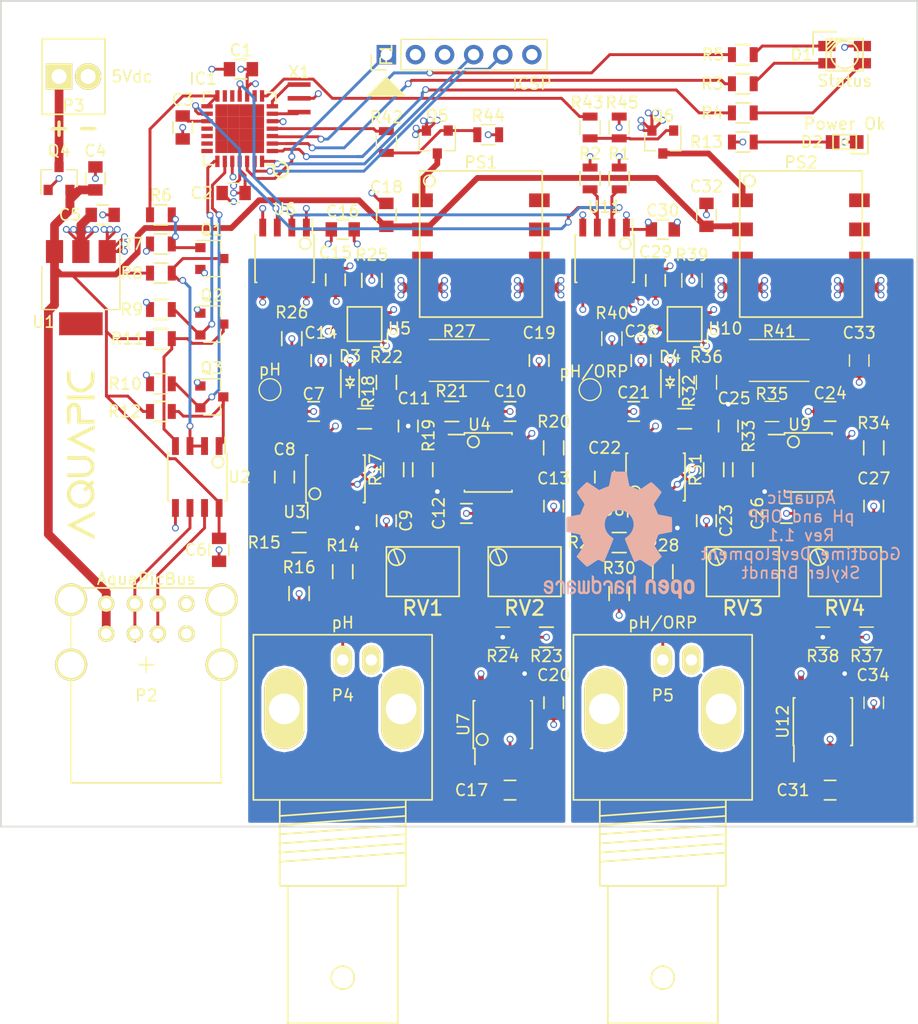
<source format=kicad_pcb>
(kicad_pcb (version 20171130) (host pcbnew 5.0.0-fee4fd1~66~ubuntu18.04.1)
  (layers (0 F.Cu signal) (1 In1.Cu power) (2 In2.Cu power) (31 B.Cu signal) (34 B.Paste user) (35 F.Paste user) (36 B.SilkS user) (37 F.SilkS user) (38 B.Mask user) (39 F.Mask user) (44 Edge.Cuts user))
  (net 0 "")
  (net 1 +5V)
  (net 2 GND)
  (net 3 -5V)
  (net 4 +5VD)
  (net 5 GNDD)
  (net 6 "Net-(C17-Pad1)")
  (net 7 "Net-(C17-Pad2)")
  (net 8 +5VA)
  (net 9 GNDA)
  (net 10 -5VA)
  (net 11 "Net-(C31-Pad1)")
  (net 12 "Net-(C31-Pad2)")
  (net 13 "Net-(D1-Pad2)")
  (net 14 "Net-(D1-Pad3)")
  (net 15 "Net-(D1-Pad1)")
  (net 16 //MCLR)
  (net 17 /RX)
  (net 18 /TX)
  (net 19 /PGC)
  (net 20 /PGD)
  (net 21 "Net-(IC1-Pad18)")
  (net 22 "Net-(P3-Pad1)")
  (net 23 "Net-(P4-Pad1)")
  (net 24 "Net-(PS1-Pad3)")
  (net 25 "Net-(PS1-Pad6)")
  (net 26 "Net-(PS1-Pad7)")
  (net 27 "Net-(PS1-Pad8)")
  (net 28 "Net-(PS2-Pad3)")
  (net 29 "Net-(PS2-Pad6)")
  (net 30 "Net-(PS2-Pad7)")
  (net 31 "Net-(PS2-Pad8)")
  (net 32 /A_pH)
  (net 33 /A_pH/ORP)
  (net 34 "Net-(R26-Pad2)")
  (net 35 "Net-(R34-Pad2)")
  (net 36 "Net-(RV1-Pad3)")
  (net 37 "Net-(RV3-Pad3)")
  (net 38 "Net-(U5-Pad10)")
  (net 39 "Net-(U7-Pad1)")
  (net 40 "Net-(U10-Pad10)")
  (net 41 "Net-(IC1-Pad6)")
  (net 42 +3V3)
  (net 43 "Net-(C3-Pad1)")
  (net 44 "Net-(C8-Pad1)")
  (net 45 "Net-(C8-Pad2)")
  (net 46 "Net-(C11-Pad1)")
  (net 47 "Net-(C13-Pad2)")
  (net 48 "Net-(C22-Pad1)")
  (net 49 "Net-(C22-Pad2)")
  (net 50 "Net-(C25-Pad1)")
  (net 51 "Net-(C27-Pad2)")
  (net 52 "Net-(D2-Pad2)")
  (net 53 "Net-(D3-Pad1)")
  (net 54 "Net-(D4-Pad1)")
  (net 55 /LED_R)
  (net 56 /LED_G)
  (net 57 /LED_Y)
  (net 58 "Net-(IC1-Pad7)")
  (net 59 "Net-(IC1-Pad9)")
  (net 60 /SDA)
  (net 61 "Net-(IC1-Pad12)")
  (net 62 "Net-(IC1-Pad13)")
  (net 63 //RTS)
  (net 64 /SCL)
  (net 65 "Net-(IC1-Pad19)")
  (net 66 "Net-(IC1-Pad20)")
  (net 67 "Net-(IC1-Pad21)")
  (net 68 /TX_LV)
  (net 69 /RX_LV)
  (net 70 "Net-(P1-Pad6)")
  (net 71 /A)
  (net 72 /B)
  (net 73 "Net-(P5-Pad1)")
  (net 74 "Net-(Q1-Pad1)")
  (net 75 /RTS)
  (net 76 "Net-(R14-Pad2)")
  (net 77 "Net-(R15-Pad1)")
  (net 78 "Net-(R17-Pad2)")
  (net 79 "Net-(R20-Pad1)")
  (net 80 "Net-(R20-Pad2)")
  (net 81 "Net-(R23-Pad2)")
  (net 82 "Net-(R24-Pad1)")
  (net 83 "Net-(R25-Pad2)")
  (net 84 "Net-(R28-Pad2)")
  (net 85 "Net-(R29-Pad1)")
  (net 86 "Net-(R31-Pad2)")
  (net 87 "Net-(R34-Pad1)")
  (net 88 "Net-(R37-Pad2)")
  (net 89 "Net-(R38-Pad1)")
  (net 90 "Net-(R39-Pad2)")
  (net 91 "Net-(R40-Pad2)")
  (net 92 "Net-(U3-Pad1)")
  (net 93 "Net-(U3-Pad5)")
  (net 94 "Net-(U3-Pad8)")
  (net 95 "Net-(U7-Pad6)")
  (net 96 "Net-(U7-Pad7)")
  (net 97 "Net-(U8-Pad1)")
  (net 98 "Net-(U8-Pad5)")
  (net 99 "Net-(U8-Pad8)")
  (net 100 "Net-(U12-Pad1)")
  (net 101 "Net-(U12-Pad6)")
  (net 102 "Net-(U12-Pad7)")
  (net 103 /En_pH)
  (net 104 /En_pH/ORP)
  (net 105 "Net-(Q5-Pad1)")
  (net 106 "Net-(Q6-Pad1)")
  (net 107 "Net-(C18-Pad2)")
  (net 108 "Net-(C32-Pad2)")
  (module Resistors_SMD:R_0805 (layer F.Cu) (at 29.845 -22.225 90)
    (fp_text reference R14 (at 2.286 0 180) (layer F.SilkS))
    (fp_text value 10K)
    (pad 1 smd rect (at -0.95 0 90) (size 0.7 1.3) (layers F.Cu F.Paste F.Mask) (net 23 "Net-(P4-Pad1)"))
    (pad 2 smd rect (at 0.95 0 90) (size 0.7 1.3) (layers F.Cu F.Paste F.Mask) (net 76 "Net-(R14-Pad2)"))
  )
  (module Capacitors_SMD:C_0805 (layer F.Cu) (at 8.89 -53.34)
    (fp_text reference C5 (at -2.8575 0 180) (layer F.SilkS))
    (fp_text value 4u7)
    (pad 1 smd rect (at -1 0) (size 1 1.25) (layers F.Cu F.Paste F.Mask) (net 42 +3V3))
    (pad 2 smd rect (at 1 0) (size 1 1.25) (layers F.Cu F.Paste F.Mask) (net 2 GND))
  )
  (module TO_SOT_Packages_SMD:SOT-23 (layer F.Cu) (at 38.1 -59.69 270)
    (fp_text reference Q5 (at -2.286 0) (layer F.SilkS))
    (fp_text value NX7002AK)
    (pad 1 smd rect (at -1 -0.95 270) (size 0.9 0.8) (layers F.Cu F.Paste F.Mask) (net 105 "Net-(Q5-Pad1)"))
    (pad 2 smd rect (at -1 0.95 270) (size 0.9 0.8) (layers F.Cu F.Paste F.Mask) (net 2 GND))
    (pad 3 smd rect (at 1 0 270) (size 0.9 0.8) (layers F.Cu F.Paste F.Mask) (net 107 "Net-(C18-Pad2)"))
  )
  (module Capacitors_SMD:C_0805 (layer F.Cu) (at 8.255 -56.515 90)
    (fp_text reference C4 (at 2.413 0 180) (layer F.SilkS))
    (fp_text value 4u7)
    (pad 1 smd rect (at -1 0 90) (size 1 1.25) (layers F.Cu F.Paste F.Mask) (net 1 +5V))
    (pad 2 smd rect (at 1 0 90) (size 1 1.25) (layers F.Cu F.Paste F.Mask) (net 2 GND))
  )
  (module Diodes_SMD:SOD-323 (layer F.Cu) (at 30.48 -38.735 90)
    (fp_text reference D3 (at 2.286 0 180) (layer F.SilkS))
    (fp_text value DB2J310)
    (pad 1 smd rect (at -1.055 0 90) (size 0.59 0.45) (layers F.Cu F.Paste F.Mask) (net 53 "Net-(D3-Pad1)"))
    (pad 2 smd rect (at 1.055 0 90) (size 0.59 0.45) (layers F.Cu F.Paste F.Mask) (net 5 GNDD))
  )
  (module Capacitors_SMD:C_0805 (layer F.Cu) (at 20.955 -66.04 180)
    (fp_text reference C1 (at 0 1.651 180) (layer F.SilkS))
    (fp_text value 100nF)
    (pad 1 smd rect (at -1 0 180) (size 1 1.25) (layers F.Cu F.Paste F.Mask) (net 42 +3V3))
    (pad 2 smd rect (at 1 0 180) (size 1 1.25) (layers F.Cu F.Paste F.Mask) (net 2 GND))
  )
  (module Capacitors_SMD:C_0805 (layer F.Cu) (at 15.875 -60.96 270)
    (fp_text reference C3 (at -2.413 0) (layer F.SilkS))
    (fp_text value 100nF)
    (pad 1 smd rect (at -1 0 270) (size 1 1.25) (layers F.Cu F.Paste F.Mask) (net 43 "Net-(C3-Pad1)"))
    (pad 2 smd rect (at 1 0 270) (size 1 1.25) (layers F.Cu F.Paste F.Mask) (net 2 GND))
  )
  (module Capacitors_SMD:C_0805 (layer F.Cu) (at 19.05 -24.13 270)
    (fp_text reference C6 (at 0 2.032) (layer F.SilkS))
    (fp_text value 100nF)
    (pad 1 smd rect (at -1 0 270) (size 1 1.25) (layers F.Cu F.Paste F.Mask) (net 1 +5V))
    (pad 2 smd rect (at 1 0 270) (size 1 1.25) (layers F.Cu F.Paste F.Mask) (net 2 GND))
  )
  (module Capacitors_SMD:C_0805 (layer F.Cu) (at 27.305 -36.195 180)
    (fp_text reference C7 (at 0 1.524) (layer F.SilkS))
    (fp_text value 100nF)
    (pad 1 smd rect (at -1 0 180) (size 1 1.25) (layers F.Cu F.Paste F.Mask) (net 4 +5VD))
    (pad 2 smd rect (at 1 0 180) (size 1 1.25) (layers F.Cu F.Paste F.Mask) (net 5 GNDD))
  )
  (module Capacitors_SMD:C_0805 (layer F.Cu) (at 24.765 -30.48 90)
    (fp_text reference C8 (at 2.413 0 180) (layer F.SilkS))
    (fp_text value 33pF)
    (pad 1 smd rect (at -1 0 90) (size 1 1.25) (layers F.Cu F.Paste F.Mask) (net 44 "Net-(C8-Pad1)"))
    (pad 2 smd rect (at 1 0 90) (size 1 1.25) (layers F.Cu F.Paste F.Mask) (net 45 "Net-(C8-Pad2)"))
  )
  (module Capacitors_SMD:C_0805 (layer F.Cu) (at 33.655 -26.67 90)
    (fp_text reference C9 (at 0 1.7145 270) (layer F.SilkS))
    (fp_text value 100nF)
    (pad 1 smd rect (at -1 0 90) (size 1 1.25) (layers F.Cu F.Paste F.Mask) (net 5 GNDD))
    (pad 2 smd rect (at 1 0 90) (size 1 1.25) (layers F.Cu F.Paste F.Mask) (net 3 -5V))
  )
  (module Capacitors_SMD:C_0805 (layer F.Cu) (at 44.45 -36.195 180)
    (fp_text reference C10 (at 0 1.778) (layer F.SilkS))
    (fp_text value 100nF)
    (pad 1 smd rect (at -1 0 180) (size 1 1.25) (layers F.Cu F.Paste F.Mask) (net 4 +5VD))
    (pad 2 smd rect (at 1 0 180) (size 1 1.25) (layers F.Cu F.Paste F.Mask) (net 5 GNDD))
  )
  (module Capacitors_SMD:C_0805 (layer F.Cu) (at 35.56 -34.925 90)
    (fp_text reference C11 (at 2.413 0.508 180) (layer F.SilkS))
    (fp_text value 100nF)
    (pad 1 smd rect (at -1 0 90) (size 1 1.25) (layers F.Cu F.Paste F.Mask) (net 46 "Net-(C11-Pad1)"))
    (pad 2 smd rect (at 1 0 90) (size 1 1.25) (layers F.Cu F.Paste F.Mask) (net 3 -5V))
  )
  (module Capacitors_SMD:C_0805 (layer F.Cu) (at 40.64 -27.305 180)
    (fp_text reference C12 (at 2.413 0 270) (layer F.SilkS))
    (fp_text value 100nF)
    (pad 1 smd rect (at -1 0 180) (size 1 1.25) (layers F.Cu F.Paste F.Mask) (net 5 GNDD))
    (pad 2 smd rect (at 1 0 180) (size 1 1.25) (layers F.Cu F.Paste F.Mask) (net 3 -5V))
  )
  (module Capacitors_SMD:C_0805 (layer F.Cu) (at 48.26 -27.94 90)
    (fp_text reference C13 (at 2.413 0 180) (layer F.SilkS))
    (fp_text value 1uF)
    (pad 1 smd rect (at -1 0 90) (size 1 1.25) (layers F.Cu F.Paste F.Mask) (net 5 GNDD))
    (pad 2 smd rect (at 1 0 90) (size 1 1.25) (layers F.Cu F.Paste F.Mask) (net 47 "Net-(C13-Pad2)"))
  )
  (module Capacitors_SMD:C_0805 (layer F.Cu) (at 27.94 -40.64 270)
    (fp_text reference C14 (at -2.413 0 180) (layer F.SilkS))
    (fp_text value 100nF)
    (pad 1 smd rect (at -1 0 270) (size 1 1.25) (layers F.Cu F.Paste F.Mask) (net 4 +5VD))
    (pad 2 smd rect (at 1 0 270) (size 1 1.25) (layers F.Cu F.Paste F.Mask) (net 5 GNDD))
  )
  (module Capacitors_SMD:C_0805 (layer F.Cu) (at 29.21 -47.675 90)
    (fp_text reference C15 (at 2.363 0) (layer F.SilkS))
    (fp_text value 100nF)
    (pad 1 smd rect (at -1 0 90) (size 1 1.25) (layers F.Cu F.Paste F.Mask) (net 4 +5VD))
    (pad 2 smd rect (at 1 0 90) (size 1 1.25) (layers F.Cu F.Paste F.Mask) (net 5 GNDD))
  )
  (module Capacitors_SMD:C_0805 (layer F.Cu) (at 29.845 -52.07)
    (fp_text reference C16 (at 0 -1.5875 180) (layer F.SilkS))
    (fp_text value 100nF)
    (pad 1 smd rect (at -1 0) (size 1 1.25) (layers F.Cu F.Paste F.Mask) (net 42 +3V3))
    (pad 2 smd rect (at 1 0) (size 1 1.25) (layers F.Cu F.Paste F.Mask) (net 2 GND))
  )
  (module Capacitors_SMD:C_0805 (layer F.Cu) (at 44.45 -3.175)
    (fp_text reference C17 (at -3.3655 0 180) (layer F.SilkS))
    (fp_text value 10uF)
    (pad 1 smd rect (at -1 0) (size 1 1.25) (layers F.Cu F.Paste F.Mask) (net 6 "Net-(C17-Pad1)"))
    (pad 2 smd rect (at 1 0) (size 1 1.25) (layers F.Cu F.Paste F.Mask) (net 7 "Net-(C17-Pad2)"))
  )
  (module Capacitors_SMD:C_0805 (layer F.Cu) (at 33.655 -53.34 90)
    (fp_text reference C18 (at 2.413 0 180) (layer F.SilkS))
    (fp_text value 4u7)
    (pad 1 smd rect (at -1 0 90) (size 1 1.25) (layers F.Cu F.Paste F.Mask) (net 1 +5V))
    (pad 2 smd rect (at 1 0 90) (size 1 1.25) (layers F.Cu F.Paste F.Mask) (net 2 GND))
  )
  (module Capacitors_SMD:C_0805 (layer F.Cu) (at 46.99 -40.64 270)
    (fp_text reference C19 (at -2.413 0) (layer F.SilkS))
    (fp_text value 10uF)
    (pad 1 smd rect (at -1 0 270) (size 1 1.25) (layers F.Cu F.Paste F.Mask) (net 4 +5VD))
    (pad 2 smd rect (at 1 0 270) (size 1 1.25) (layers F.Cu F.Paste F.Mask) (net 5 GNDD))
  )
  (module Capacitors_SMD:C_0805 (layer F.Cu) (at 48.26 -10.795 90)
    (fp_text reference C20 (at 2.413 0 180) (layer F.SilkS))
    (fp_text value 10uF)
    (pad 1 smd rect (at -1 0 90) (size 1 1.25) (layers F.Cu F.Paste F.Mask) (net 5 GNDD))
    (pad 2 smd rect (at 1 0 90) (size 1 1.25) (layers F.Cu F.Paste F.Mask) (net 3 -5V))
  )
  (module Capacitors_SMD:C_0805 (layer F.Cu) (at 55.245 -36.195 180)
    (fp_text reference C21 (at 0 1.651) (layer F.SilkS))
    (fp_text value 100nF)
    (pad 1 smd rect (at -1 0 180) (size 1 1.25) (layers F.Cu F.Paste F.Mask) (net 8 +5VA))
    (pad 2 smd rect (at 1 0 180) (size 1 1.25) (layers F.Cu F.Paste F.Mask) (net 9 GNDA))
  )
  (module Capacitors_SMD:C_0805 (layer F.Cu) (at 52.705 -30.48 90)
    (fp_text reference C22 (at 2.54 0) (layer F.SilkS))
    (fp_text value 33pF)
    (pad 1 smd rect (at -1 0 90) (size 1 1.25) (layers F.Cu F.Paste F.Mask) (net 48 "Net-(C22-Pad1)"))
    (pad 2 smd rect (at 1 0 90) (size 1 1.25) (layers F.Cu F.Paste F.Mask) (net 49 "Net-(C22-Pad2)"))
  )
  (module Capacitors_SMD:C_0805 (layer F.Cu) (at 61.595 -26.67 90)
    (fp_text reference C23 (at 0 1.7145 270) (layer F.SilkS))
    (fp_text value 100nF)
    (pad 1 smd rect (at -1 0 90) (size 1 1.25) (layers F.Cu F.Paste F.Mask) (net 9 GNDA))
    (pad 2 smd rect (at 1 0 90) (size 1 1.25) (layers F.Cu F.Paste F.Mask) (net 10 -5VA))
  )
  (module Capacitors_SMD:C_0805 (layer F.Cu) (at 72.39 -36.195 180)
    (fp_text reference C24 (at 0 1.5875 180) (layer F.SilkS))
    (fp_text value 100nF)
    (pad 1 smd rect (at -1 0 180) (size 1 1.25) (layers F.Cu F.Paste F.Mask) (net 8 +5VA))
    (pad 2 smd rect (at 1 0 180) (size 1 1.25) (layers F.Cu F.Paste F.Mask) (net 9 GNDA))
  )
  (module Capacitors_SMD:C_0805 (layer F.Cu) (at 63.5 -34.925 90)
    (fp_text reference C25 (at 2.413 0.508 180) (layer F.SilkS))
    (fp_text value 100nF)
    (pad 1 smd rect (at -1 0 90) (size 1 1.25) (layers F.Cu F.Paste F.Mask) (net 50 "Net-(C25-Pad1)"))
    (pad 2 smd rect (at 1 0 90) (size 1 1.25) (layers F.Cu F.Paste F.Mask) (net 10 -5VA))
  )
  (module Capacitors_SMD:C_0805 (layer F.Cu) (at 68.58 -27.305 180)
    (fp_text reference C26 (at 2.54 0 270) (layer F.SilkS))
    (fp_text value 100nF)
    (pad 1 smd rect (at -1 0 180) (size 1 1.25) (layers F.Cu F.Paste F.Mask) (net 9 GNDA))
    (pad 2 smd rect (at 1 0 180) (size 1 1.25) (layers F.Cu F.Paste F.Mask) (net 10 -5VA))
  )
  (module Capacitors_SMD:C_0805 (layer F.Cu) (at 76.2 -27.94 90)
    (fp_text reference C27 (at 2.413 0 180) (layer F.SilkS))
    (fp_text value 1uF)
    (pad 1 smd rect (at -1 0 90) (size 1 1.25) (layers F.Cu F.Paste F.Mask) (net 9 GNDA))
    (pad 2 smd rect (at 1 0 90) (size 1 1.25) (layers F.Cu F.Paste F.Mask) (net 51 "Net-(C27-Pad2)"))
  )
  (module Capacitors_SMD:C_0805 (layer F.Cu) (at 55.88 -40.64 270)
    (fp_text reference C28 (at -2.54 0) (layer F.SilkS))
    (fp_text value 100nF)
    (pad 1 smd rect (at -1 0 270) (size 1 1.25) (layers F.Cu F.Paste F.Mask) (net 8 +5VA))
    (pad 2 smd rect (at 1 0 270) (size 1 1.25) (layers F.Cu F.Paste F.Mask) (net 9 GNDA))
  )
  (module Capacitors_SMD:C_0805 (layer F.Cu) (at 57.15 -47.625 90)
    (fp_text reference C29 (at 2.4765 0 180) (layer F.SilkS))
    (fp_text value 100nF)
    (pad 1 smd rect (at -1 0 90) (size 1 1.25) (layers F.Cu F.Paste F.Mask) (net 8 +5VA))
    (pad 2 smd rect (at 1 0 90) (size 1 1.25) (layers F.Cu F.Paste F.Mask) (net 9 GNDA))
  )
  (module Capacitors_SMD:C_0805 (layer F.Cu) (at 57.785 -52.07)
    (fp_text reference C30 (at 0 -1.651 180) (layer F.SilkS))
    (fp_text value 100nF)
    (pad 1 smd rect (at -1 0) (size 1 1.25) (layers F.Cu F.Paste F.Mask) (net 42 +3V3))
    (pad 2 smd rect (at 1 0) (size 1 1.25) (layers F.Cu F.Paste F.Mask) (net 2 GND))
  )
  (module Capacitors_SMD:C_0805 (layer F.Cu) (at 72.39 -3.175)
    (fp_text reference C31 (at -3.2385 0 180) (layer F.SilkS))
    (fp_text value 10uF)
    (pad 1 smd rect (at -1 0) (size 1 1.25) (layers F.Cu F.Paste F.Mask) (net 11 "Net-(C31-Pad1)"))
    (pad 2 smd rect (at 1 0) (size 1 1.25) (layers F.Cu F.Paste F.Mask) (net 12 "Net-(C31-Pad2)"))
  )
  (module LEDs:LED-0805 (layer F.Cu) (at 73.66 -59.69 180)
    (fp_text reference D2 (at 2.8575 0) (layer F.SilkS))
    (fp_text value APT2012)
    (pad 2 smd rect (at 1.04902 0) (size 1.19888 1.19888) (layers F.Cu F.Paste F.Mask) (net 52 "Net-(D2-Pad2)"))
    (pad 1 smd rect (at -1.04902 0) (size 1.19888 1.19888) (layers F.Cu F.Paste F.Mask) (net 2 GND))
  )
  (module Resistors_SMD:R_0805 (layer F.Cu) (at 53.975 -56.515 270)
    (fp_text reference R1 (at -2.159 0) (layer F.SilkS))
    (fp_text value 4K99)
    (pad 1 smd rect (at -0.95 0 270) (size 0.7 1.3) (layers F.Cu F.Paste F.Mask) (net 42 +3V3))
    (pad 2 smd rect (at 0.95 0 270) (size 0.7 1.3) (layers F.Cu F.Paste F.Mask) (net 60 /SDA))
  )
  (module Resistors_SMD:R_0805 (layer F.Cu) (at 51.435 -56.515 270)
    (fp_text reference R2 (at -2.159 0) (layer F.SilkS))
    (fp_text value 4K99)
    (pad 1 smd rect (at -0.95 0 270) (size 0.7 1.3) (layers F.Cu F.Paste F.Mask) (net 42 +3V3))
    (pad 2 smd rect (at 0.95 0 270) (size 0.7 1.3) (layers F.Cu F.Paste F.Mask) (net 64 /SCL))
  )
  (module Resistors_SMD:R_0805 (layer F.Cu) (at 64.77 -64.77 180)
    (fp_text reference R3 (at 2.667 0) (layer F.SilkS))
    (fp_text value 150R)
    (pad 1 smd rect (at -0.95 0 180) (size 0.7 1.3) (layers F.Cu F.Paste F.Mask) (net 15 "Net-(D1-Pad1)"))
    (pad 2 smd rect (at 0.95 0 180) (size 0.7 1.3) (layers F.Cu F.Paste F.Mask) (net 56 /LED_G))
  )
  (module Resistors_SMD:R_0805 (layer F.Cu) (at 64.77 -62.23 180)
    (fp_text reference R4 (at 2.667 0) (layer F.SilkS))
    (fp_text value 150R)
    (pad 1 smd rect (at -0.95 0 180) (size 0.7 1.3) (layers F.Cu F.Paste F.Mask) (net 13 "Net-(D1-Pad2)"))
    (pad 2 smd rect (at 0.95 0 180) (size 0.7 1.3) (layers F.Cu F.Paste F.Mask) (net 57 /LED_Y))
  )
  (module Resistors_SMD:R_0805 (layer F.Cu) (at 64.77 -67.31 180)
    (fp_text reference R5 (at 2.6035 0) (layer F.SilkS))
    (fp_text value 150R)
    (pad 1 smd rect (at -0.95 0 180) (size 0.7 1.3) (layers F.Cu F.Paste F.Mask) (net 14 "Net-(D1-Pad3)"))
    (pad 2 smd rect (at 0.95 0 180) (size 0.7 1.3) (layers F.Cu F.Paste F.Mask) (net 55 /LED_R))
  )
  (module Resistors_SMD:R_0805 (layer F.Cu) (at 13.97 -53.34 180)
    (fp_text reference R6 (at 0 1.7145) (layer F.SilkS))
    (fp_text value 1K)
    (pad 1 smd rect (at -0.95 0 180) (size 0.7 1.3) (layers F.Cu F.Paste F.Mask) (net 74 "Net-(Q1-Pad1)"))
    (pad 2 smd rect (at 0.95 0 180) (size 0.7 1.3) (layers F.Cu F.Paste F.Mask) (net 63 //RTS))
  )
  (module Resistors_SMD:R_0805 (layer F.Cu) (at 13.97 -50.8 180)
    (fp_text reference R7 (at 2.54 0) (layer F.SilkS))
    (fp_text value 10K)
    (pad 1 smd rect (at -0.95 0 180) (size 0.7 1.3) (layers F.Cu F.Paste F.Mask) (net 74 "Net-(Q1-Pad1)"))
    (pad 2 smd rect (at 0.95 0 180) (size 0.7 1.3) (layers F.Cu F.Paste F.Mask) (net 2 GND))
  )
  (module Resistors_SMD:R_0805 (layer F.Cu) (at 13.97 -48.26)
    (fp_text reference R8 (at -2.54 0 180) (layer F.SilkS))
    (fp_text value 10K)
    (pad 1 smd rect (at -0.95 0) (size 0.7 1.3) (layers F.Cu F.Paste F.Mask) (net 1 +5V))
    (pad 2 smd rect (at 0.95 0) (size 0.7 1.3) (layers F.Cu F.Paste F.Mask) (net 75 /RTS))
  )
  (module Resistors_SMD:R_0805 (layer F.Cu) (at 13.97 -45.085)
    (fp_text reference R9 (at -2.54 0) (layer F.SilkS))
    (fp_text value 4K99)
    (pad 1 smd rect (at -0.95 0) (size 0.7 1.3) (layers F.Cu F.Paste F.Mask) (net 42 +3V3))
    (pad 2 smd rect (at 0.95 0) (size 0.7 1.3) (layers F.Cu F.Paste F.Mask) (net 68 /TX_LV))
  )
  (module Resistors_SMD:R_0805 (layer F.Cu) (at 13.97 -42.545)
    (fp_text reference R11 (at -2.921 0 180) (layer F.SilkS))
    (fp_text value 4K99)
    (pad 1 smd rect (at -0.95 0) (size 0.7 1.3) (layers F.Cu F.Paste F.Mask) (net 1 +5V))
    (pad 2 smd rect (at 0.95 0) (size 0.7 1.3) (layers F.Cu F.Paste F.Mask) (net 18 /TX))
  )
  (module Resistors_SMD:R_0805 (layer F.Cu) (at 13.97 -36.195)
    (fp_text reference R12 (at -3.175 0) (layer F.SilkS))
    (fp_text value 4K99)
    (pad 1 smd rect (at -0.95 0) (size 0.7 1.3) (layers F.Cu F.Paste F.Mask) (net 1 +5V))
    (pad 2 smd rect (at 0.95 0) (size 0.7 1.3) (layers F.Cu F.Paste F.Mask) (net 17 /RX))
  )
  (module Resistors_SMD:R_0805 (layer F.Cu) (at 64.77 -59.69)
    (fp_text reference R13 (at -3.175 0) (layer F.SilkS))
    (fp_text value 150R)
    (pad 1 smd rect (at -0.95 0) (size 0.7 1.3) (layers F.Cu F.Paste F.Mask) (net 42 +3V3))
    (pad 2 smd rect (at 0.95 0) (size 0.7 1.3) (layers F.Cu F.Paste F.Mask) (net 52 "Net-(D2-Pad2)"))
  )
  (module Resistors_SMD:R_0805 (layer F.Cu) (at 26.035 -24.765 180)
    (fp_text reference R15 (at 3.048 0 180) (layer F.SilkS))
    (fp_text value 2M)
    (pad 1 smd rect (at -0.95 0 180) (size 0.7 1.3) (layers F.Cu F.Paste F.Mask) (net 77 "Net-(R15-Pad1)"))
    (pad 2 smd rect (at 0.95 0 180) (size 0.7 1.3) (layers F.Cu F.Paste F.Mask) (net 44 "Net-(C8-Pad1)"))
  )
  (module Resistors_SMD:R_0805 (layer F.Cu) (at 26.035 -20.32 270)
    (fp_text reference R16 (at -2.286 0) (layer F.SilkS))
    (fp_text value 49K9)
    (pad 1 smd rect (at -0.95 0 270) (size 0.7 1.3) (layers F.Cu F.Paste F.Mask) (net 44 "Net-(C8-Pad1)"))
    (pad 2 smd rect (at 0.95 0 270) (size 0.7 1.3) (layers F.Cu F.Paste F.Mask) (net 5 GNDD))
  )
  (module Resistors_SMD:R_0805 (layer F.Cu) (at 34.29 -31.115 270)
    (fp_text reference R17 (at 0 1.5875 270) (layer F.SilkS))
    (fp_text value 221K)
    (pad 1 smd rect (at -0.95 0 270) (size 0.7 1.3) (layers F.Cu F.Paste F.Mask) (net 44 "Net-(C8-Pad1)"))
    (pad 2 smd rect (at 0.95 0 270) (size 0.7 1.3) (layers F.Cu F.Paste F.Mask) (net 78 "Net-(R17-Pad2)"))
  )
  (module Resistors_SMD:R_0805 (layer F.Cu) (at 31.75 -35.56)
    (fp_text reference R18 (at 0.3175 -2.3495 270) (layer F.SilkS))
    (fp_text value 221K)
    (pad 1 smd rect (at -0.95 0) (size 0.7 1.3) (layers F.Cu F.Paste F.Mask) (net 45 "Net-(C8-Pad2)"))
    (pad 2 smd rect (at 0.95 0) (size 0.7 1.3) (layers F.Cu F.Paste F.Mask) (net 46 "Net-(C11-Pad1)"))
  )
  (module Resistors_SMD:R_0805 (layer F.Cu) (at 36.83 -31.115 270)
    (fp_text reference R19 (at -2.9845 -0.508 90) (layer F.SilkS))
    (fp_text value 221K)
    (pad 1 smd rect (at -0.95 0 270) (size 0.7 1.3) (layers F.Cu F.Paste F.Mask) (net 46 "Net-(C11-Pad1)"))
    (pad 2 smd rect (at 0.95 0 270) (size 0.7 1.3) (layers F.Cu F.Paste F.Mask) (net 3 -5V))
  )
  (module Resistors_SMD:R_0805 (layer F.Cu) (at 48.26 -33.02 270)
    (fp_text reference R20 (at -2.286 0) (layer F.SilkS))
    (fp_text value 221K)
    (pad 1 smd rect (at -0.95 0 270) (size 0.7 1.3) (layers F.Cu F.Paste F.Mask) (net 79 "Net-(R20-Pad1)"))
    (pad 2 smd rect (at 0.95 0 270) (size 0.7 1.3) (layers F.Cu F.Paste F.Mask) (net 80 "Net-(R20-Pad2)"))
  )
  (module Resistors_SMD:R_0805 (layer F.Cu) (at 39.37 -36.195)
    (fp_text reference R21 (at 0 -1.778 180) (layer F.SilkS))
    (fp_text value 221K)
    (pad 1 smd rect (at -0.95 0) (size 0.7 1.3) (layers F.Cu F.Paste F.Mask) (net 79 "Net-(R20-Pad1)"))
    (pad 2 smd rect (at 0.95 0) (size 0.7 1.3) (layers F.Cu F.Paste F.Mask) (net 53 "Net-(D3-Pad1)"))
  )
  (module Resistors_SMD:R_0805 (layer F.Cu) (at 33.655 -38.735 90)
    (fp_text reference R22 (at 2.2098 0 180) (layer F.SilkS))
    (fp_text value 1K)
    (pad 1 smd rect (at -0.95 0 90) (size 0.7 1.3) (layers F.Cu F.Paste F.Mask) (net 53 "Net-(D3-Pad1)"))
    (pad 2 smd rect (at 0.95 0 90) (size 0.7 1.3) (layers F.Cu F.Paste F.Mask) (net 32 /A_pH))
  )
  (module Resistors_SMD:R_0805 (layer F.Cu) (at 47.625 -16.51)
    (fp_text reference R23 (at 0 1.651 180) (layer F.SilkS))
    (fp_text value 10K)
    (pad 1 smd rect (at -0.95 0) (size 0.7 1.3) (layers F.Cu F.Paste F.Mask) (net 5 GNDD))
    (pad 2 smd rect (at 0.95 0) (size 0.7 1.3) (layers F.Cu F.Paste F.Mask) (net 81 "Net-(R23-Pad2)"))
  )
  (module Resistors_SMD:R_0805 (layer F.Cu) (at 32.385 -47.625 270)
    (fp_text reference R25 (at -2.2225 0) (layer F.SilkS))
    (fp_text value 4K99)
    (pad 1 smd rect (at -0.95 0 270) (size 0.7 1.3) (layers F.Cu F.Paste F.Mask) (net 4 +5VD))
    (pad 2 smd rect (at 0.95 0 270) (size 0.7 1.3) (layers F.Cu F.Paste F.Mask) (net 83 "Net-(R25-Pad2)"))
  )
  (module Resistors_SMD:R_0805 (layer F.Cu) (at 25.4 -42.545 90)
    (fp_text reference R26 (at 2.286 0 180) (layer F.SilkS))
    (fp_text value 4K99)
    (pad 1 smd rect (at -0.95 0 90) (size 0.7 1.3) (layers F.Cu F.Paste F.Mask) (net 4 +5VD))
    (pad 2 smd rect (at 0.95 0 90) (size 0.7 1.3) (layers F.Cu F.Paste F.Mask) (net 34 "Net-(R26-Pad2)"))
  )
  (module Resistors_SMD:R_0805 (layer F.Cu) (at 57.785 -22.225 90)
    (fp_text reference R28 (at 2.286 0 180) (layer F.SilkS))
    (fp_text value 10K)
    (pad 1 smd rect (at -0.95 0 90) (size 0.7 1.3) (layers F.Cu F.Paste F.Mask) (net 73 "Net-(P5-Pad1)"))
    (pad 2 smd rect (at 0.95 0 90) (size 0.7 1.3) (layers F.Cu F.Paste F.Mask) (net 84 "Net-(R28-Pad2)"))
  )
  (module Resistors_SMD:R_0805 (layer F.Cu) (at 53.975 -24.765 180)
    (fp_text reference R29 (at 3.048 0) (layer F.SilkS))
    (fp_text value 2M)
    (pad 1 smd rect (at -0.95 0 180) (size 0.7 1.3) (layers F.Cu F.Paste F.Mask) (net 85 "Net-(R29-Pad1)"))
    (pad 2 smd rect (at 0.95 0 180) (size 0.7 1.3) (layers F.Cu F.Paste F.Mask) (net 48 "Net-(C22-Pad1)"))
  )
  (module Resistors_SMD:R_0805 (layer F.Cu) (at 53.975 -20.32 270)
    (fp_text reference R30 (at -2.2225 0) (layer F.SilkS))
    (fp_text value 100K)
    (pad 1 smd rect (at -0.95 0 270) (size 0.7 1.3) (layers F.Cu F.Paste F.Mask) (net 48 "Net-(C22-Pad1)"))
    (pad 2 smd rect (at 0.95 0 270) (size 0.7 1.3) (layers F.Cu F.Paste F.Mask) (net 9 GNDA))
  )
  (module Resistors_SMD:R_0805 (layer F.Cu) (at 62.23 -31.115 270)
    (fp_text reference R31 (at 0 1.5875 90) (layer F.SilkS))
    (fp_text value 221K)
    (pad 1 smd rect (at -0.95 0 270) (size 0.7 1.3) (layers F.Cu F.Paste F.Mask) (net 48 "Net-(C22-Pad1)"))
    (pad 2 smd rect (at 0.95 0 270) (size 0.7 1.3) (layers F.Cu F.Paste F.Mask) (net 86 "Net-(R31-Pad2)"))
  )
  (module Resistors_SMD:R_0805 (layer F.Cu) (at 59.69 -35.56)
    (fp_text reference R32 (at 0.381 -2.413 90) (layer F.SilkS))
    (fp_text value 221K)
    (pad 1 smd rect (at -0.95 0) (size 0.7 1.3) (layers F.Cu F.Paste F.Mask) (net 49 "Net-(C22-Pad2)"))
    (pad 2 smd rect (at 0.95 0) (size 0.7 1.3) (layers F.Cu F.Paste F.Mask) (net 50 "Net-(C25-Pad1)"))
  )
  (module Resistors_SMD:R_0805 (layer F.Cu) (at 64.77 -31.115 270)
    (fp_text reference R33 (at -2.921 -0.508 90) (layer F.SilkS))
    (fp_text value 221K)
    (pad 1 smd rect (at -0.95 0 270) (size 0.7 1.3) (layers F.Cu F.Paste F.Mask) (net 50 "Net-(C25-Pad1)"))
    (pad 2 smd rect (at 0.95 0 270) (size 0.7 1.3) (layers F.Cu F.Paste F.Mask) (net 10 -5VA))
  )
  (module Resistors_SMD:R_0805 (layer F.Cu) (at 76.2 -33.02 270)
    (fp_text reference R34 (at -2.159 0) (layer F.SilkS))
    (fp_text value 221K)
    (pad 1 smd rect (at -0.95 0 270) (size 0.7 1.3) (layers F.Cu F.Paste F.Mask) (net 87 "Net-(R34-Pad1)"))
    (pad 2 smd rect (at 0.95 0 270) (size 0.7 1.3) (layers F.Cu F.Paste F.Mask) (net 35 "Net-(R34-Pad2)"))
  )
  (module Housings_SOIC:SOIC-8_3.9x4.9mm_Pitch1.27mm (layer F.Cu) (at 17.145 -30.48 270)
    (fp_text reference U2 (at 0 -3.683 180) (layer F.SilkS))
    (fp_text value ST485EC)
    (pad 1 smd rect (at -2.7 -1.905 270) (size 1.55 0.6) (layers F.Cu F.Paste F.Mask) (net 17 /RX))
    (pad 2 smd rect (at -2.7 -0.635 270) (size 1.55 0.6) (layers F.Cu F.Paste F.Mask) (net 75 /RTS))
    (pad 3 smd rect (at -2.7 0.635 270) (size 1.55 0.6) (layers F.Cu F.Paste F.Mask) (net 75 /RTS))
    (pad 4 smd rect (at -2.7 1.905 270) (size 1.55 0.6) (layers F.Cu F.Paste F.Mask) (net 18 /TX))
    (pad 5 smd rect (at 2.7 1.905 270) (size 1.55 0.6) (layers F.Cu F.Paste F.Mask) (net 2 GND))
    (pad 6 smd rect (at 2.7 0.635 270) (size 1.55 0.6) (layers F.Cu F.Paste F.Mask) (net 71 /A))
    (pad 7 smd rect (at 2.7 -0.635 270) (size 1.55 0.6) (layers F.Cu F.Paste F.Mask) (net 72 /B))
    (pad 8 smd rect (at 2.7 -1.905 270) (size 1.55 0.6) (layers F.Cu F.Paste F.Mask) (net 1 +5V))
  )
  (module Housings_SOIC:SOIC-8_3.9x4.9mm_Pitch1.27mm (layer F.Cu) (at 29.21 -30.32 90)
    (fp_text reference U3 (at -2.888 -3.556) (layer F.SilkS))
    (fp_text value LMC6061)
    (pad 1 smd rect (at -2.7 -1.905 90) (size 1.55 0.6) (layers F.Cu F.Paste F.Mask) (net 92 "Net-(U3-Pad1)"))
    (pad 2 smd rect (at -2.7 -0.635 90) (size 1.55 0.6) (layers F.Cu F.Paste F.Mask) (net 77 "Net-(R15-Pad1)"))
    (pad 3 smd rect (at -2.7 0.635 90) (size 1.55 0.6) (layers F.Cu F.Paste F.Mask) (net 76 "Net-(R14-Pad2)"))
    (pad 4 smd rect (at -2.7 1.905 90) (size 1.55 0.6) (layers F.Cu F.Paste F.Mask) (net 3 -5V))
    (pad 5 smd rect (at 2.7 1.905 90) (size 1.55 0.6) (layers F.Cu F.Paste F.Mask) (net 93 "Net-(U3-Pad5)"))
    (pad 6 smd rect (at 2.7 0.635 90) (size 1.55 0.6) (layers F.Cu F.Paste F.Mask) (net 45 "Net-(C8-Pad2)"))
    (pad 7 smd rect (at 2.7 -0.635 90) (size 1.55 0.6) (layers F.Cu F.Paste F.Mask) (net 4 +5VD))
    (pad 8 smd rect (at 2.7 -1.905 90) (size 1.55 0.6) (layers F.Cu F.Paste F.Mask) (net 94 "Net-(U3-Pad8)"))
  )
  (module Housings_SOIC:SOIC-8_3.9x4.9mm_Pitch1.27mm (layer F.Cu) (at 42.545 -31.75)
    (fp_text reference U4 (at -0.762 -3.302) (layer F.SilkS))
    (fp_text value TLV272)
    (pad 1 smd rect (at -2.7 -1.905) (size 1.55 0.6) (layers F.Cu F.Paste F.Mask) (net 53 "Net-(D3-Pad1)"))
    (pad 2 smd rect (at -2.7 -0.635) (size 1.55 0.6) (layers F.Cu F.Paste F.Mask) (net 79 "Net-(R20-Pad1)"))
    (pad 3 smd rect (at -2.7 0.635) (size 1.55 0.6) (layers F.Cu F.Paste F.Mask) (net 46 "Net-(C11-Pad1)"))
    (pad 4 smd rect (at -2.7 1.905) (size 1.55 0.6) (layers F.Cu F.Paste F.Mask) (net 3 -5V))
    (pad 5 smd rect (at 2.7 1.905) (size 1.55 0.6) (layers F.Cu F.Paste F.Mask) (net 47 "Net-(C13-Pad2)"))
    (pad 6 smd rect (at 2.7 0.635) (size 1.55 0.6) (layers F.Cu F.Paste F.Mask) (net 80 "Net-(R20-Pad2)"))
    (pad 7 smd rect (at 2.7 -0.635) (size 1.55 0.6) (layers F.Cu F.Paste F.Mask) (net 80 "Net-(R20-Pad2)"))
    (pad 8 smd rect (at 2.7 -1.905) (size 1.55 0.6) (layers F.Cu F.Paste F.Mask) (net 4 +5VD))
  )
  (module Housings_SOIC:SOIC-8_3.9x4.9mm_Pitch1.27mm (layer F.Cu) (at 24.765 -49.53 270)
    (fp_text reference U6 (at -4.318 0) (layer F.SilkS))
    (fp_text value Si8602)
    (pad 1 smd rect (at -2.7 -1.905 270) (size 1.55 0.6) (layers F.Cu F.Paste F.Mask) (net 42 +3V3))
    (pad 2 smd rect (at -2.7 -0.635 270) (size 1.55 0.6) (layers F.Cu F.Paste F.Mask) (net 60 /SDA))
    (pad 3 smd rect (at -2.7 0.635 270) (size 1.55 0.6) (layers F.Cu F.Paste F.Mask) (net 64 /SCL))
    (pad 4 smd rect (at -2.7 1.905 270) (size 1.55 0.6) (layers F.Cu F.Paste F.Mask) (net 2 GND))
    (pad 5 smd rect (at 2.7 1.905 270) (size 1.55 0.6) (layers F.Cu F.Paste F.Mask) (net 5 GNDD))
    (pad 6 smd rect (at 2.7 0.635 270) (size 1.55 0.6) (layers F.Cu F.Paste F.Mask) (net 83 "Net-(R25-Pad2)"))
    (pad 7 smd rect (at 2.7 -0.635 270) (size 1.55 0.6) (layers F.Cu F.Paste F.Mask) (net 34 "Net-(R26-Pad2)"))
    (pad 8 smd rect (at 2.7 -1.905 270) (size 1.55 0.6) (layers F.Cu F.Paste F.Mask) (net 4 +5VD))
  )
  (module Housings_SOIC:SOIC-8_3.9x4.9mm_Pitch1.27mm (layer F.Cu) (at 43.815 -8.89 90)
    (fp_text reference U7 (at 0 -3.429 90) (layer F.SilkS))
    (fp_text value TC7660)
    (pad 1 smd rect (at -2.7 -1.905 90) (size 1.55 0.6) (layers F.Cu F.Paste F.Mask) (net 39 "Net-(U7-Pad1)"))
    (pad 2 smd rect (at -2.7 -0.635 90) (size 1.55 0.6) (layers F.Cu F.Paste F.Mask) (net 6 "Net-(C17-Pad1)"))
    (pad 3 smd rect (at -2.7 0.635 90) (size 1.55 0.6) (layers F.Cu F.Paste F.Mask) (net 5 GNDD))
    (pad 4 smd rect (at -2.7 1.905 90) (size 1.55 0.6) (layers F.Cu F.Paste F.Mask) (net 7 "Net-(C17-Pad2)"))
    (pad 5 smd rect (at 2.7 1.905 90) (size 1.55 0.6) (layers F.Cu F.Paste F.Mask) (net 3 -5V))
    (pad 6 smd rect (at 2.7 0.635 90) (size 1.55 0.6) (layers F.Cu F.Paste F.Mask) (net 95 "Net-(U7-Pad6)"))
    (pad 7 smd rect (at 2.7 -0.635 90) (size 1.55 0.6) (layers F.Cu F.Paste F.Mask) (net 96 "Net-(U7-Pad7)"))
    (pad 8 smd rect (at 2.7 -1.905 90) (size 1.55 0.6) (layers F.Cu F.Paste F.Mask) (net 4 +5VD))
  )
  (module Housings_SOIC:SOIC-8_3.9x4.9mm_Pitch1.27mm (layer F.Cu) (at 57.15 -30.48 90)
    (fp_text reference U8 (at -2.8575 -3.683 180) (layer F.SilkS))
    (fp_text value LMC6061)
    (pad 1 smd rect (at -2.7 -1.905 90) (size 1.55 0.6) (layers F.Cu F.Paste F.Mask) (net 97 "Net-(U8-Pad1)"))
    (pad 2 smd rect (at -2.7 -0.635 90) (size 1.55 0.6) (layers F.Cu F.Paste F.Mask) (net 85 "Net-(R29-Pad1)"))
    (pad 3 smd rect (at -2.7 0.635 90) (size 1.55 0.6) (layers F.Cu F.Paste F.Mask) (net 84 "Net-(R28-Pad2)"))
    (pad 4 smd rect (at -2.7 1.905 90) (size 1.55 0.6) (layers F.Cu F.Paste F.Mask) (net 10 -5VA))
    (pad 5 smd rect (at 2.7 1.905 90) (size 1.55 0.6) (layers F.Cu F.Paste F.Mask) (net 98 "Net-(U8-Pad5)"))
    (pad 6 smd rect (at 2.7 0.635 90) (size 1.55 0.6) (layers F.Cu F.Paste F.Mask) (net 49 "Net-(C22-Pad2)"))
    (pad 7 smd rect (at 2.7 -0.635 90) (size 1.55 0.6) (layers F.Cu F.Paste F.Mask) (net 8 +5VA))
    (pad 8 smd rect (at 2.7 -1.905 90) (size 1.55 0.6) (layers F.Cu F.Paste F.Mask) (net 99 "Net-(U8-Pad8)"))
  )
  (module Housings_SOIC:SOIC-8_3.9x4.9mm_Pitch1.27mm (layer F.Cu) (at 70.485 -31.75)
    (fp_text reference U9 (at -0.762 -3.302) (layer F.SilkS))
    (fp_text value TLV272)
    (pad 1 smd rect (at -2.7 -1.905) (size 1.55 0.6) (layers F.Cu F.Paste F.Mask) (net 54 "Net-(D4-Pad1)"))
    (pad 2 smd rect (at -2.7 -0.635) (size 1.55 0.6) (layers F.Cu F.Paste F.Mask) (net 87 "Net-(R34-Pad1)"))
    (pad 3 smd rect (at -2.7 0.635) (size 1.55 0.6) (layers F.Cu F.Paste F.Mask) (net 50 "Net-(C25-Pad1)"))
    (pad 4 smd rect (at -2.7 1.905) (size 1.55 0.6) (layers F.Cu F.Paste F.Mask) (net 10 -5VA))
    (pad 5 smd rect (at 2.7 1.905) (size 1.55 0.6) (layers F.Cu F.Paste F.Mask) (net 51 "Net-(C27-Pad2)"))
    (pad 6 smd rect (at 2.7 0.635) (size 1.55 0.6) (layers F.Cu F.Paste F.Mask) (net 35 "Net-(R34-Pad2)"))
    (pad 7 smd rect (at 2.7 -0.635) (size 1.55 0.6) (layers F.Cu F.Paste F.Mask) (net 35 "Net-(R34-Pad2)"))
    (pad 8 smd rect (at 2.7 -1.905) (size 1.55 0.6) (layers F.Cu F.Paste F.Mask) (net 8 +5VA))
  )
  (module Housings_SOIC:SOIC-8_3.9x4.9mm_Pitch1.27mm (layer F.Cu) (at 52.705 -49.53 270)
    (fp_text reference U11 (at -4.5085 0) (layer F.SilkS))
    (fp_text value Si8602)
    (pad 1 smd rect (at -2.7 -1.905 270) (size 1.55 0.6) (layers F.Cu F.Paste F.Mask) (net 42 +3V3))
    (pad 2 smd rect (at -2.7 -0.635 270) (size 1.55 0.6) (layers F.Cu F.Paste F.Mask) (net 60 /SDA))
    (pad 3 smd rect (at -2.7 0.635 270) (size 1.55 0.6) (layers F.Cu F.Paste F.Mask) (net 64 /SCL))
    (pad 4 smd rect (at -2.7 1.905 270) (size 1.55 0.6) (layers F.Cu F.Paste F.Mask) (net 2 GND))
    (pad 5 smd rect (at 2.7 1.905 270) (size 1.55 0.6) (layers F.Cu F.Paste F.Mask) (net 9 GNDA))
    (pad 6 smd rect (at 2.7 0.635 270) (size 1.55 0.6) (layers F.Cu F.Paste F.Mask) (net 90 "Net-(R39-Pad2)"))
    (pad 7 smd rect (at 2.7 -0.635 270) (size 1.55 0.6) (layers F.Cu F.Paste F.Mask) (net 91 "Net-(R40-Pad2)"))
    (pad 8 smd rect (at 2.7 -1.905 270) (size 1.55 0.6) (layers F.Cu F.Paste F.Mask) (net 8 +5VA))
  )
  (module Diodes_SMD:SOD-323 (layer F.Cu) (at 58.42 -38.735 90)
    (fp_text reference D4 (at 2.2225 0 180) (layer F.SilkS))
    (fp_text value DB2J310)
    (pad 1 smd rect (at -1.055 0 90) (size 0.59 0.45) (layers F.Cu F.Paste F.Mask) (net 54 "Net-(D4-Pad1)"))
    (pad 2 smd rect (at 1.055 0 90) (size 0.59 0.45) (layers F.Cu F.Paste F.Mask) (net 9 GNDA))
  )
  (module Capacitors_SMD:C_0805 (layer F.Cu) (at 20.32 -55.245 180)
    (fp_text reference C2 (at 2.794 0) (layer F.SilkS))
    (fp_text value 100nF)
    (pad 1 smd rect (at -1 0 180) (size 1 1.25) (layers F.Cu F.Paste F.Mask) (net 42 +3V3))
    (pad 2 smd rect (at 1 0 180) (size 1 1.25) (layers F.Cu F.Paste F.Mask) (net 2 GND))
  )
  (module Capacitors_SMD:C_0805 (layer F.Cu) (at 61.595 -53.34 90)
    (fp_text reference C32 (at 2.4765 0 180) (layer F.SilkS))
    (fp_text value 4u7)
    (pad 1 smd rect (at -1 0 90) (size 1 1.25) (layers F.Cu F.Paste F.Mask) (net 1 +5V))
    (pad 2 smd rect (at 1 0 90) (size 1 1.25) (layers F.Cu F.Paste F.Mask) (net 2 GND))
  )
  (module Capacitors_SMD:C_0805 (layer F.Cu) (at 74.93 -40.64 270)
    (fp_text reference C33 (at -2.413 0) (layer F.SilkS))
    (fp_text value 10uF)
    (pad 1 smd rect (at -1 0 270) (size 1 1.25) (layers F.Cu F.Paste F.Mask) (net 8 +5VA))
    (pad 2 smd rect (at 1 0 270) (size 1 1.25) (layers F.Cu F.Paste F.Mask) (net 9 GNDA))
  )
  (module Capacitors_SMD:C_0805 (layer F.Cu) (at 76.2 -10.795 90)
    (fp_text reference C34 (at 2.413 -0.0635 180) (layer F.SilkS))
    (fp_text value 10uF)
    (pad 1 smd rect (at -1 0 90) (size 1 1.25) (layers F.Cu F.Paste F.Mask) (net 9 GNDA))
    (pad 2 smd rect (at 1 0 90) (size 1 1.25) (layers F.Cu F.Paste F.Mask) (net 10 -5VA))
  )
  (module MyFootPrints:PLCC-4 (layer F.Cu) (at 73.66 -67.31 90)
    (fp_text reference D1 (at 0 -3.7465 180) (layer F.SilkS))
    (fp_text value SMTL4-RGY)
    (pad 2 smd rect (at -0.75 1.55 90) (size 0.9 1.5) (layers F.Cu F.Paste F.Mask) (net 13 "Net-(D1-Pad2)"))
    (pad 4 smd rect (at 0.75 1.55 90) (size 0.9 1.5) (layers F.Cu F.Paste F.Mask) (net 42 +3V3))
    (pad 3 smd rect (at 0.75 -1.55 90) (size 0.9 1.5) (layers F.Cu F.Paste F.Mask) (net 14 "Net-(D1-Pad3)"))
    (pad 1 smd rect (at -0.75 -1.55 90) (size 0.9 1.5) (layers F.Cu F.Paste F.Mask) (net 15 "Net-(D1-Pad1)"))
  )
  (module Housings_DFN_QFN:QFN-28-1EP_6x6mm_Pitch0.65mm (layer F.Cu) (at 20.85125 -60.85625 180)
    (fp_text reference IC1 (at 3.19825 4.35825 180) (layer F.SilkS))
    (fp_text value PIC32MM0064GPM028)
    (pad 1 smd rect (at -2.85 -1.95 180) (size 1 0.37) (layers F.Cu F.Paste F.Mask) (net 57 /LED_Y))
    (pad 2 smd rect (at -2.85 -1.3 180) (size 1 0.37) (layers F.Cu F.Paste F.Mask) (net 56 /LED_G))
    (pad 3 smd rect (at -2.85 -0.65 180) (size 1 0.37) (layers F.Cu F.Paste F.Mask) (net 55 /LED_R))
    (pad 4 smd rect (at -2.85 0 180) (size 1 0.37) (layers F.Cu F.Paste F.Mask) (net 103 /En_pH))
    (pad 5 smd rect (at -2.85 0.65 180) (size 1 0.37) (layers F.Cu F.Paste F.Mask) (net 2 GND))
    (pad 6 smd rect (at -2.85 1.3 180) (size 1 0.37) (layers F.Cu F.Paste F.Mask) (net 41 "Net-(IC1-Pad6)"))
    (pad 7 smd rect (at -2.85 1.95 180) (size 1 0.37) (layers F.Cu F.Paste F.Mask) (net 58 "Net-(IC1-Pad7)"))
    (pad 8 smd rect (at -1.95 2.85 270) (size 1 0.37) (layers F.Cu F.Paste F.Mask) (net 104 /En_pH/ORP))
    (pad 9 smd rect (at -1.3 2.85 270) (size 1 0.37) (layers F.Cu F.Paste F.Mask) (net 59 "Net-(IC1-Pad9)"))
    (pad 10 smd rect (at -0.65 2.85 270) (size 1 0.37) (layers F.Cu F.Paste F.Mask) (net 42 +3V3))
    (pad 11 smd rect (at 0 2.85 270) (size 1 0.37) (layers F.Cu F.Paste F.Mask) (net 60 /SDA))
    (pad 12 smd rect (at 0.65 2.85 270) (size 1 0.37) (layers F.Cu F.Paste F.Mask) (net 61 "Net-(IC1-Pad12)"))
    (pad 13 smd rect (at 1.3 2.85 270) (size 1 0.37) (layers F.Cu F.Paste F.Mask) (net 62 "Net-(IC1-Pad13)"))
    (pad 14 smd rect (at 1.95 2.85 270) (size 1 0.37) (layers F.Cu F.Paste F.Mask) (net 63 //RTS))
    (pad 15 smd rect (at 2.85 1.95 180) (size 1 0.37) (layers F.Cu F.Paste F.Mask) (net 63 //RTS))
    (pad 16 smd rect (at 2.85 1.3 180) (size 1 0.37) (layers F.Cu F.Paste F.Mask) (net 64 /SCL))
    (pad 17 smd rect (at 2.85 0.65 180) (size 1 0.37) (layers F.Cu F.Paste F.Mask) (net 43 "Net-(C3-Pad1)"))
    (pad 18 smd rect (at 2.85 0 180) (size 1 0.37) (layers F.Cu F.Paste F.Mask) (net 21 "Net-(IC1-Pad18)"))
    (pad 19 smd rect (at 2.85 -0.65 180) (size 1 0.37) (layers F.Cu F.Paste F.Mask) (net 65 "Net-(IC1-Pad19)"))
    (pad 20 smd rect (at 2.85 -1.3 180) (size 1 0.37) (layers F.Cu F.Paste F.Mask) (net 66 "Net-(IC1-Pad20)"))
    (pad 21 smd rect (at 2.85 -1.95 180) (size 1 0.37) (layers F.Cu F.Paste F.Mask) (net 67 "Net-(IC1-Pad21)"))
    (pad 22 smd rect (at 1.95 -2.85 270) (size 1 0.37) (layers F.Cu F.Paste F.Mask) (net 68 /TX_LV))
    (pad 23 smd rect (at 1.3 -2.85 270) (size 1 0.37) (layers F.Cu F.Paste F.Mask) (net 69 /RX_LV))
    (pad 24 smd rect (at 0.65 -2.85 270) (size 1 0.37) (layers F.Cu F.Paste F.Mask) (net 2 GND))
    (pad 25 smd rect (at 0 -2.85 270) (size 1 0.37) (layers F.Cu F.Paste F.Mask) (net 42 +3V3))
    (pad 26 smd rect (at -0.65 -2.85 270) (size 1 0.37) (layers F.Cu F.Paste F.Mask) (net 16 //MCLR))
    (pad 27 smd rect (at -1.3 -2.85 270) (size 1 0.37) (layers F.Cu F.Paste F.Mask) (net 19 /PGC))
    (pad 28 smd rect (at -1.95 -2.85 270) (size 1 0.37) (layers F.Cu F.Paste F.Mask) (net 20 /PGD))
    (pad 29 smd rect (at 1.59375 1.59375 180) (size 1.0625 1.0625) (layers F.Cu F.Paste F.Mask))
    (pad 29 smd rect (at 1.59375 0.53125 180) (size 1.0625 1.0625) (layers F.Cu F.Paste F.Mask))
    (pad 29 smd rect (at 1.59375 -0.53125 180) (size 1.0625 1.0625) (layers F.Cu F.Paste F.Mask))
    (pad 29 smd rect (at 1.59375 -1.59375 180) (size 1.0625 1.0625) (layers F.Cu F.Paste F.Mask))
    (pad 29 smd rect (at 0.53125 1.59375 180) (size 1.0625 1.0625) (layers F.Cu F.Paste F.Mask))
    (pad 29 smd rect (at 0.53125 0.53125 180) (size 1.0625 1.0625) (layers F.Cu F.Paste F.Mask))
    (pad 29 smd rect (at 0.53125 -0.53125 180) (size 1.0625 1.0625) (layers F.Cu F.Paste F.Mask))
    (pad 29 smd rect (at 0.53125 -1.59375 180) (size 1.0625 1.0625) (layers F.Cu F.Paste F.Mask))
    (pad 29 smd rect (at -0.53125 1.59375 180) (size 1.0625 1.0625) (layers F.Cu F.Paste F.Mask))
    (pad 29 smd rect (at -0.53125 0.53125 180) (size 1.0625 1.0625) (layers F.Cu F.Paste F.Mask))
    (pad 29 smd rect (at -0.53125 -0.53125 180) (size 1.0625 1.0625) (layers F.Cu F.Paste F.Mask))
    (pad 29 smd rect (at -0.53125 -1.59375 180) (size 1.0625 1.0625) (layers F.Cu F.Paste F.Mask))
    (pad 29 smd rect (at -1.59375 1.59375 180) (size 1.0625 1.0625) (layers F.Cu F.Paste F.Mask))
    (pad 29 smd rect (at -1.59375 0.53125 180) (size 1.0625 1.0625) (layers F.Cu F.Paste F.Mask))
    (pad 29 smd rect (at -1.59375 -0.53125 180) (size 1.0625 1.0625) (layers F.Cu F.Paste F.Mask))
    (pad 29 smd rect (at -1.59375 -1.59375 180) (size 1.0625 1.0625) (layers F.Cu F.Paste F.Mask))
  )
  (module MyFootPrints:8-SMD (layer F.Cu) (at 41.91 -50.8)
    (fp_text reference PS1 (at 0 -7.112) (layer F.SilkS))
    (fp_text value R1SE-0505)
    (pad 1 smd rect (at -5.1 -3.81) (size 1.8 1.2) (layers F.Cu F.Paste F.Mask) (net 107 "Net-(C18-Pad2)"))
    (pad 2 smd rect (at -5.1 -1.27) (size 1.8 1.2) (layers F.Cu F.Paste F.Mask) (net 1 +5V))
    (pad 3 smd rect (at -5.1 1.27) (size 1.8 1.2) (layers F.Cu F.Paste F.Mask) (net 24 "Net-(PS1-Pad3)"))
    (pad 4 smd rect (at -5.1 3.81) (size 1.8 1.2) (layers F.Cu F.Paste F.Mask) (net 5 GNDD))
    (pad 5 smd rect (at 5.1 3.81) (size 1.8 1.2) (layers F.Cu F.Paste F.Mask) (net 4 +5VD))
    (pad 6 smd rect (at 5.1 1.27) (size 1.8 1.2) (layers F.Cu F.Paste F.Mask) (net 25 "Net-(PS1-Pad6)"))
    (pad 7 smd rect (at 5.1 -1.27) (size 1.8 1.2) (layers F.Cu F.Paste F.Mask) (net 26 "Net-(PS1-Pad7)"))
    (pad 8 smd rect (at 5.1 -3.81) (size 1.8 1.2) (layers F.Cu F.Paste F.Mask) (net 27 "Net-(PS1-Pad8)"))
  )
  (module MyFootPrints:8-SMD (layer F.Cu) (at 69.85 -50.8)
    (fp_text reference PS2 (at 0 -7.112) (layer F.SilkS))
    (fp_text value R1SE-0505)
    (pad 1 smd rect (at -5.1 -3.81) (size 1.8 1.2) (layers F.Cu F.Paste F.Mask) (net 108 "Net-(C32-Pad2)"))
    (pad 2 smd rect (at -5.1 -1.27) (size 1.8 1.2) (layers F.Cu F.Paste F.Mask) (net 1 +5V))
    (pad 3 smd rect (at -5.1 1.27) (size 1.8 1.2) (layers F.Cu F.Paste F.Mask) (net 28 "Net-(PS2-Pad3)"))
    (pad 4 smd rect (at -5.1 3.81) (size 1.8 1.2) (layers F.Cu F.Paste F.Mask) (net 9 GNDA))
    (pad 5 smd rect (at 5.1 3.81) (size 1.8 1.2) (layers F.Cu F.Paste F.Mask) (net 8 +5VA))
    (pad 6 smd rect (at 5.1 1.27) (size 1.8 1.2) (layers F.Cu F.Paste F.Mask) (net 29 "Net-(PS2-Pad6)"))
    (pad 7 smd rect (at 5.1 -1.27) (size 1.8 1.2) (layers F.Cu F.Paste F.Mask) (net 30 "Net-(PS2-Pad7)"))
    (pad 8 smd rect (at 5.1 -3.81) (size 1.8 1.2) (layers F.Cu F.Paste F.Mask) (net 31 "Net-(PS2-Pad8)"))
  )
  (module TO_SOT_Packages_SMD:SOT-23 (layer F.Cu) (at 18.415 -49.53)
    (fp_text reference Q1 (at 0 -2.5) (layer F.SilkS))
    (fp_text value NX7002AK)
    (pad 1 smd rect (at -1 -0.95) (size 0.9 0.8) (layers F.Cu F.Paste F.Mask) (net 74 "Net-(Q1-Pad1)"))
    (pad 2 smd rect (at -1 0.95) (size 0.9 0.8) (layers F.Cu F.Paste F.Mask) (net 2 GND))
    (pad 3 smd rect (at 1 0) (size 0.9 0.8) (layers F.Cu F.Paste F.Mask) (net 75 /RTS))
  )
  (module TO_SOT_Packages_SMD:SOT-23 (layer F.Cu) (at 18.415 -43.815)
    (fp_text reference Q2 (at 0 -2.5) (layer F.SilkS))
    (fp_text value NX7002AK)
    (pad 1 smd rect (at -1 -0.95) (size 0.9 0.8) (layers F.Cu F.Paste F.Mask) (net 42 +3V3))
    (pad 2 smd rect (at -1 0.95) (size 0.9 0.8) (layers F.Cu F.Paste F.Mask) (net 68 /TX_LV))
    (pad 3 smd rect (at 1 0) (size 0.9 0.8) (layers F.Cu F.Paste F.Mask) (net 18 /TX))
  )
  (module TO_SOT_Packages_SMD:SOT-23 (layer F.Cu) (at 18.415 -37.465)
    (fp_text reference Q3 (at 0 -2.5) (layer F.SilkS))
    (fp_text value NX7002AK)
    (pad 1 smd rect (at -1 -0.95) (size 0.9 0.8) (layers F.Cu F.Paste F.Mask) (net 42 +3V3))
    (pad 2 smd rect (at -1 0.95) (size 0.9 0.8) (layers F.Cu F.Paste F.Mask) (net 69 /RX_LV))
    (pad 3 smd rect (at 1 0) (size 0.9 0.8) (layers F.Cu F.Paste F.Mask) (net 17 /RX))
  )
  (module TO_SOT_Packages_SMD:SOT-23 (layer F.Cu) (at 5.08 -56.515 90)
    (fp_text reference Q4 (at 2.413 0 180) (layer F.SilkS))
    (fp_text value AO3407A)
    (pad 1 smd rect (at -1 -0.95 90) (size 0.9 0.8) (layers F.Cu F.Paste F.Mask) (net 2 GND))
    (pad 2 smd rect (at -1 0.95 90) (size 0.9 0.8) (layers F.Cu F.Paste F.Mask) (net 1 +5V))
    (pad 3 smd rect (at 1 0 90) (size 0.9 0.8) (layers F.Cu F.Paste F.Mask) (net 22 "Net-(P3-Pad1)"))
  )
  (module Resistors_SMD:R_0805 (layer F.Cu) (at 13.97 -38.608)
    (fp_text reference R10 (at -3.1115 0 180) (layer F.SilkS))
    (fp_text value 4K99)
    (pad 1 smd rect (at -0.95 0) (size 0.7 1.3) (layers F.Cu F.Paste F.Mask) (net 42 +3V3))
    (pad 2 smd rect (at 0.95 0) (size 0.7 1.3) (layers F.Cu F.Paste F.Mask) (net 69 /RX_LV))
  )
  (module Resistors_SMD:R_0805 (layer F.Cu) (at 43.815 -16.51 180)
    (fp_text reference R24 (at 0 -1.65 180) (layer F.SilkS))
    (fp_text value 10K)
    (pad 1 smd rect (at -0.95 0 180) (size 0.7 1.3) (layers F.Cu F.Paste F.Mask) (net 82 "Net-(R24-Pad1)"))
    (pad 2 smd rect (at 0.95 0 180) (size 0.7 1.3) (layers F.Cu F.Paste F.Mask) (net 3 -5V))
  )
  (module Resistors_SMD:R_2512 (layer F.Cu) (at 40.005 -40.64 180)
    (fp_text reference R27 (at 0 2.54 180) (layer F.SilkS))
    (fp_text value 50R)
    (pad 1 smd rect (at -3.1 0 180) (size 1 3.2) (layers F.Cu F.Paste F.Mask) (net 4 +5VD))
    (pad 2 smd rect (at 3.1 0 180) (size 1 3.2) (layers F.Cu F.Paste F.Mask) (net 5 GNDD))
  )
  (module Resistors_SMD:R_0805 (layer F.Cu) (at 67.31 -36.195)
    (fp_text reference R35 (at 0 -1.524) (layer F.SilkS))
    (fp_text value 221K)
    (pad 1 smd rect (at -0.95 0) (size 0.7 1.3) (layers F.Cu F.Paste F.Mask) (net 87 "Net-(R34-Pad1)"))
    (pad 2 smd rect (at 0.95 0) (size 0.7 1.3) (layers F.Cu F.Paste F.Mask) (net 54 "Net-(D4-Pad1)"))
  )
  (module Resistors_SMD:R_0805 (layer F.Cu) (at 61.595 -38.735 90)
    (fp_text reference R36 (at 2.2225 0 180) (layer F.SilkS))
    (fp_text value 1K)
    (pad 1 smd rect (at -0.95 0 90) (size 0.7 1.3) (layers F.Cu F.Paste F.Mask) (net 54 "Net-(D4-Pad1)"))
    (pad 2 smd rect (at 0.95 0 90) (size 0.7 1.3) (layers F.Cu F.Paste F.Mask) (net 33 /A_pH/ORP))
  )
  (module Resistors_SMD:R_0805 (layer F.Cu) (at 75.565 -16.51)
    (fp_text reference R37 (at 0 1.651) (layer F.SilkS))
    (fp_text value 10K)
    (pad 1 smd rect (at -0.95 0) (size 0.7 1.3) (layers F.Cu F.Paste F.Mask) (net 9 GNDA))
    (pad 2 smd rect (at 0.95 0) (size 0.7 1.3) (layers F.Cu F.Paste F.Mask) (net 88 "Net-(R37-Pad2)"))
  )
  (module Resistors_SMD:R_0805 (layer F.Cu) (at 71.755 -16.51 180)
    (fp_text reference R38 (at 0 -1.65 180) (layer F.SilkS))
    (fp_text value 10K)
    (pad 1 smd rect (at -0.95 0 180) (size 0.7 1.3) (layers F.Cu F.Paste F.Mask) (net 89 "Net-(R38-Pad1)"))
    (pad 2 smd rect (at 0.95 0 180) (size 0.7 1.3) (layers F.Cu F.Paste F.Mask) (net 10 -5VA))
  )
  (module Resistors_SMD:R_0805 (layer F.Cu) (at 60.325 -47.625 270)
    (fp_text reference R39 (at -2.2225 0) (layer F.SilkS))
    (fp_text value 4K99)
    (pad 1 smd rect (at -0.95 0 270) (size 0.7 1.3) (layers F.Cu F.Paste F.Mask) (net 8 +5VA))
    (pad 2 smd rect (at 0.95 0 270) (size 0.7 1.3) (layers F.Cu F.Paste F.Mask) (net 90 "Net-(R39-Pad2)"))
  )
  (module Resistors_SMD:R_0805 (layer F.Cu) (at 53.34 -42.545 90)
    (fp_text reference R40 (at 2.2225 0 180) (layer F.SilkS))
    (fp_text value 4K99)
    (pad 1 smd rect (at -0.95 0 90) (size 0.7 1.3) (layers F.Cu F.Paste F.Mask) (net 8 +5VA))
    (pad 2 smd rect (at 0.95 0 90) (size 0.7 1.3) (layers F.Cu F.Paste F.Mask) (net 91 "Net-(R40-Pad2)"))
  )
  (module Resistors_SMD:R_2512 (layer F.Cu) (at 67.945 -40.64 180)
    (fp_text reference R41 (at 0 2.54 180) (layer F.SilkS))
    (fp_text value 50R)
    (pad 1 smd rect (at -3.1 0 180) (size 1 3.2) (layers F.Cu F.Paste F.Mask) (net 8 +5VA))
    (pad 2 smd rect (at 3.1 0 180) (size 1 3.2) (layers F.Cu F.Paste F.Mask) (net 9 GNDA))
  )
  (module MyFootPrints:POTENTIAMETER_SMD (layer F.Cu) (at 36.83 -22.225)
    (fp_text reference RV1 (at 0 3.175 180) (layer F.SilkS) (effects (font (size 1.27 1.27) (thickness 0.2032))))
    (fp_text value 50K)
    (pad 1 smd rect (at -2.54 2.3495) (size 1.016 2.794) (layers F.Cu F.Paste F.Mask) (net 78 "Net-(R17-Pad2)"))
    (pad 2 smd rect (at 0 -2.3495) (size 1.016 2.794) (layers F.Cu F.Paste F.Mask) (net 45 "Net-(C8-Pad2)"))
    (pad 3 smd rect (at 2.54 2.3495) (size 1.016 2.794) (layers F.Cu F.Paste F.Mask) (net 36 "Net-(RV1-Pad3)"))
  )
  (module MyFootPrints:POTENTIAMETER_SMD (layer F.Cu) (at 45.72 -22.225)
    (fp_text reference RV2 (at 0 3.175 180) (layer F.SilkS) (effects (font (size 1.27 1.27) (thickness 0.2032))))
    (fp_text value 10K)
    (pad 1 smd rect (at -2.54 2.3495) (size 1.016 2.794) (layers F.Cu F.Paste F.Mask) (net 82 "Net-(R24-Pad1)"))
    (pad 2 smd rect (at 0 -2.3495) (size 1.016 2.794) (layers F.Cu F.Paste F.Mask) (net 47 "Net-(C13-Pad2)"))
    (pad 3 smd rect (at 2.54 2.3495) (size 1.016 2.794) (layers F.Cu F.Paste F.Mask) (net 81 "Net-(R23-Pad2)"))
  )
  (module MyFootPrints:POTENTIAMETER_SMD (layer F.Cu) (at 64.77 -22.225)
    (fp_text reference RV3 (at 0 3.175 180) (layer F.SilkS) (effects (font (size 1.27 1.27) (thickness 0.2032))))
    (fp_text value 50K)
    (pad 1 smd rect (at -2.54 2.3495) (size 1.016 2.794) (layers F.Cu F.Paste F.Mask) (net 86 "Net-(R31-Pad2)"))
    (pad 2 smd rect (at 0 -2.3495) (size 1.016 2.794) (layers F.Cu F.Paste F.Mask) (net 49 "Net-(C22-Pad2)"))
    (pad 3 smd rect (at 2.54 2.3495) (size 1.016 2.794) (layers F.Cu F.Paste F.Mask) (net 37 "Net-(RV3-Pad3)"))
  )
  (module MyFootPrints:POTENTIAMETER_SMD (layer F.Cu) (at 73.66 -22.225)
    (fp_text reference RV4 (at 0 3.175 180) (layer F.SilkS) (effects (font (size 1.27 1.27) (thickness 0.2032))))
    (fp_text value 10K)
    (pad 1 smd rect (at -2.54 2.3495) (size 1.016 2.794) (layers F.Cu F.Paste F.Mask) (net 89 "Net-(R38-Pad1)"))
    (pad 2 smd rect (at 0 -2.3495) (size 1.016 2.794) (layers F.Cu F.Paste F.Mask) (net 51 "Net-(C27-Pad2)"))
    (pad 3 smd rect (at 2.54 2.3495) (size 1.016 2.794) (layers F.Cu F.Paste F.Mask) (net 88 "Net-(R37-Pad2)"))
  )
  (module TO_SOT_Packages_SMD:SOT-223 (layer F.Cu) (at 6.985 -46.99 270)
    (fp_text reference U1 (at 2.9845 3.2385) (layer F.SilkS))
    (fp_text value AP2114H)
    (pad 4 smd rect (at 3.15 0 270) (size 2 3.8) (layers F.Cu F.Paste F.Mask))
    (pad 2 smd rect (at -3.15 0 270) (size 2 1.5) (layers F.Cu F.Paste F.Mask) (net 42 +3V3))
    (pad 3 smd rect (at -3.15 2.3 270) (size 2 1.5) (layers F.Cu F.Paste F.Mask) (net 1 +5V))
    (pad 1 smd rect (at -3.15 -2.3 270) (size 2 1.5) (layers F.Cu F.Paste F.Mask) (net 2 GND))
  )
  (module MyFootPrints:DFN-10_3x3mm (layer F.Cu) (at 31.75 -43.815 180)
    (fp_text reference U5 (at -3.048 -0.381) (layer F.SilkS) (effects (font (size 1.016 1.016) (thickness 0.1524))))
    (fp_text value LTC2483)
    (pad 1 smd rect (at -1.425 -1 180) (size 0.7 0.25) (layers F.Cu F.Paste F.Mask) (net 4 +5VD))
    (pad 2 smd rect (at -1.425 -0.5 180) (size 0.7 0.25) (layers F.Cu F.Paste F.Mask) (net 4 +5VD))
    (pad 3 smd rect (at -1.425 0 180) (size 0.7 0.25) (layers F.Cu F.Paste F.Mask) (net 5 GNDD))
    (pad 4 smd rect (at -1.425 0.5 180) (size 0.7 0.25) (layers F.Cu F.Paste F.Mask) (net 32 /A_pH))
    (pad 5 smd rect (at -1.425 1 180) (size 0.7 0.25) (layers F.Cu F.Paste F.Mask) (net 5 GNDD))
    (pad 6 smd rect (at 1.425 1 180) (size 0.7 0.25) (layers F.Cu F.Paste F.Mask) (net 83 "Net-(R25-Pad2)"))
    (pad 7 smd rect (at 1.425 0.5 180) (size 0.7 0.25) (layers F.Cu F.Paste F.Mask) (net 34 "Net-(R26-Pad2)"))
    (pad 8 smd rect (at 1.425 0 180) (size 0.7 0.25) (layers F.Cu F.Paste F.Mask) (net 5 GNDD))
    (pad 9 smd rect (at 1.425 -0.5 180) (size 0.7 0.25) (layers F.Cu F.Paste F.Mask) (net 4 +5VD))
    (pad 10 smd rect (at 1.425 -1 180) (size 0.7 0.25) (layers F.Cu F.Paste F.Mask) (net 38 "Net-(U5-Pad10)"))
    (pad Pad smd rect (at 0 0 180) (size 1.65 2.38) (layers F.Cu F.Paste F.Mask))
  )
  (module MyFootPrints:DFN-10_3x3mm (layer F.Cu) (at 59.69 -43.815 180)
    (fp_text reference U10 (at -3.556 -0.381) (layer F.SilkS) (effects (font (size 1.016 1.016) (thickness 0.1524))))
    (fp_text value LTC2483)
    (pad 1 smd rect (at -1.425 -1 180) (size 0.7 0.25) (layers F.Cu F.Paste F.Mask) (net 8 +5VA))
    (pad 2 smd rect (at -1.425 -0.5 180) (size 0.7 0.25) (layers F.Cu F.Paste F.Mask) (net 8 +5VA))
    (pad 3 smd rect (at -1.425 0 180) (size 0.7 0.25) (layers F.Cu F.Paste F.Mask) (net 9 GNDA))
    (pad 4 smd rect (at -1.425 0.5 180) (size 0.7 0.25) (layers F.Cu F.Paste F.Mask) (net 33 /A_pH/ORP))
    (pad 5 smd rect (at -1.425 1 180) (size 0.7 0.25) (layers F.Cu F.Paste F.Mask) (net 9 GNDA))
    (pad 6 smd rect (at 1.425 1 180) (size 0.7 0.25) (layers F.Cu F.Paste F.Mask) (net 90 "Net-(R39-Pad2)"))
    (pad 7 smd rect (at 1.425 0.5 180) (size 0.7 0.25) (layers F.Cu F.Paste F.Mask) (net 91 "Net-(R40-Pad2)"))
    (pad 8 smd rect (at 1.425 0 180) (size 0.7 0.25) (layers F.Cu F.Paste F.Mask) (net 9 GNDA))
    (pad 9 smd rect (at 1.425 -0.5 180) (size 0.7 0.25) (layers F.Cu F.Paste F.Mask) (net 9 GNDA))
    (pad 10 smd rect (at 1.425 -1 180) (size 0.7 0.25) (layers F.Cu F.Paste F.Mask) (net 40 "Net-(U10-Pad10)"))
    (pad Pad smd rect (at 0 0 180) (size 1.65 2.38) (layers F.Cu F.Paste F.Mask))
  )
  (module Housings_SOIC:SOIC-8_3.9x4.9mm_Pitch1.27mm (layer F.Cu) (at 71.755 -9.144 90)
    (fp_text reference U12 (at 0 -3.5 90) (layer F.SilkS))
    (fp_text value TC7660)
    (pad 1 smd rect (at -2.7 -1.905 90) (size 1.55 0.6) (layers F.Cu F.Paste F.Mask) (net 100 "Net-(U12-Pad1)"))
    (pad 2 smd rect (at -2.7 -0.635 90) (size 1.55 0.6) (layers F.Cu F.Paste F.Mask) (net 11 "Net-(C31-Pad1)"))
    (pad 3 smd rect (at -2.7 0.635 90) (size 1.55 0.6) (layers F.Cu F.Paste F.Mask) (net 9 GNDA))
    (pad 4 smd rect (at -2.7 1.905 90) (size 1.55 0.6) (layers F.Cu F.Paste F.Mask) (net 12 "Net-(C31-Pad2)"))
    (pad 5 smd rect (at 2.7 1.905 90) (size 1.55 0.6) (layers F.Cu F.Paste F.Mask) (net 10 -5VA))
    (pad 6 smd rect (at 2.7 0.635 90) (size 1.55 0.6) (layers F.Cu F.Paste F.Mask) (net 101 "Net-(U12-Pad6)"))
    (pad 7 smd rect (at 2.7 -0.635 90) (size 1.55 0.6) (layers F.Cu F.Paste F.Mask) (net 102 "Net-(U12-Pad7)"))
    (pad 8 smd rect (at 2.7 -1.905 90) (size 1.55 0.6) (layers F.Cu F.Paste F.Mask) (net 8 +5VA))
  )
  (module MyFootPrints:Resonator_3.2x1.3 (layer F.Cu) (at 26.035 -63.5 270)
    (fp_text reference X1 (at -2.286 0) (layer F.SilkS))
    (fp_text value 8MHz)
    (pad 2 smd rect (at 0 0 270) (size 0.4 2) (layers F.Cu F.Paste F.Mask) (net 2 GND))
    (pad 3 smd rect (at 1.2 0 270) (size 0.4 2) (layers F.Cu F.Paste F.Mask) (net 41 "Net-(IC1-Pad6)"))
    (pad 1 smd rect (at -1.2 0 270) (size 0.4 2) (layers F.Cu F.Paste F.Mask) (net 58 "Net-(IC1-Pad7)"))
  )
  (module Symbols:OSHW-Logo2_14.6x12mm_SilkScreen (layer B.Cu) (at 53.975 -25.4 180)
    (fp_text reference REF*** hide)
    (fp_text value OSHW-Logo2_14.6x12mm_SilkScreen hide)
  )
  (module MyFootPrints:AquaPic_Logo_Small (layer F.Cu) (at 6.985 -32.385 90)
    (fp_text reference G*** hide)
    (fp_text value LOGO hide)
  )
  (module TO_SOT_Packages_SMD:SOT-23 (layer F.Cu) (at 57.785 -59.69 270)
    (fp_text reference Q6 (at -2.286 0) (layer F.SilkS))
    (fp_text value NX7002AK)
    (pad 1 smd rect (at -1 -0.95 270) (size 0.9 0.8) (layers F.Cu F.Paste F.Mask) (net 106 "Net-(Q6-Pad1)"))
    (pad 2 smd rect (at -1 0.95 270) (size 0.9 0.8) (layers F.Cu F.Paste F.Mask) (net 2 GND))
    (pad 3 smd rect (at 1 0 270) (size 0.9 0.8) (layers F.Cu F.Paste F.Mask) (net 108 "Net-(C32-Pad2)"))
  )
  (module Resistors_SMD:R_0805 (layer F.Cu) (at 33.655 -59.69 90)
    (fp_text reference R42 (at 2.159 0 180) (layer F.SilkS))
    (fp_text value 1K)
    (pad 1 smd rect (at -0.95 0 90) (size 0.7 1.3) (layers F.Cu F.Paste F.Mask) (net 105 "Net-(Q5-Pad1)"))
    (pad 2 smd rect (at 0.95 0 90) (size 0.7 1.3) (layers F.Cu F.Paste F.Mask) (net 103 /En_pH))
  )
  (module Resistors_SMD:R_0805 (layer F.Cu) (at 51.435 -60.96 90)
    (fp_text reference R43 (at 2.159 -0.254 180) (layer F.SilkS))
    (fp_text value 1K)
    (pad 1 smd rect (at -0.95 0 90) (size 0.7 1.3) (layers F.Cu F.Paste F.Mask) (net 106 "Net-(Q6-Pad1)"))
    (pad 2 smd rect (at 0.95 0 90) (size 0.7 1.3) (layers F.Cu F.Paste F.Mask) (net 104 /En_pH/ORP))
  )
  (module Resistors_SMD:R_0805 (layer F.Cu) (at 42.545 -60.325)
    (fp_text reference R44 (at 0 -1.651 180) (layer F.SilkS))
    (fp_text value 10K)
    (pad 1 smd rect (at -0.95 0) (size 0.7 1.3) (layers F.Cu F.Paste F.Mask) (net 105 "Net-(Q5-Pad1)"))
    (pad 2 smd rect (at 0.95 0) (size 0.7 1.3) (layers F.Cu F.Paste F.Mask) (net 2 GND))
  )
  (module Resistors_SMD:R_0805 (layer F.Cu) (at 53.975 -60.96 90)
    (fp_text reference R45 (at 2.159 0.254 180) (layer F.SilkS))
    (fp_text value 10K)
    (pad 1 smd rect (at -0.95 0 90) (size 0.7 1.3) (layers F.Cu F.Paste F.Mask) (net 106 "Net-(Q6-Pad1)"))
    (pad 2 smd rect (at 0.95 0 90) (size 0.7 1.3) (layers F.Cu F.Paste F.Mask) (net 2 GND))
  )
  (module Connector_PinHeader_2.54mm:PinHeader_1x06_P2.54mm_Vertical (layer F.Cu) (at 33.655 -67.31 90)
    (fp_text reference P1 (at 0 0 90) (layer F.SilkS))
    (fp_text value ICSP (at -2.54 12.7 180) (layer F.SilkS))
    (pad 1 thru_hole rect (at 0 0 90) (size 1.7 1.7) (drill 1) (layers *.Cu *.Mask) (net 16 //MCLR))
    (pad 2 thru_hole oval (at 0 2.54 90) (size 1.7 1.7) (drill 1) (layers *.Cu *.Mask) (net 42 +3V3))
    (pad 3 thru_hole oval (at 0 5.08 90) (size 1.7 1.7) (drill 1) (layers *.Cu *.Mask) (net 2 GND))
    (pad 4 thru_hole oval (at 0 7.62 90) (size 1.7 1.7) (drill 1) (layers *.Cu *.Mask) (net 20 /PGD))
    (pad 5 thru_hole oval (at 0 10.16 90) (size 1.7 1.7) (drill 1) (layers *.Cu *.Mask) (net 19 /PGC))
    (pad 6 thru_hole oval (at 0 12.7 90) (size 1.7 1.7) (drill 1) (layers *.Cu *.Mask) (net 70 "Net-(P1-Pad6)"))
  )
  (module MyFootPrints:USB-1.1_Stacked (layer F.Cu) (at 12.7 -13.97)
    (fp_text reference P2 (at 0 2.54) (layer F.SilkS))
    (fp_text value AquaPicBus (at 0 -7.62) (layer F.SilkS))
    (pad 5 thru_hole circle (at -3.5 -5.470005) (size 1.42 1.42) (drill 0.92) (layers *.Cu *.Mask F.SilkS) (net 1 +5V))
    (pad 6 thru_hole circle (at -1 -5.470005) (size 1.42 1.42) (drill 0.92) (layers *.Cu *.Mask F.SilkS) (net 71 /A))
    (pad 7 thru_hole circle (at 1 -5.470005) (size 1.42 1.42) (drill 0.92) (layers *.Cu *.Mask F.SilkS) (net 72 /B))
    (pad 8 thru_hole circle (at 3.5 -5.470005) (size 1.42 1.42) (drill 0.92) (layers *.Cu *.Mask F.SilkS) (net 2 GND))
    (pad 1 thru_hole circle (at -3.5 -2.850005) (size 1.42 1.42) (drill 0.92) (layers *.Cu *.Mask F.SilkS) (net 1 +5V))
    (pad 2 thru_hole circle (at -1 -2.850005) (size 1.42 1.42) (drill 0.92) (layers *.Cu *.Mask F.SilkS) (net 71 /A))
    (pad 3 thru_hole circle (at 1 -2.850005) (size 1.42 1.42) (drill 0.92) (layers *.Cu *.Mask F.SilkS) (net 72 /B))
    (pad 4 thru_hole circle (at 3.5 -2.850005) (size 1.42 1.42) (drill 0.92) (layers *.Cu *.Mask F.SilkS) (net 2 GND))
    (pad Hole thru_hole circle (at 6.57 -0.140005) (size 2.8 2.8) (drill 2.3) (layers *.Cu *.Mask F.SilkS))
    (pad Hole thru_hole circle (at 6.57 -5.820005) (size 2.8 2.8) (drill 2.3) (layers *.Cu *.Mask F.SilkS))
    (pad Hole thru_hole circle (at -6.57 -5.820005) (size 2.8 2.8) (drill 2.3) (layers *.Cu *.Mask F.SilkS))
    (pad Hole thru_hole circle (at -6.57 -0.140005) (size 2.8 2.8) (drill 2.3) (layers *.Cu *.Mask F.SilkS))
  )
  (module MyFootPrints:Screw_Header_1x2 (layer F.Cu) (at 6.35 -65.405)
    (fp_text reference P3 (at 0 2.54) (layer F.SilkS))
    (fp_text value 5Vdc (at 5.08 0 180) (layer F.SilkS))
    (pad 1 thru_hole rect (at -1.27 0) (size 2.3 2.3) (drill 1.3) (layers *.Cu *.Mask F.SilkS) (net 22 "Net-(P3-Pad1)"))
    (pad 2 thru_hole circle (at 1.27 0) (size 2.3 2.3) (drill 1.3) (layers *.Cu *.Mask F.SilkS) (net 2 GND))
  )
  (module MyFootPrints:BNC_Socket_TYCO-AMP_LargePads (layer F.Cu) (at 29.845 -9.525 180)
    (fp_text reference P4 (at 0 1.905 180) (layer F.SilkS))
    (fp_text value pH (at 0 8.255) (layer F.SilkS))
    (pad 2 thru_hole oval (at -5.09778 0.7366 180) (size 3.50012 7.00024) (drill 2.68) (layers *.Cu *.Mask F.SilkS) (net 5 GNDD))
    (pad 2 thru_hole oval (at 5.10032 0.7366 180) (size 3.50012 7.00024) (drill 2.68) (layers *.Cu *.Mask F.SilkS) (net 5 GNDD))
    (pad 1 thru_hole oval (at 0 5.00126 180) (size 1.6002 2.49936) (drill 1.00076) (layers *.Cu *.Mask F.SilkS) (net 23 "Net-(P4-Pad1)"))
    (pad 2 thru_hole oval (at -2.49936 5.00126 180) (size 1.6002 2.49936) (drill 1.00076) (layers *.Cu *.Mask F.SilkS) (net 5 GNDD))
  )
  (module MyFootPrints:BNC_Socket_TYCO-AMP_LargePads (layer F.Cu) (at 57.785 -9.525 180)
    (fp_text reference P5 (at 0 1.905 180) (layer F.SilkS))
    (fp_text value pH/ORP (at 0 8.255) (layer F.SilkS))
    (pad 2 thru_hole oval (at -2.49936 5.00126 180) (size 1.6002 2.49936) (drill 1.00076) (layers *.Cu *.Mask F.SilkS) (net 9 GNDA))
    (pad 1 thru_hole oval (at 0 5.00126 180) (size 1.6002 2.49936) (drill 1.00076) (layers *.Cu *.Mask F.SilkS) (net 73 "Net-(P5-Pad1)"))
    (pad 2 thru_hole oval (at 5.10032 0.7366 180) (size 3.50012 7.00024) (drill 2.68) (layers *.Cu *.Mask F.SilkS) (net 9 GNDA))
    (pad 2 thru_hole oval (at -5.09778 0.7366 180) (size 3.50012 7.00024) (drill 2.68) (layers *.Cu *.Mask F.SilkS) (net 9 GNDA))
  )
  (module TestPoint:TestPoint_Pad_D1.5mm (layer F.Cu) (at 23.495 -38.1)
    (fp_text reference TP1 hide)
    (fp_text value pH (at 0 -1.750001) (layer F.SilkS))
    (pad 1 smd circle (at 0 0) (size 1.5 1.5) (layers F.Cu F.Mask) (net 32 /A_pH))
  )
  (module TestPoint:TestPoint_Pad_D1.5mm (layer F.Cu) (at 51.435 -38.1)
    (fp_text reference TP2 hide)
    (fp_text value pH/ORP (at 0.329999 -1.580001) (layer F.SilkS))
    (pad 1 smd circle (at 0 0) (size 1.5 1.5) (layers F.Cu F.Mask) (net 33 /A_pH/ORP))
  )
  (gr_circle (center 24.4475 -57.277) (end 24.4475 -57.912) (layer F.SilkS) (width 0.2))
  (gr_text - (at 7.62 -60.96) (layer F.SilkS) (effects (font (size 1.5 1.5) (thickness 0.3))))
  (gr_text + (at 5.08 -60.96) (layer F.SilkS) (effects (font (size 1.5 1.5) (thickness 0.3))))
  (gr_text Status (at 73.66 -65.024) (layer F.SilkS) (effects (font (size 1.016 1.016) (thickness 0.1524))))
  (gr_text "Power Ok" (at 73.66 -61.2775) (layer F.SilkS) (effects (font (size 1.016 1.016) (thickness 0.1524))))
  (gr_line (start 34.798 -63.881) (end 32.385 -63.881) (angle 90) (layer F.SilkS) (width 0.2))
  (gr_line (start 33.655 -65.024) (end 33.655 -65.151) (angle 90) (layer F.SilkS) (width 0.2))
  (gr_line (start 34.798 -63.881) (end 33.655 -65.024) (angle 90) (layer F.SilkS) (width 0.2))
  (gr_line (start 34.544 -63.881) (end 34.671 -64.008) (angle 90) (layer F.SilkS) (width 0.2))
  (gr_line (start 34.29 -63.881) (end 34.544 -64.135) (angle 90) (layer F.SilkS) (width 0.2))
  (gr_line (start 34.036 -63.881) (end 34.417 -64.262) (angle 90) (layer F.SilkS) (width 0.2))
  (gr_line (start 33.782 -63.881) (end 34.29 -64.389) (angle 90) (layer F.SilkS) (width 0.2))
  (gr_line (start 33.528 -63.881) (end 34.163 -64.516) (angle 90) (layer F.SilkS) (width 0.2))
  (gr_line (start 33.274 -63.881) (end 34.036 -64.643) (angle 90) (layer F.SilkS) (width 0.2))
  (gr_line (start 33.02 -63.881) (end 33.909 -64.77) (angle 90) (layer F.SilkS) (width 0.2))
  (gr_line (start 32.766 -63.881) (end 33.782 -64.897) (angle 90) (layer F.SilkS) (width 0.2))
  (gr_line (start 32.512 -63.881) (end 33.655 -65.024) (angle 90) (layer F.SilkS) (width 0.2))
  (gr_line (start 35.179 -63.754) (end 32.131 -63.754) (angle 90) (layer F.SilkS) (width 0.2))
  (gr_line (start 33.655 -65.278) (end 35.179 -63.754) (angle 90) (layer F.SilkS) (width 0.2))
  (gr_line (start 33.655 -65.278) (end 32.131 -63.754) (angle 90) (layer F.SilkS) (width 0.2))
  (gr_text "AquaPic\npH and ORP\nRev 1.1\nGoodtime Development\nSkyler Brandt" (at 69.85 -25.4) (layer B.SilkS) (effects (font (size 1.016 1.016) (thickness 0.1524)) (justify mirror)))
  (gr_line (start 80 0) (end 0 0) (angle 90) (layer Edge.Cuts) (width 0.15))
  (gr_line (start 80 -72) (end 80 0) (angle 90) (layer Edge.Cuts) (width 0.15))
  (gr_line (start 0 -72) (end 80 -72) (angle 90) (layer Edge.Cuts) (width 0.15))
  (gr_line (start 0 0) (end 0 -72) (angle 90) (layer Edge.Cuts) (width 0.15))
  (segment (start 8.255 -55.515) (end 6.868 -55.515) (width 0.762) (layer F.Cu) (net 1))
  (segment (start 6.868 -55.515) (end 6.03 -54.677) (width 0.762) (layer F.Cu) (net 1))
  (segment (start 6.03 -54.677) (end 6.03 -53.788) (width 0.762) (layer F.Cu) (net 1))
  (segment (start 4.685 -52.443) (end 6.03 -53.788) (width 0.762) (layer F.Cu) (net 1))
  (segment (start 6.03 -53.788) (end 6.03 -55.515) (width 0.762) (layer F.Cu) (net 1))
  (segment (start 4.685 -52.443) (end 4.685 -51.648) (width 0.508) (layer F.Cu) (net 1))
  (segment (start 4.685 -51.648) (end 4.685 -50.14) (width 0.508) (layer F.Cu) (net 1))
  (segment (start 9.215201 -37.535437) (end 9.215201 -43.18) (width 0.254) (layer F.Cu) (net 1))
  (segment (start 9.215201 -43.18) (end 9.215201 -45.104161) (width 0.254) (layer F.Cu) (net 1))
  (segment (start 13.02 -42.545) (end 9.850201 -42.545) (width 0.254) (layer F.Cu) (net 1))
  (segment (start 9.850201 -42.545) (end 9.215201 -43.18) (width 0.254) (layer F.Cu) (net 1))
  (segment (start 13.02 -36.195) (end 12.416 -36.195) (width 0.254) (layer F.Cu) (net 1))
  (segment (start 12.416 -36.195) (end 11.075563 -37.535437) (width 0.254) (layer F.Cu) (net 1))
  (segment (start 11.075563 -37.535437) (end 9.215201 -37.535437) (width 0.254) (layer F.Cu) (net 1))
  (segment (start 13.02 -48.26) (end 5.715 -48.26) (width 0.254) (layer F.Cu) (net 1))
  (segment (start 5.715 -48.26) (end 5.311 -48.26) (width 0.254) (layer F.Cu) (net 1))
  (segment (start 19.05 -27.78) (end 19.05 -28.255) (width 0.254) (layer F.Cu) (net 1))
  (segment (start 19.05 -28.255) (end 15.230201 -32.074799) (width 0.254) (layer F.Cu) (net 1))
  (segment (start 15.230201 -32.074799) (end 14.675839 -32.074799) (width 0.254) (layer F.Cu) (net 1))
  (segment (start 14.675839 -32.074799) (end 9.215201 -37.535437) (width 0.254) (layer F.Cu) (net 1))
  (segment (start 9.215201 -45.104161) (end 6.059362 -48.26) (width 0.254) (layer F.Cu) (net 1))
  (segment (start 6.059362 -48.26) (end 5.715 -48.26) (width 0.254) (layer F.Cu) (net 1))
  (segment (start 4.685 -50.14) (end 4.685 -50.890658) (width 0.508) (layer F.Cu) (net 1))
  (segment (start 5.311 -48.26) (end 4.685 -48.886) (width 0.254) (layer F.Cu) (net 1))
  (segment (start 4.685 -48.886) (end 4.685 -50.14) (width 0.254) (layer F.Cu) (net 1))
  (segment (start 4.685 -50.14) (end 4.685 -50.39) (width 0.508) (layer F.Cu) (net 1))
  (segment (start 4.685 -50.14) (end 4.685 -52.31) (width 0.762) (layer F.Cu) (net 1))
  (segment (start 19.05 -25.13) (end 19.05 -27.78) (width 0.254) (layer F.Cu) (net 1))
  (segment (start 4.145799 -44.952361) (end 4.145799 -25.498297) (width 0.762) (layer F.Cu) (net 1))
  (segment (start 4.685 -45.491562) (end 4.145799 -44.952361) (width 0.762) (layer F.Cu) (net 1))
  (segment (start 4.685 -50.14) (end 4.685 -45.491562) (width 0.762) (layer F.Cu) (net 1))
  (segment (start 9.2 -20.444096) (end 9.2 -19.440005) (width 0.762) (layer F.Cu) (net 1))
  (segment (start 4.145799 -25.498297) (end 9.2 -20.444096) (width 0.762) (layer F.Cu) (net 1))
  (segment (start 9.2 -16.820005) (end 9.2 -19.440005) (width 0.762) (layer F.Cu) (net 1))
  (segment (start 4.13 -55.515) (end 4.13 -55.565) (width 0.254) (layer F.Cu) (net 2))
  (segment (start 4.13 -55.565) (end 5.08 -56.515) (width 0.254) (layer F.Cu) (net 2))
  (via (at 5.08 -56.515) (size 0.6) (drill 0.4) (layers F.Cu B.Cu) (net 2))
  (segment (start 8.255 -57.515) (end 8.255 -56.515) (width 0.254) (layer F.Cu) (net 2))
  (via (at 8.255 -56.515) (size 0.6) (drill 0.4) (layers F.Cu B.Cu) (net 2))
  (segment (start 9.89 -53.34) (end 8.89 -53.34) (width 0.254) (layer F.Cu) (net 2))
  (via (at 8.89 -53.34) (size 0.6) (drill 0.4) (layers F.Cu B.Cu) (net 2))
  (segment (start 9.285 -50.14) (end 10.77 -50.14) (width 0.254) (layer F.Cu) (net 2))
  (segment (start 10.77 -50.14) (end 10.795 -50.165) (width 0.254) (layer F.Cu) (net 2))
  (via (at 10.795 -50.165) (size 0.6) (drill 0.4) (layers F.Cu B.Cu) (net 2))
  (segment (start 9.285 -50.14) (end 10.135 -50.14) (width 0.254) (layer F.Cu) (net 2))
  (via (at 10.795 -50.8) (size 0.6) (drill 0.4) (layers F.Cu B.Cu) (net 2))
  (segment (start 10.135 -50.14) (end 10.795 -50.8) (width 0.254) (layer F.Cu) (net 2))
  (segment (start 9.285 -50.14) (end 9.5 -50.14) (width 0.254) (layer F.Cu) (net 2))
  (via (at 10.795 -51.435) (size 0.6) (drill 0.4) (layers F.Cu B.Cu) (net 2))
  (segment (start 9.5 -50.14) (end 10.795 -51.435) (width 0.254) (layer F.Cu) (net 2))
  (segment (start 9.285 -50.14) (end 9.285 -51.195) (width 0.254) (layer F.Cu) (net 2))
  (segment (start 9.285 -51.195) (end 10.16 -52.07) (width 0.254) (layer F.Cu) (net 2))
  (via (at 10.16 -52.07) (size 0.6) (drill 0.4) (layers F.Cu B.Cu) (net 2))
  (segment (start 9.285 -50.14) (end 9.285 -51.83) (width 0.254) (layer F.Cu) (net 2))
  (segment (start 9.285 -51.83) (end 9.525 -52.07) (width 0.254) (layer F.Cu) (net 2))
  (via (at 9.525 -52.07) (size 0.6) (drill 0.4) (layers F.Cu B.Cu) (net 2))
  (segment (start 9.285 -50.14) (end 9.285 -51.792403) (width 0.254) (layer F.Cu) (net 2))
  (segment (start 9.285 -51.792403) (end 9.007403 -52.07) (width 0.254) (layer F.Cu) (net 2))
  (via (at 9.007403 -52.07) (size 0.6) (drill 0.4) (layers F.Cu B.Cu) (net 2))
  (segment (start 15.24 -27.78) (end 15.24 -26.035) (width 0.254) (layer F.Cu) (net 2))
  (via (at 15.24 -26.035) (size 0.6) (drill 0.4) (layers F.Cu B.Cu) (net 2))
  (segment (start 19.05 -23.13) (end 19.05 -24.13) (width 0.254) (layer F.Cu) (net 2))
  (via (at 19.05 -24.13) (size 0.6) (drill 0.4) (layers F.Cu B.Cu) (net 2))
  (segment (start 33.29 -54.34) (end 32.385 -55.245) (width 0.254) (layer F.Cu) (net 2))
  (via (at 32.385 -55.245) (size 0.6) (drill 0.4) (layers F.Cu B.Cu) (net 2))
  (segment (start 30.845 -52.07) (end 30.845 -51.07) (width 0.254) (layer F.Cu) (net 2))
  (segment (start 30.845 -51.07) (end 31.115 -50.8) (width 0.254) (layer F.Cu) (net 2))
  (via (at 31.115 -50.8) (size 0.6) (drill 0.4) (layers F.Cu B.Cu) (net 2))
  (segment (start 22.86 -52.23) (end 22.86 -53.90359) (width 0.254) (layer F.Cu) (net 2))
  (via (at 22.86 -53.90359) (size 0.6) (drill 0.4) (layers F.Cu B.Cu) (net 2))
  (segment (start 19.32 -55.245) (end 20.072403 -54.492597) (width 0.254) (layer F.Cu) (net 2))
  (segment (start 20.072403 -54.492597) (end 20.32 -54.492597) (width 0.254) (layer F.Cu) (net 2))
  (via (at 20.32 -54.492597) (size 0.6) (drill 0.4) (layers F.Cu B.Cu) (net 2))
  (segment (start 20.20125 -58.00625) (end 20.20125 -56.702993) (width 0.254) (layer F.Cu) (net 2))
  (segment (start 20.20125 -56.702993) (end 20.262417 -56.641826) (width 0.254) (layer F.Cu) (net 2))
  (via (at 20.262417 -56.641826) (size 0.6) (drill 0.4) (layers F.Cu B.Cu) (net 2))
  (segment (start 15.875 -59.96) (end 15.875 -60.96) (width 0.254) (layer F.Cu) (net 2))
  (via (at 15.875 -60.96) (size 0.6) (drill 0.4) (layers F.Cu B.Cu) (net 2))
  (segment (start 26.035 -63.5) (end 27.305 -63.5) (width 0.254) (layer F.Cu) (net 2))
  (segment (start 27.305 -63.5) (end 27.711756 -63.906756) (width 0.254) (layer F.Cu) (net 2))
  (via (at 27.711756 -63.906756) (size 0.6) (drill 0.4) (layers F.Cu B.Cu) (net 2))
  (segment (start 19.955 -66.04) (end 18.415 -66.04) (width 0.254) (layer F.Cu) (net 2))
  (via (at 18.415 -66.04) (size 0.6) (drill 0.4) (layers F.Cu B.Cu) (net 2))
  (via (at 61.595 -53.34) (size 0.6) (drill 0.4) (layers F.Cu B.Cu) (net 2))
  (segment (start 61.595 -54.34) (end 61.595 -53.34) (width 0.254) (layer F.Cu) (net 2))
  (segment (start 74.70902 -59.69) (end 73.662822 -59.69) (width 0.254) (layer F.Cu) (net 2))
  (via (at 73.662822 -59.69) (size 0.6) (drill 0.4) (layers F.Cu B.Cu) (net 2))
  (segment (start 24.551037 -61.50625) (end 24.59975 -61.50625) (width 0.254) (layer F.Cu) (net 2))
  (segment (start 24.59975 -61.50625) (end 24.638 -61.468) (width 0.254) (layer F.Cu) (net 2))
  (via (at 24.638 -61.468) (size 0.6) (drill 0.4) (layers F.Cu B.Cu) (net 2))
  (segment (start 23.70125 -61.50625) (end 24.551037 -61.50625) (width 0.254) (layer F.Cu) (net 2))
  (segment (start 19.32 -55.245) (end 19.32 -54.88) (width 0.254) (layer F.Cu) (net 2))
  (segment (start 15.875 -59.96) (end 15.51 -59.96) (width 0.254) (layer F.Cu) (net 2))
  (segment (start 9.285 -50.14) (end 9.285 -50.56) (width 0.508) (layer F.Cu) (net 2))
  (segment (start 9.89 -53.07) (end 10.16 -53.34) (width 0.254) (layer F.Cu) (net 2))
  (segment (start 17.415 -48.58) (end 17.46 -48.58) (width 0.254) (layer F.Cu) (net 2))
  (segment (start 17.46 -48.58) (end 17.78 -48.26) (width 0.254) (layer F.Cu) (net 2))
  (via (at 17.78 -48.26) (size 0.6) (drill 0.4) (layers F.Cu B.Cu) (net 2))
  (segment (start 19.05 -23.13) (end 18.685 -23.13) (width 0.254) (layer F.Cu) (net 2))
  (segment (start 13.02 -50.8) (end 13.02 -50.485) (width 0.254) (layer F.Cu) (net 2))
  (segment (start 13.02 -50.485) (end 12.7 -50.165) (width 0.254) (layer F.Cu) (net 2))
  (via (at 12.7 -50.165) (size 0.6) (drill 0.4) (layers F.Cu B.Cu) (net 2))
  (segment (start 33.655 -54.34) (end 33.29 -54.34) (width 0.254) (layer F.Cu) (net 2))
  (segment (start 30.845 -52.07) (end 30.845 -52.435) (width 0.254) (layer F.Cu) (net 2))
  (segment (start 58.785 -52.07) (end 58.785 -52.435) (width 0.254) (layer F.Cu) (net 2))
  (segment (start 58.785 -52.435) (end 59.055 -52.705) (width 0.254) (layer F.Cu) (net 2))
  (via (at 59.055 -52.705) (size 0.6) (drill 0.4) (layers F.Cu B.Cu) (net 2))
  (segment (start 19.955 -66.04) (end 19.955 -66.405) (width 0.254) (layer F.Cu) (net 2))
  (segment (start 23.70125 -61.50625) (end 24.21875 -61.50625) (width 0.254) (layer F.Cu) (net 2))
  (segment (start 36.81 -54.61) (end 36.195 -54.61) (width 0.508) (layer F.Cu) (net 107))
  (segment (start 36.81 -54.61) (end 37.465 -54.61) (width 0.508) (layer F.Cu) (net 107))
  (segment (start 64.75 -54.61) (end 64.135 -54.61) (width 0.508) (layer F.Cu) (net 108))
  (segment (start 64.75 -54.61) (end 65.405 -54.61) (width 0.508) (layer F.Cu) (net 108))
  (segment (start 50.8 -52.39) (end 50.8 -53.34) (width 0.254) (layer F.Cu) (net 2))
  (via (at 50.8 -53.34) (size 0.6) (drill 0.4) (layers F.Cu B.Cu) (net 2))
  (segment (start 33.655 -54.34) (end 33.385 -54.61) (width 0.254) (layer F.Cu) (net 2))
  (segment (start 35.56 -35.925) (end 35.56 -34.925) (width 0.254) (layer F.Cu) (net 3))
  (via (at 35.56 -34.925) (size 0.6) (drill 0.4) (layers F.Cu B.Cu) (net 3))
  (segment (start 42.865 -16.51) (end 43.815 -16.51) (width 0.254) (layer F.Cu) (net 3))
  (via (at 43.815 -16.51) (size 0.6) (drill 0.4) (layers F.Cu B.Cu) (net 3))
  (segment (start 39.64 -27.305) (end 39.64 -29.64) (width 0.254) (layer F.Cu) (net 3))
  (segment (start 39.64 -29.64) (end 39.845 -29.845) (width 0.254) (layer F.Cu) (net 3))
  (segment (start 39.845 -29.845) (end 38.735 -29.845) (width 0.254) (layer F.Cu) (net 3))
  (via (at 38.1 -29.21) (size 0.6) (drill 0.4) (layers F.Cu B.Cu) (net 3))
  (segment (start 38.735 -29.845) (end 38.1 -29.21) (width 0.254) (layer F.Cu) (net 3))
  (segment (start 39.64 -29.64) (end 39.845 -29.845) (width 0.254) (layer F.Cu) (net 3))
  (segment (start 39.64 -29.64) (end 39.845 -29.845) (width 0.254) (layer F.Cu) (net 3))
  (via (at 45.72 -13.335) (size 0.6) (drill 0.4) (layers F.Cu B.Cu) (net 3))
  (segment (start 45.72 -11.59) (end 45.72 -13.335) (width 0.508) (layer F.Cu) (net 3))
  (segment (start 33.655 -27.67) (end 33.545 -27.78) (width 0.254) (layer F.Cu) (net 3))
  (segment (start 45.72 -11.59) (end 45.925 -11.795) (width 0.254) (layer F.Cu) (net 3))
  (segment (start 45.925 -11.795) (end 48.26 -11.795) (width 0.254) (layer F.Cu) (net 3))
  (segment (start 31.115 -26.035) (end 31.115 -27.78) (width 0.508) (layer F.Cu) (net 3))
  (via (at 31.115 -26.035) (size 0.6) (drill 0.4) (layers F.Cu B.Cu) (net 3))
  (segment (start 33.545 -27.78) (end 31.115 -27.78) (width 0.254) (layer F.Cu) (net 3))
  (segment (start 39.845 -29.845) (end 37.15 -29.845) (width 0.254) (layer F.Cu) (net 3))
  (segment (start 37.15 -29.845) (end 36.83 -30.165) (width 0.254) (layer F.Cu) (net 3))
  (segment (start 25.4 -41.595) (end 25.4 -42.545) (width 0.254) (layer F.Cu) (net 4))
  (via (at 25.4 -42.545) (size 0.6) (drill 0.4) (layers F.Cu B.Cu) (net 4))
  (segment (start 45.72 -46.99) (end 45.085 -46.355) (width 0.254) (layer F.Cu) (net 4))
  (via (at 45.085 -46.355) (size 0.6) (drill 0.4) (layers F.Cu B.Cu) (net 4))
  (segment (start 47.01 -46.99) (end 45.085 -46.99) (width 0.254) (layer F.Cu) (net 4))
  (via (at 45.085 -46.99) (size 0.6) (drill 0.4) (layers F.Cu B.Cu) (net 4))
  (segment (start 47.01 -46.99) (end 45.72 -46.99) (width 0.254) (layer F.Cu) (net 4))
  (via (at 45.085 -47.625) (size 0.6) (drill 0.4) (layers F.Cu B.Cu) (net 4))
  (segment (start 45.72 -46.99) (end 45.085 -47.625) (width 0.254) (layer F.Cu) (net 4))
  (segment (start 48.26 -46.99) (end 48.895 -46.355) (width 0.254) (layer F.Cu) (net 4))
  (via (at 48.895 -46.355) (size 0.6) (drill 0.4) (layers F.Cu B.Cu) (net 4))
  (segment (start 47.01 -46.99) (end 48.895 -46.99) (width 0.254) (layer F.Cu) (net 4))
  (via (at 48.895 -46.99) (size 0.6) (drill 0.4) (layers F.Cu B.Cu) (net 4))
  (segment (start 47.01 -46.99) (end 48.26 -46.99) (width 0.254) (layer F.Cu) (net 4))
  (segment (start 48.26 -46.99) (end 48.895 -47.625) (width 0.254) (layer F.Cu) (net 4))
  (via (at 48.895 -47.625) (size 0.6) (drill 0.4) (layers F.Cu B.Cu) (net 4))
  (segment (start 32.385 -48.575) (end 32.385 -47.625) (width 0.254) (layer F.Cu) (net 4))
  (via (at 32.385 -47.625) (size 0.6) (drill 0.4) (layers F.Cu B.Cu) (net 4))
  (segment (start 47.01 -46.99) (end 47.625 -46.99) (width 0.508) (layer F.Cu) (net 4))
  (segment (start 47.01 -46.99) (end 46.355 -46.99) (width 0.508) (layer F.Cu) (net 4))
  (segment (start 26.67 -46.83) (end 29.055 -46.83) (width 0.254) (layer F.Cu) (net 4))
  (segment (start 29.055 -46.83) (end 29.21 -46.675) (width 0.254) (layer F.Cu) (net 4))
  (segment (start 26.67 -46.83) (end 26.67 -45.72) (width 0.254) (layer F.Cu) (net 4))
  (via (at 26.67 -45.72) (size 0.6) (drill 0.4) (layers F.Cu B.Cu) (net 4))
  (segment (start 29.21 -46.675) (end 29.21 -45.846876) (width 0.254) (layer F.Cu) (net 4))
  (segment (start 29.21 -45.846876) (end 29.273438 -45.783438) (width 0.254) (layer F.Cu) (net 4))
  (via (at 29.273438 -45.783438) (size 0.6) (drill 0.4) (layers F.Cu B.Cu) (net 4))
  (segment (start 32.385 -48.575) (end 32.07 -48.575) (width 0.254) (layer F.Cu) (net 4))
  (segment (start 47.01 -46.99) (end 47.01 -46.97) (width 0.508) (layer F.Cu) (net 4))
  (segment (start 41.91 -11.59) (end 41.91 -13.335) (width 0.508) (layer F.Cu) (net 4))
  (via (at 41.91 -13.335) (size 0.6) (drill 0.4) (layers F.Cu B.Cu) (net 4))
  (segment (start 33.175 -42.815) (end 33.175 -42.39) (width 0.254) (layer F.Cu) (net 4))
  (via (at 33.655 -41.91) (size 0.6) (drill 0.4) (layers F.Cu B.Cu) (net 4))
  (segment (start 33.175 -42.39) (end 33.655 -41.91) (width 0.254) (layer F.Cu) (net 4))
  (segment (start 45.45 -45.43) (end 47.01 -46.99) (width 0.254) (layer F.Cu) (net 4))
  (segment (start 27.94 -41.64) (end 32.115 -41.64) (width 0.254) (layer F.Cu) (net 4))
  (segment (start 32.115 -41.64) (end 33.175 -42.7) (width 0.254) (layer F.Cu) (net 4))
  (segment (start 33.175 -42.7) (end 33.175 -42.815) (width 0.254) (layer F.Cu) (net 4))
  (segment (start 33.175 -43.315) (end 33.175 -42.815) (width 0.254) (layer F.Cu) (net 4))
  (segment (start 30.325 -43.315) (end 29.615 -43.315) (width 0.254) (layer F.Cu) (net 4))
  (segment (start 29.615 -43.315) (end 27.94 -41.64) (width 0.254) (layer F.Cu) (net 4))
  (segment (start 46.99 -46.97) (end 47.01 -46.99) (width 0.508) (layer F.Cu) (net 4))
  (segment (start 43.105 -40.64) (end 43.105 -43.085) (width 0.508) (layer F.Cu) (net 4))
  (segment (start 43.105 -43.085) (end 47.01 -46.99) (width 0.508) (layer F.Cu) (net 4))
  (segment (start 46.99 -41.64) (end 46.99 -46.97) (width 0.508) (layer F.Cu) (net 4))
  (segment (start 28.575 -33.18) (end 28.575 -35.925) (width 0.254) (layer F.Cu) (net 4))
  (segment (start 28.575 -35.925) (end 28.305 -36.195) (width 0.254) (layer F.Cu) (net 4))
  (segment (start 28.575 -33.18) (end 28.575 -34.29) (width 0.254) (layer F.Cu) (net 4))
  (via (at 29.21 -34.925) (size 0.6) (drill 0.4) (layers F.Cu B.Cu) (net 4))
  (segment (start 28.575 -34.29) (end 29.21 -34.925) (width 0.254) (layer F.Cu) (net 4))
  (segment (start 45.245 -33.655) (end 45.72 -33.655) (width 0.254) (layer F.Cu) (net 4))
  (segment (start 45.72 -33.655) (end 46.355 -34.29) (width 0.254) (layer F.Cu) (net 4))
  (via (at 46.355 -34.29) (size 0.6) (drill 0.4) (layers F.Cu B.Cu) (net 4))
  (segment (start 45.245 -33.655) (end 45.45 -33.86) (width 0.254) (layer F.Cu) (net 4))
  (segment (start 45.45 -33.86) (end 45.45 -36.195) (width 0.254) (layer F.Cu) (net 4))
  (segment (start 43.45 -36.195) (end 44.45 -36.195) (width 0.254) (layer F.Cu) (net 5))
  (via (at 44.45 -36.195) (size 0.6) (drill 0.4) (layers F.Cu B.Cu) (net 5))
  (segment (start 26.035 -19.37) (end 26.035 -20.32) (width 0.254) (layer F.Cu) (net 5))
  (via (at 26.035 -20.32) (size 0.6) (drill 0.4) (layers F.Cu B.Cu) (net 5))
  (segment (start 48.26 -26.94) (end 48.26 -27.94) (width 0.254) (layer F.Cu) (net 5))
  (via (at 48.26 -27.94) (size 0.6) (drill 0.4) (layers F.Cu B.Cu) (net 5))
  (segment (start 41.64 -27.305) (end 40.64 -27.305) (width 0.254) (layer F.Cu) (net 5))
  (via (at 40.64 -27.305) (size 0.6) (drill 0.4) (layers F.Cu B.Cu) (net 5))
  (segment (start 33.655 -25.67) (end 33.655 -26.67) (width 0.254) (layer F.Cu) (net 5))
  (via (at 33.655 -26.67) (size 0.6) (drill 0.4) (layers F.Cu B.Cu) (net 5))
  (segment (start 46.675 -16.51) (end 47.625 -16.51) (width 0.254) (layer F.Cu) (net 5))
  (via (at 47.625 -16.51) (size 0.6) (drill 0.4) (layers F.Cu B.Cu) (net 5))
  (segment (start 26.305 -36.195) (end 27.305 -36.195) (width 0.254) (layer F.Cu) (net 5))
  (via (at 27.305 -36.195) (size 0.6) (drill 0.4) (layers F.Cu B.Cu) (net 5))
  (segment (start 27.94 -39.64) (end 27.94 -40.64) (width 0.254) (layer F.Cu) (net 5))
  (via (at 27.94 -40.64) (size 0.6) (drill 0.4) (layers F.Cu B.Cu) (net 5))
  (segment (start 46.99 -39.64) (end 46.99 -40.64) (width 0.254) (layer F.Cu) (net 5))
  (via (at 46.99 -40.64) (size 0.6) (drill 0.4) (layers F.Cu B.Cu) (net 5))
  (segment (start 29.21 -48.675) (end 30.26 -48.675) (width 0.254) (layer F.Cu) (net 5))
  (segment (start 30.26 -48.675) (end 30.48 -48.895) (width 0.254) (layer F.Cu) (net 5))
  (via (at 30.48 -48.895) (size 0.6) (drill 0.4) (layers F.Cu B.Cu) (net 5))
  (segment (start 35.56 -46.99) (end 34.925 -46.355) (width 0.254) (layer F.Cu) (net 5))
  (via (at 34.925 -46.355) (size 0.6) (drill 0.4) (layers F.Cu B.Cu) (net 5))
  (segment (start 36.81 -46.99) (end 34.925 -46.99) (width 0.254) (layer F.Cu) (net 5))
  (via (at 34.925 -46.99) (size 0.6) (drill 0.4) (layers F.Cu B.Cu) (net 5))
  (segment (start 36.81 -46.99) (end 35.56 -46.99) (width 0.254) (layer F.Cu) (net 5))
  (segment (start 35.56 -46.99) (end 34.925 -47.625) (width 0.254) (layer F.Cu) (net 5))
  (via (at 34.925 -47.625) (size 0.6) (drill 0.4) (layers F.Cu B.Cu) (net 5))
  (segment (start 38.1 -46.99) (end 38.735 -46.355) (width 0.254) (layer F.Cu) (net 5))
  (via (at 38.735 -46.355) (size 0.6) (drill 0.4) (layers F.Cu B.Cu) (net 5))
  (segment (start 36.81 -46.99) (end 38.735 -46.99) (width 0.254) (layer F.Cu) (net 5))
  (via (at 38.735 -46.99) (size 0.6) (drill 0.4) (layers F.Cu B.Cu) (net 5))
  (segment (start 36.81 -46.99) (end 38.1 -46.99) (width 0.254) (layer F.Cu) (net 5))
  (segment (start 38.1 -46.99) (end 38.735 -47.625) (width 0.254) (layer F.Cu) (net 5))
  (via (at 38.735 -47.625) (size 0.6) (drill 0.4) (layers F.Cu B.Cu) (net 5))
  (segment (start 36.81 -46.99) (end 36.195 -46.99) (width 0.508) (layer F.Cu) (net 5))
  (segment (start 36.81 -46.99) (end 37.465 -46.99) (width 0.508) (layer F.Cu) (net 5))
  (segment (start 29.21 -48.675) (end 29.625 -48.675) (width 0.254) (layer F.Cu) (net 5))
  (segment (start 22.86 -46.83) (end 22.86 -45.72) (width 0.254) (layer F.Cu) (net 5))
  (via (at 22.86 -45.72) (size 0.6) (drill 0.4) (layers F.Cu B.Cu) (net 5))
  (segment (start 30.325 -43.815) (end 29.21 -43.815) (width 0.254) (layer F.Cu) (net 5))
  (via (at 28.575 -43.18) (size 0.6) (drill 0.4) (layers F.Cu B.Cu) (net 5))
  (segment (start 29.21 -43.815) (end 28.575 -43.18) (width 0.254) (layer F.Cu) (net 5))
  (segment (start 36.81 -46.99) (end 36.83 -46.99) (width 0.508) (layer F.Cu) (net 5))
  (segment (start 33.175 -43.815) (end 33.655 -43.815) (width 0.254) (layer F.Cu) (net 5))
  (via (at 34.29 -43.18) (size 0.6) (drill 0.4) (layers F.Cu B.Cu) (net 5))
  (segment (start 33.655 -43.815) (end 34.29 -43.18) (width 0.254) (layer F.Cu) (net 5))
  (segment (start 33.175 -44.815) (end 34.02 -44.815) (width 0.254) (layer F.Cu) (net 5))
  (via (at 34.29 -45.085) (size 0.6) (drill 0.4) (layers F.Cu B.Cu) (net 5))
  (segment (start 34.02 -44.815) (end 34.29 -45.085) (width 0.254) (layer F.Cu) (net 5))
  (segment (start 48.26 -9.795) (end 48.26 -8.89) (width 0.254) (layer F.Cu) (net 5))
  (via (at 48.26 -8.89) (size 0.6) (drill 0.4) (layers F.Cu B.Cu) (net 5))
  (segment (start 36.905 -40.64) (end 36.81 -40.735) (width 0.508) (layer F.Cu) (net 5))
  (segment (start 36.81 -40.735) (end 36.81 -46.99) (width 0.508) (layer F.Cu) (net 5))
  (segment (start 29.525 -48.26) (end 29.21 -48.575) (width 0.254) (layer F.Cu) (net 5))
  (segment (start 30.48 -39.79) (end 30.48 -40.64) (width 0.254) (layer F.Cu) (net 5))
  (via (at 30.48 -40.64) (size 0.6) (drill 0.4) (layers F.Cu B.Cu) (net 5))
  (segment (start 44.45 -6.19) (end 44.45 -7.62) (width 0.254) (layer F.Cu) (net 5))
  (via (at 44.45 -7.62) (size 0.6) (drill 0.4) (layers F.Cu B.Cu) (net 5))
  (segment (start 43.18 -6.19) (end 43.18 -3.445) (width 0.254) (layer F.Cu) (net 6))
  (segment (start 43.18 -3.445) (end 43.45 -3.175) (width 0.254) (layer F.Cu) (net 6))
  (segment (start 45.45 -3.175) (end 45.72 -3.445) (width 0.254) (layer F.Cu) (net 7))
  (segment (start 45.72 -3.445) (end 45.72 -6.19) (width 0.254) (layer F.Cu) (net 7))
  (segment (start 53.34 -41.595) (end 53.34 -42.545) (width 0.254) (layer F.Cu) (net 8))
  (via (at 53.34 -42.545) (size 0.6) (drill 0.4) (layers F.Cu B.Cu) (net 8))
  (segment (start 54.61 -46.83) (end 54.61 -45.72) (width 0.254) (layer F.Cu) (net 8))
  (segment (start 54.61 -45.72) (end 55.245 -45.085) (width 0.254) (layer F.Cu) (net 8))
  (via (at 55.245 -45.085) (size 0.6) (drill 0.4) (layers F.Cu B.Cu) (net 8))
  (segment (start 54.61 -46.83) (end 54.77 -46.83) (width 0.254) (layer F.Cu) (net 8))
  (segment (start 54.77 -46.83) (end 55.88 -45.72) (width 0.254) (layer F.Cu) (net 8))
  (via (at 55.88 -45.72) (size 0.6) (drill 0.4) (layers F.Cu B.Cu) (net 8))
  (segment (start 60.325 -48.575) (end 60.325 -47.625) (width 0.254) (layer F.Cu) (net 8))
  (via (at 60.325 -47.625) (size 0.6) (drill 0.4) (layers F.Cu B.Cu) (net 8))
  (segment (start 73.66 -46.99) (end 73.025 -46.355) (width 0.254) (layer F.Cu) (net 8))
  (via (at 73.025 -46.355) (size 0.6) (drill 0.4) (layers F.Cu B.Cu) (net 8))
  (segment (start 74.95 -46.99) (end 73.025 -46.99) (width 0.254) (layer F.Cu) (net 8))
  (via (at 73.025 -46.99) (size 0.6) (drill 0.4) (layers F.Cu B.Cu) (net 8))
  (segment (start 74.95 -46.99) (end 73.66 -46.99) (width 0.254) (layer F.Cu) (net 8))
  (segment (start 73.66 -46.99) (end 73.025 -47.625) (width 0.254) (layer F.Cu) (net 8))
  (via (at 73.025 -47.625) (size 0.6) (drill 0.4) (layers F.Cu B.Cu) (net 8))
  (segment (start 76.2 -46.99) (end 76.835 -46.355) (width 0.254) (layer F.Cu) (net 8))
  (via (at 76.835 -46.355) (size 0.6) (drill 0.4) (layers F.Cu B.Cu) (net 8))
  (segment (start 74.95 -46.99) (end 76.835 -46.99) (width 0.254) (layer F.Cu) (net 8))
  (via (at 76.835 -46.99) (size 0.6) (drill 0.4) (layers F.Cu B.Cu) (net 8))
  (segment (start 74.95 -46.99) (end 76.2 -46.99) (width 0.254) (layer F.Cu) (net 8))
  (segment (start 76.2 -46.99) (end 76.835 -47.625) (width 0.254) (layer F.Cu) (net 8))
  (via (at 76.835 -47.625) (size 0.6) (drill 0.4) (layers F.Cu B.Cu) (net 8))
  (segment (start 74.95 -46.99) (end 75.565 -46.99) (width 0.508) (layer F.Cu) (net 8))
  (segment (start 57.15 -46.625) (end 57.15 -45.72) (width 0.254) (layer F.Cu) (net 8))
  (via (at 57.15 -45.72) (size 0.6) (drill 0.4) (layers F.Cu B.Cu) (net 8))
  (segment (start 60.325 -48.575) (end 60.64 -48.575) (width 0.254) (layer F.Cu) (net 8))
  (segment (start 55.88 -41.64) (end 55.88 -42.545) (width 0.254) (layer F.Cu) (net 8))
  (via (at 55.88 -42.545) (size 0.6) (drill 0.4) (layers F.Cu B.Cu) (net 8))
  (segment (start 54.61 -46.83) (end 56.945 -46.83) (width 0.254) (layer F.Cu) (net 8))
  (segment (start 56.945 -46.83) (end 57.15 -46.625) (width 0.254) (layer F.Cu) (net 8))
  (segment (start 69.85 -11.59) (end 69.85 -13.335) (width 0.508) (layer F.Cu) (net 8))
  (via (at 69.85 -13.335) (size 0.6) (drill 0.4) (layers F.Cu B.Cu) (net 8))
  (segment (start 60.055 -41.64) (end 55.88 -41.64) (width 0.254) (layer F.Cu) (net 8))
  (segment (start 61.115 -42.815) (end 61.115 -42.39) (width 0.254) (layer F.Cu) (net 8))
  (via (at 61.595 -41.91) (size 0.6) (drill 0.4) (layers F.Cu B.Cu) (net 8))
  (segment (start 61.115 -42.39) (end 61.595 -41.91) (width 0.254) (layer F.Cu) (net 8))
  (segment (start 74.95 -46.99) (end 74.95 -46.97) (width 0.508) (layer F.Cu) (net 8))
  (segment (start 71.045 -43.085) (end 74.95 -46.99) (width 0.508) (layer F.Cu) (net 8))
  (segment (start 61.115 -42.815) (end 61.115 -43.315) (width 0.254) (layer F.Cu) (net 8))
  (segment (start 61.115 -42.815) (end 61.115 -42.7) (width 0.254) (layer F.Cu) (net 8))
  (segment (start 61.115 -42.7) (end 60.055 -41.64) (width 0.254) (layer F.Cu) (net 8))
  (segment (start 73.185 -35.99) (end 73.39 -36.195) (width 0.254) (layer F.Cu) (net 8))
  (segment (start 74.95 -46.99) (end 74.95 -41.66) (width 0.508) (layer F.Cu) (net 8))
  (segment (start 74.95 -41.66) (end 74.93 -41.64) (width 0.508) (layer F.Cu) (net 8))
  (segment (start 56.515 -33.18) (end 56.515 -35.925) (width 0.254) (layer F.Cu) (net 8))
  (segment (start 56.515 -35.925) (end 56.245 -36.195) (width 0.254) (layer F.Cu) (net 8))
  (segment (start 56.515 -33.18) (end 56.515 -34.29) (width 0.254) (layer F.Cu) (net 8))
  (via (at 57.15 -34.925) (size 0.6) (drill 0.4) (layers F.Cu B.Cu) (net 8))
  (segment (start 56.515 -34.29) (end 57.15 -34.925) (width 0.254) (layer F.Cu) (net 8))
  (segment (start 73.185 -33.655) (end 73.66 -33.655) (width 0.254) (layer F.Cu) (net 8))
  (segment (start 73.66 -33.655) (end 74.295 -34.29) (width 0.254) (layer F.Cu) (net 8))
  (via (at 74.295 -34.29) (size 0.6) (drill 0.4) (layers F.Cu B.Cu) (net 8))
  (segment (start 73.185 -33.655) (end 73.185 -35.99) (width 0.254) (layer F.Cu) (net 8))
  (segment (start 71.045 -40.64) (end 71.045 -43.085) (width 0.508) (layer F.Cu) (net 8))
  (segment (start 76.2 -9.795) (end 76.2 -10.795) (width 0.254) (layer F.Cu) (net 9))
  (via (at 76.2 -10.795) (size 0.6) (drill 0.4) (layers F.Cu B.Cu) (net 9))
  (segment (start 74.615 -16.51) (end 75.565 -16.51) (width 0.254) (layer F.Cu) (net 9))
  (via (at 75.565 -16.51) (size 0.6) (drill 0.4) (layers F.Cu B.Cu) (net 9))
  (segment (start 76.2 -26.94) (end 76.2 -27.94) (width 0.254) (layer F.Cu) (net 9))
  (via (at 76.2 -27.94) (size 0.6) (drill 0.4) (layers F.Cu B.Cu) (net 9))
  (segment (start 61.595 -25.67) (end 61.595 -26.67) (width 0.254) (layer F.Cu) (net 9))
  (via (at 61.595 -26.67) (size 0.6) (drill 0.4) (layers F.Cu B.Cu) (net 9))
  (segment (start 69.58 -27.305) (end 68.58 -27.305) (width 0.254) (layer F.Cu) (net 9))
  (via (at 68.58 -27.305) (size 0.6) (drill 0.4) (layers F.Cu B.Cu) (net 9))
  (segment (start 54.245 -36.195) (end 55.245 -36.195) (width 0.254) (layer F.Cu) (net 9))
  (via (at 55.245 -36.195) (size 0.6) (drill 0.4) (layers F.Cu B.Cu) (net 9))
  (segment (start 55.88 -39.64) (end 55.88 -40.64) (width 0.254) (layer F.Cu) (net 9))
  (via (at 55.88 -40.64) (size 0.6) (drill 0.4) (layers F.Cu B.Cu) (net 9))
  (segment (start 50.8 -46.83) (end 50.8 -45.085) (width 0.254) (layer F.Cu) (net 9))
  (via (at 50.8 -45.085) (size 0.6) (drill 0.4) (layers F.Cu B.Cu) (net 9))
  (segment (start 57.15 -48.625) (end 58.15 -48.625) (width 0.254) (layer F.Cu) (net 9))
  (segment (start 58.15 -48.625) (end 58.42 -48.895) (width 0.254) (layer F.Cu) (net 9))
  (via (at 58.42 -48.895) (size 0.6) (drill 0.4) (layers F.Cu B.Cu) (net 9))
  (segment (start 66.04 -46.99) (end 66.675 -46.355) (width 0.254) (layer F.Cu) (net 9))
  (via (at 66.675 -46.355) (size 0.6) (drill 0.4) (layers F.Cu B.Cu) (net 9))
  (segment (start 64.75 -46.99) (end 66.675 -46.99) (width 0.254) (layer F.Cu) (net 9))
  (via (at 66.675 -46.99) (size 0.6) (drill 0.4) (layers F.Cu B.Cu) (net 9))
  (segment (start 64.75 -46.99) (end 66.04 -46.99) (width 0.254) (layer F.Cu) (net 9))
  (segment (start 66.04 -46.99) (end 66.675 -47.625) (width 0.254) (layer F.Cu) (net 9))
  (via (at 66.675 -47.625) (size 0.6) (drill 0.4) (layers F.Cu B.Cu) (net 9))
  (segment (start 63.5 -46.99) (end 62.865 -46.355) (width 0.254) (layer F.Cu) (net 9))
  (via (at 62.865 -46.355) (size 0.6) (drill 0.4) (layers F.Cu B.Cu) (net 9))
  (segment (start 64.75 -46.99) (end 62.865 -46.99) (width 0.254) (layer F.Cu) (net 9))
  (via (at 62.865 -46.99) (size 0.6) (drill 0.4) (layers F.Cu B.Cu) (net 9))
  (segment (start 64.75 -46.99) (end 63.5 -46.99) (width 0.254) (layer F.Cu) (net 9))
  (segment (start 63.5 -46.99) (end 62.865 -47.625) (width 0.254) (layer F.Cu) (net 9))
  (via (at 62.865 -47.625) (size 0.6) (drill 0.4) (layers F.Cu B.Cu) (net 9))
  (segment (start 64.75 -46.99) (end 64.135 -46.99) (width 0.508) (layer F.Cu) (net 9))
  (segment (start 64.75 -46.99) (end 65.405 -46.99) (width 0.508) (layer F.Cu) (net 9))
  (segment (start 56.03 -39.79) (end 55.88 -39.64) (width 0.254) (layer F.Cu) (net 9))
  (segment (start 57.15 -48.625) (end 57.515 -48.625) (width 0.254) (layer F.Cu) (net 9))
  (segment (start 64.845 -40.64) (end 64.75 -40.735) (width 0.508) (layer F.Cu) (net 9))
  (segment (start 72.39 -6.19) (end 72.39 -7.62) (width 0.254) (layer F.Cu) (net 9))
  (via (at 72.39 -7.62) (size 0.6) (drill 0.4) (layers F.Cu B.Cu) (net 9))
  (segment (start 64.75 -46.99) (end 64.75 -46.375) (width 0.508) (layer F.Cu) (net 9))
  (segment (start 61.115 -43.815) (end 61.595 -43.815) (width 0.254) (layer F.Cu) (net 9))
  (via (at 62.23 -43.18) (size 0.6) (drill 0.4) (layers F.Cu B.Cu) (net 9))
  (segment (start 61.595 -43.815) (end 62.23 -43.18) (width 0.254) (layer F.Cu) (net 9))
  (segment (start 61.115 -44.815) (end 61.96 -44.815) (width 0.254) (layer F.Cu) (net 9))
  (via (at 62.23 -45.085) (size 0.6) (drill 0.4) (layers F.Cu B.Cu) (net 9))
  (segment (start 61.96 -44.815) (end 62.23 -45.085) (width 0.254) (layer F.Cu) (net 9))
  (segment (start 58.265 -43.315) (end 57.285 -43.315) (width 0.254) (layer F.Cu) (net 9))
  (segment (start 57.785 -43.815) (end 57.15 -43.18) (width 0.254) (layer F.Cu) (net 9))
  (via (at 57.15 -43.18) (size 0.6) (drill 0.4) (layers F.Cu B.Cu) (net 9))
  (segment (start 57.785 -43.815) (end 58.265 -43.815) (width 0.254) (layer F.Cu) (net 9))
  (segment (start 57.285 -43.315) (end 57.15 -43.18) (width 0.254) (layer F.Cu) (net 9))
  (segment (start 71.39 -36.195) (end 70.485 -36.195) (width 0.254) (layer F.Cu) (net 9))
  (via (at 70.485 -36.195) (size 0.6) (drill 0.4) (layers F.Cu B.Cu) (net 9))
  (segment (start 64.75 -40.735) (end 64.75 -46.99) (width 0.508) (layer F.Cu) (net 9))
  (segment (start 74.93 -39.64) (end 74.93 -38.735) (width 0.254) (layer F.Cu) (net 9))
  (via (at 74.93 -38.735) (size 0.6) (drill 0.4) (layers F.Cu B.Cu) (net 9))
  (segment (start 53.975 -19.37) (end 53.975 -18.415) (width 0.254) (layer F.Cu) (net 9))
  (via (at 53.975 -18.415) (size 0.6) (drill 0.4) (layers F.Cu B.Cu) (net 9))
  (segment (start 58.42 -39.79) (end 58.42 -40.64) (width 0.254) (layer F.Cu) (net 9))
  (via (at 58.42 -40.64) (size 0.6) (drill 0.4) (layers F.Cu B.Cu) (net 9))
  (segment (start 70.805 -16.51) (end 71.755 -16.51) (width 0.254) (layer F.Cu) (net 10))
  (via (at 71.755 -16.51) (size 0.6) (drill 0.4) (layers F.Cu B.Cu) (net 10))
  (segment (start 73.66 -11.59) (end 73.66 -13.335) (width 0.508) (layer F.Cu) (net 10))
  (via (at 73.66 -13.335) (size 0.6) (drill 0.4) (layers F.Cu B.Cu) (net 10))
  (segment (start 73.66 -11.59) (end 73.865 -11.795) (width 0.254) (layer F.Cu) (net 10))
  (segment (start 73.865 -11.795) (end 76.2 -11.795) (width 0.254) (layer F.Cu) (net 10))
  (segment (start 67.58 -27.305) (end 67.785 -27.51) (width 0.254) (layer F.Cu) (net 10))
  (segment (start 67.785 -27.51) (end 67.785 -29.845) (width 0.254) (layer F.Cu) (net 10))
  (segment (start 63.5 -35.925) (end 63.5 -36.83) (width 0.254) (layer F.Cu) (net 10))
  (via (at 63.5 -36.83) (size 0.6) (drill 0.4) (layers F.Cu B.Cu) (net 10))
  (segment (start 59.055 -27.78) (end 59.055 -26.035) (width 0.254) (layer F.Cu) (net 10))
  (via (at 59.055 -26.035) (size 0.6) (drill 0.4) (layers F.Cu B.Cu) (net 10))
  (segment (start 59.055 -27.78) (end 61.485 -27.78) (width 0.254) (layer F.Cu) (net 10))
  (segment (start 61.485 -27.78) (end 61.595 -27.67) (width 0.254) (layer F.Cu) (net 10))
  (segment (start 67.785 -29.845) (end 67.31 -29.845) (width 0.254) (layer F.Cu) (net 10))
  (segment (start 67.31 -29.845) (end 66.675 -29.21) (width 0.254) (layer F.Cu) (net 10))
  (via (at 66.675 -29.21) (size 0.6) (drill 0.4) (layers F.Cu B.Cu) (net 10))
  (segment (start 64.77 -30.165) (end 65.09 -29.845) (width 0.254) (layer F.Cu) (net 10))
  (segment (start 65.09 -29.845) (end 67.785 -29.845) (width 0.254) (layer F.Cu) (net 10))
  (segment (start 71.39 -3.175) (end 71.12 -3.445) (width 0.254) (layer F.Cu) (net 11))
  (segment (start 71.12 -3.445) (end 71.12 -6.19) (width 0.254) (layer F.Cu) (net 11))
  (segment (start 73.39 -3.175) (end 73.66 -3.445) (width 0.254) (layer F.Cu) (net 12))
  (segment (start 73.66 -3.445) (end 73.66 -6.19) (width 0.254) (layer F.Cu) (net 12))
  (segment (start 70.88 -62.23) (end 75.21 -66.56) (width 0.254) (layer F.Cu) (net 13))
  (segment (start 65.72 -62.23) (end 70.88 -62.23) (width 0.254) (layer F.Cu) (net 13))
  (segment (start 66.47 -68.06) (end 72.11 -68.06) (width 0.254) (layer F.Cu) (net 14))
  (segment (start 65.72 -67.31) (end 66.47 -68.06) (width 0.254) (layer F.Cu) (net 14))
  (segment (start 67.51 -66.56) (end 72.11 -66.56) (width 0.254) (layer F.Cu) (net 15))
  (segment (start 65.72 -64.77) (end 67.51 -66.56) (width 0.254) (layer F.Cu) (net 15))
  (segment (start 25.4 -58.4248) (end 25.4 -58.000536) (width 0.254) (layer F.Cu) (net 16))
  (segment (start 25.4 -58.000536) (end 23.914464 -56.515) (width 0.254) (layer F.Cu) (net 16))
  (segment (start 23.914464 -56.515) (end 22.2385 -56.515) (width 0.254) (layer F.Cu) (net 16))
  (segment (start 25.4 -58.4248) (end 25.4 -59.055) (width 0.254) (layer B.Cu) (net 16))
  (segment (start 25.4 -58.583403) (end 25.4 -58.4248) (width 0.254) (layer B.Cu) (net 16))
  (via (at 25.4 -58.4248) (size 0.6) (drill 0.4) (layers F.Cu B.Cu) (net 16))
  (segment (start 25.4 -59.055) (end 33.655 -67.31) (width 0.254) (layer B.Cu) (net 16))
  (segment (start 21.50125 -58.00625) (end 21.50125 -57.25225) (width 0.254) (layer F.Cu) (net 16))
  (segment (start 21.50125 -57.25225) (end 22.2385 -56.515) (width 0.254) (layer F.Cu) (net 16))
  (segment (start 14.92 -36.195) (end 15.524 -36.195) (width 0.254) (layer F.Cu) (net 17))
  (segment (start 15.524 -36.195) (end 15.934201 -35.784799) (width 0.254) (layer F.Cu) (net 17))
  (segment (start 15.934201 -35.784799) (end 18.388799 -35.784799) (width 0.254) (layer F.Cu) (net 17))
  (segment (start 18.388799 -35.784799) (end 19.415 -36.811) (width 0.254) (layer F.Cu) (net 17))
  (segment (start 19.415 -36.811) (end 19.415 -37.465) (width 0.254) (layer F.Cu) (net 17))
  (segment (start 19.415 -37.465) (end 19.415 -33.545) (width 0.254) (layer F.Cu) (net 17))
  (segment (start 19.415 -33.545) (end 19.05 -33.18) (width 0.254) (layer F.Cu) (net 17))
  (segment (start 14.92 -42.545) (end 16.290638 -42.545) (width 0.254) (layer F.Cu) (net 18))
  (segment (start 19.415 -43.161) (end 19.415 -43.815) (width 0.254) (layer F.Cu) (net 18))
  (segment (start 16.290638 -42.545) (end 16.700839 -42.134799) (width 0.254) (layer F.Cu) (net 18))
  (segment (start 16.700839 -42.134799) (end 18.388799 -42.134799) (width 0.254) (layer F.Cu) (net 18))
  (segment (start 18.388799 -42.134799) (end 19.415 -43.161) (width 0.254) (layer F.Cu) (net 18))
  (segment (start 15.24 -33.18) (end 15.24 -33.655) (width 0.254) (layer F.Cu) (net 18))
  (segment (start 15.24 -33.655) (end 14.239799 -34.655201) (width 0.254) (layer F.Cu) (net 18))
  (segment (start 14.239799 -40.960799) (end 14.92 -41.641) (width 0.254) (layer F.Cu) (net 18))
  (segment (start 14.239799 -34.655201) (end 14.239799 -40.960799) (width 0.254) (layer F.Cu) (net 18))
  (segment (start 14.92 -41.641) (end 14.92 -42.545) (width 0.254) (layer F.Cu) (net 18))
  (segment (start 22.2535 -57.15) (end 23.495 -57.15) (width 0.254) (layer F.Cu) (net 19))
  (segment (start 22.15125 -58.00625) (end 22.15125 -57.25225) (width 0.254) (layer F.Cu) (net 19))
  (segment (start 22.15125 -57.25225) (end 22.2535 -57.15) (width 0.254) (layer F.Cu) (net 19))
  (via (at 23.495 -57.15) (size 0.6) (drill 0.4) (layers F.Cu B.Cu) (net 19))
  (segment (start 24.13 -57.785) (end 31.75 -57.785) (width 0.254) (layer B.Cu) (net 20))
  (segment (start 31.75 -57.785) (end 31.918203 -57.953203) (width 0.254) (layer B.Cu) (net 20))
  (segment (start 22.80125 -58.00625) (end 23.90875 -58.00625) (width 0.254) (layer F.Cu) (net 20))
  (segment (start 23.90875 -58.00625) (end 24.13 -57.785) (width 0.254) (layer F.Cu) (net 20))
  (via (at 24.13 -57.785) (size 0.6) (drill 0.4) (layers F.Cu B.Cu) (net 20))
  (segment (start 31.918203 -57.953203) (end 41.275 -67.31) (width 0.254) (layer B.Cu) (net 20))
  (segment (start 5.08 -57.515) (end 5.08 -58.727) (width 0.762) (layer F.Cu) (net 22))
  (segment (start 5.08 -58.727) (end 5.08 -65.405) (width 0.762) (layer F.Cu) (net 22))
  (segment (start 29.845 -14.52626) (end 29.845 -21.275) (width 0.254) (layer F.Cu) (net 23))
  (segment (start 29.845 -38.735) (end 29.21 -38.1) (width 0.254) (layer F.Cu) (net 32))
  (segment (start 29.21 -38.1) (end 23.495 -38.1) (width 0.254) (layer F.Cu) (net 32))
  (segment (start 32.405 -38.735) (end 29.845 -38.735) (width 0.254) (layer F.Cu) (net 32))
  (segment (start 33.655 -39.685) (end 33.355 -39.685) (width 0.254) (layer F.Cu) (net 32))
  (segment (start 33.355 -39.685) (end 32.405 -38.735) (width 0.254) (layer F.Cu) (net 32))
  (segment (start 33.655 -39.685) (end 33.655 -40.289) (width 0.254) (layer F.Cu) (net 32))
  (segment (start 33.655 -40.289) (end 34.920201 -41.554201) (width 0.254) (layer F.Cu) (net 32))
  (segment (start 34.920201 -41.554201) (end 34.920201 -43.482497) (width 0.254) (layer F.Cu) (net 32))
  (segment (start 34.920201 -43.482497) (end 34.044908 -44.35779) (width 0.254) (layer F.Cu) (net 32))
  (segment (start 34.044908 -44.35779) (end 33.21779 -44.35779) (width 0.254) (layer F.Cu) (net 32))
  (segment (start 33.21779 -44.35779) (end 33.175 -44.315) (width 0.254) (layer F.Cu) (net 32))
  (segment (start 57.785 -38.735) (end 59.741 -38.735) (width 0.254) (layer F.Cu) (net 33))
  (segment (start 59.741 -38.735) (end 60.691 -39.685) (width 0.254) (layer F.Cu) (net 33))
  (segment (start 60.691 -39.685) (end 61.595 -39.685) (width 0.254) (layer F.Cu) (net 33))
  (segment (start 57.15 -38.1) (end 57.785 -38.735) (width 0.254) (layer F.Cu) (net 33))
  (segment (start 51.435 -38.1) (end 57.15 -38.1) (width 0.254) (layer F.Cu) (net 33))
  (segment (start 62.365 -44.315) (end 61.115 -44.315) (width 0.254) (layer F.Cu) (net 33))
  (segment (start 62.865 -43.815) (end 62.365 -44.315) (width 0.254) (layer F.Cu) (net 33))
  (segment (start 62.865 -40.955) (end 62.865 -43.815) (width 0.254) (layer F.Cu) (net 33))
  (segment (start 61.595 -39.685) (end 62.865 -40.955) (width 0.254) (layer F.Cu) (net 33))
  (segment (start 30.325 -44.315) (end 26.886 -44.315) (width 0.254) (layer F.Cu) (net 34))
  (segment (start 26.886 -44.315) (end 25.4 -45.801) (width 0.254) (layer F.Cu) (net 34))
  (segment (start 25.4 -45.801) (end 25.4 -46.83) (width 0.254) (layer F.Cu) (net 34))
  (segment (start 25.4 -46.83) (end 25.4 -43.495) (width 0.254) (layer F.Cu) (net 34))
  (segment (start 25.4 -43.495) (end 25.535 -43.63) (width 0.254) (layer F.Cu) (net 34))
  (segment (start 73.185 -31.115) (end 73.185 -32.385) (width 0.254) (layer F.Cu) (net 35))
  (segment (start 73.185 -32.385) (end 73.5 -32.07) (width 0.254) (layer F.Cu) (net 35))
  (segment (start 73.5 -32.07) (end 76.2 -32.07) (width 0.254) (layer F.Cu) (net 35))
  (segment (start 23.70125 -62.15625) (end 25.89125 -62.15625) (width 0.254) (layer F.Cu) (net 41))
  (segment (start 25.89125 -62.15625) (end 26.035 -62.3) (width 0.254) (layer F.Cu) (net 41))
  (segment (start 6.985 -50.8) (end 8.255 -52.07) (width 0.254) (layer F.Cu) (net 42))
  (via (at 8.255 -52.07) (size 0.6) (drill 0.4) (layers F.Cu B.Cu) (net 42))
  (segment (start 6.985 -50.8) (end 5.715 -52.07) (width 0.254) (layer F.Cu) (net 42))
  (via (at 5.715 -52.07) (size 0.6) (drill 0.4) (layers F.Cu B.Cu) (net 42))
  (segment (start 6.985 -51.435) (end 6.35 -52.07) (width 0.254) (layer F.Cu) (net 42))
  (via (at 6.35 -52.07) (size 0.6) (drill 0.4) (layers F.Cu B.Cu) (net 42))
  (segment (start 6.985 -50.14) (end 6.985 -51.435) (width 0.254) (layer F.Cu) (net 42))
  (segment (start 6.985 -51.435) (end 7.62 -52.07) (width 0.254) (layer F.Cu) (net 42))
  (via (at 7.62 -52.07) (size 0.6) (drill 0.4) (layers F.Cu B.Cu) (net 42))
  (segment (start 6.985 -50.14) (end 6.985 -52.435) (width 0.762) (layer F.Cu) (net 42))
  (segment (start 6.985 -52.435) (end 7.89 -53.34) (width 0.762) (layer F.Cu) (net 42))
  (segment (start 53.975 -57.465) (end 53.975 -58.42) (width 0.254) (layer F.Cu) (net 42))
  (via (at 53.975 -58.42) (size 0.6) (drill 0.4) (layers F.Cu B.Cu) (net 42))
  (segment (start 51.435 -57.465) (end 51.435 -58.42) (width 0.254) (layer F.Cu) (net 42))
  (via (at 51.435 -58.42) (size 0.6) (drill 0.4) (layers F.Cu B.Cu) (net 42))
  (segment (start 63.82 -59.69) (end 64.77 -59.69) (width 0.254) (layer F.Cu) (net 42))
  (via (at 64.77 -59.69) (size 0.6) (drill 0.4) (layers F.Cu B.Cu) (net 42))
  (segment (start 28.845 -52.07) (end 28.845 -51.07) (width 0.254) (layer F.Cu) (net 42))
  (segment (start 28.845 -51.07) (end 28.575 -50.8) (width 0.254) (layer F.Cu) (net 42))
  (via (at 28.575 -50.8) (size 0.6) (drill 0.4) (layers F.Cu B.Cu) (net 42))
  (segment (start 26.67 -52.23) (end 26.67 -53.898287) (width 0.254) (layer F.Cu) (net 42))
  (segment (start 26.67 -53.898287) (end 26.664697 -53.90359) (width 0.254) (layer F.Cu) (net 42))
  (via (at 26.664697 -53.90359) (size 0.6) (drill 0.4) (layers F.Cu B.Cu) (net 42))
  (segment (start 21.32 -55.245) (end 20.32 -55.245) (width 0.254) (layer F.Cu) (net 42))
  (via (at 20.32 -55.245) (size 0.6) (drill 0.4) (layers F.Cu B.Cu) (net 42))
  (segment (start 20.85125 -58.00625) (end 20.85125 -56.41125) (width 0.254) (layer F.Cu) (net 42))
  (segment (start 20.85125 -56.41125) (end 20.32 -55.88) (width 0.254) (layer F.Cu) (net 42))
  (via (at 20.32 -55.88) (size 0.6) (drill 0.4) (layers F.Cu B.Cu) (net 42))
  (segment (start 21.955 -66.04) (end 20.955 -66.04) (width 0.254) (layer F.Cu) (net 42))
  (via (at 20.955 -66.04) (size 0.6) (drill 0.4) (layers F.Cu B.Cu) (net 42))
  (segment (start 75.21 -68.06) (end 73.775 -68.06) (width 0.254) (layer F.Cu) (net 42))
  (via (at 73.66 -67.945) (size 0.6) (drill 0.4) (layers F.Cu B.Cu) (net 42))
  (segment (start 73.775 -68.06) (end 73.66 -67.945) (width 0.254) (layer F.Cu) (net 42))
  (segment (start 21.32 -55.245) (end 21.32 -54.975) (width 0.254) (layer F.Cu) (net 42))
  (segment (start 20.85125 -57.25375) (end 21.32 -56.785) (width 0.254) (layer F.Cu) (net 42))
  (segment (start 21.32 -56.785) (end 21.32 -55.245) (width 0.254) (layer F.Cu) (net 42))
  (segment (start 63.82 -59.69) (end 63.82 -59.375) (width 0.254) (layer F.Cu) (net 42))
  (segment (start 20.85125 -58.00625) (end 20.85125 -57.25375) (width 0.254) (layer F.Cu) (net 42))
  (segment (start 13.02 -45.085) (end 13.02 -45.4) (width 0.254) (layer F.Cu) (net 42))
  (segment (start 13.02 -45.4) (end 12.7 -45.72) (width 0.254) (layer F.Cu) (net 42))
  (via (at 12.7 -45.72) (size 0.6) (drill 0.4) (layers F.Cu B.Cu) (net 42))
  (segment (start 17.415 -44.765) (end 17.415 -44.815) (width 0.254) (layer F.Cu) (net 42))
  (segment (start 17.415 -44.815) (end 17.145 -45.085) (width 0.254) (layer F.Cu) (net 42))
  (via (at 17.145 -45.085) (size 0.6) (drill 0.4) (layers F.Cu B.Cu) (net 42))
  (segment (start 13.02 -38.608) (end 13.02 -39.05) (width 0.254) (layer F.Cu) (net 42))
  (segment (start 13.02 -39.05) (end 12.7 -39.37) (width 0.254) (layer F.Cu) (net 42))
  (via (at 12.7 -39.37) (size 0.6) (drill 0.4) (layers F.Cu B.Cu) (net 42))
  (segment (start 17.415 -38.415) (end 17.415 -38.465) (width 0.254) (layer F.Cu) (net 42))
  (segment (start 17.415 -38.465) (end 17.145 -38.735) (width 0.254) (layer F.Cu) (net 42))
  (via (at 17.145 -38.735) (size 0.6) (drill 0.4) (layers F.Cu B.Cu) (net 42))
  (segment (start 28.845 -52.07) (end 26.83 -52.07) (width 0.254) (layer F.Cu) (net 42))
  (segment (start 26.83 -52.07) (end 26.67 -52.23) (width 0.254) (layer F.Cu) (net 42))
  (segment (start 56.785 -52.07) (end 56.785 -52.435) (width 0.254) (layer F.Cu) (net 42))
  (segment (start 56.785 -52.435) (end 56.515 -52.705) (width 0.254) (layer F.Cu) (net 42))
  (via (at 56.515 -52.705) (size 0.6) (drill 0.4) (layers F.Cu B.Cu) (net 42))
  (segment (start 56.785 -52.07) (end 54.77 -52.07) (width 0.254) (layer F.Cu) (net 42))
  (segment (start 54.77 -52.07) (end 54.61 -52.23) (width 0.254) (layer F.Cu) (net 42))
  (segment (start 51.435 -57.465) (end 51.12 -57.465) (width 0.254) (layer F.Cu) (net 42))
  (segment (start 53.975 -57.465) (end 54.29 -57.465) (width 0.254) (layer F.Cu) (net 42))
  (segment (start 21.955 -66.04) (end 21.955 -66.405) (width 0.254) (layer F.Cu) (net 42))
  (segment (start 21.50125 -63.70625) (end 21.50125 -64.46025) (width 0.254) (layer F.Cu) (net 42))
  (segment (start 21.50125 -64.46025) (end 21.811 -64.77) (width 0.254) (layer F.Cu) (net 42))
  (segment (start 21.811 -64.77) (end 22.225 -64.77) (width 0.254) (layer F.Cu) (net 42))
  (via (at 22.225 -64.77) (size 0.6) (drill 0.4) (layers F.Cu B.Cu) (net 42))
  (segment (start 21.50125 -63.70625) (end 21.50125 -65.58625) (width 0.254) (layer F.Cu) (net 42))
  (segment (start 21.50125 -65.58625) (end 21.955 -66.04) (width 0.254) (layer F.Cu) (net 42))
  (segment (start 6.985 -50.14) (end 6.985 -49.53) (width 0.508) (layer F.Cu) (net 42))
  (segment (start 6.985 -50.14) (end 6.985 -50.8) (width 0.508) (layer F.Cu) (net 42))
  (segment (start 75.21 -68.06) (end 75.325 -67.945) (width 0.254) (layer F.Cu) (net 42))
  (segment (start 54.61 -52.23) (end 54.61 -53.34) (width 0.254) (layer F.Cu) (net 42))
  (via (at 54.61 -53.34) (size 0.6) (drill 0.4) (layers F.Cu B.Cu) (net 42))
  (segment (start 15.875 -61.96) (end 16.32875 -61.50625) (width 0.254) (layer F.Cu) (net 43))
  (segment (start 16.32875 -61.50625) (end 18.00125 -61.50625) (width 0.254) (layer F.Cu) (net 43))
  (segment (start 34.29 -32.065) (end 33.335 -32.065) (width 0.254) (layer F.Cu) (net 44))
  (segment (start 33.335 -32.065) (end 32.385 -31.115) (width 0.254) (layer F.Cu) (net 44))
  (via (at 32.385 -31.115) (size 0.6) (drill 0.4) (layers F.Cu B.Cu) (net 44))
  (segment (start 31.115 -29.845) (end 32.385 -31.115) (width 0.254) (layer B.Cu) (net 44))
  (via (at 31.115 -29.845) (size 0.6) (drill 0.4) (layers F.Cu B.Cu) (net 44))
  (segment (start 31.115 -29.845) (end 25.13 -29.845) (width 0.254) (layer F.Cu) (net 44))
  (segment (start 24.765 -29.48) (end 25.13 -29.845) (width 0.254) (layer F.Cu) (net 44))
  (segment (start 24.765 -29.48) (end 24.765 -25.085) (width 0.254) (layer F.Cu) (net 44))
  (segment (start 25.085 -22.22) (end 25.085 -24.765) (width 0.254) (layer F.Cu) (net 44))
  (segment (start 24.765 -25.085) (end 25.085 -24.765) (width 0.254) (layer F.Cu) (net 44))
  (segment (start 26.035 -21.27) (end 25.085 -22.22) (width 0.254) (layer F.Cu) (net 44))
  (segment (start 28.94 -31.48) (end 24.765 -31.48) (width 0.254) (layer F.Cu) (net 45))
  (segment (start 29.845 -32.385) (end 28.94 -31.48) (width 0.254) (layer F.Cu) (net 45))
  (segment (start 29.845 -32.385) (end 30.48 -31.75) (width 0.254) (layer F.Cu) (net 45))
  (segment (start 33.02 -29.21) (end 30.48 -31.75) (width 0.254) (layer F.Cu) (net 45))
  (segment (start 36.195 -27.305) (end 36.83 -26.67) (width 0.254) (layer F.Cu) (net 45))
  (segment (start 36.195 -27.305) (end 34.29 -29.21) (width 0.254) (layer F.Cu) (net 45))
  (segment (start 34.29 -29.21) (end 33.02 -29.21) (width 0.254) (layer F.Cu) (net 45))
  (segment (start 36.83 -26.67) (end 36.83 -24.5745) (width 0.254) (layer F.Cu) (net 45))
  (segment (start 29.845 -33.18) (end 29.845 -32.385) (width 0.254) (layer F.Cu) (net 45))
  (segment (start 29.845 -33.18) (end 29.845 -34.605) (width 0.254) (layer F.Cu) (net 45))
  (segment (start 29.845 -34.605) (end 30.8 -35.56) (width 0.254) (layer F.Cu) (net 45))
  (segment (start 35.56 -33.925) (end 34.335 -33.925) (width 0.254) (layer F.Cu) (net 46))
  (segment (start 36.83 -32.065) (end 36.83 -32.655) (width 0.254) (layer F.Cu) (net 46))
  (segment (start 36.83 -32.655) (end 35.56 -33.925) (width 0.254) (layer F.Cu) (net 46))
  (segment (start 37.785 -32.065) (end 36.83 -32.065) (width 0.254) (layer F.Cu) (net 46))
  (segment (start 38.735 -31.115) (end 37.785 -32.065) (width 0.254) (layer F.Cu) (net 46))
  (segment (start 34.335 -33.925) (end 32.7 -35.56) (width 0.254) (layer F.Cu) (net 46))
  (segment (start 39.845 -31.115) (end 38.735 -31.115) (width 0.254) (layer F.Cu) (net 46))
  (segment (start 48.26 -28.94) (end 47.355 -29.845) (width 0.254) (layer F.Cu) (net 47))
  (segment (start 45.72 -24.5745) (end 45.245 -25.0495) (width 0.254) (layer F.Cu) (net 47))
  (segment (start 45.245 -25.0495) (end 45.245 -29.845) (width 0.254) (layer F.Cu) (net 47))
  (segment (start 47.355 -29.845) (end 45.245 -29.845) (width 0.254) (layer F.Cu) (net 47))
  (segment (start 61.275 -32.065) (end 62.23 -32.065) (width 0.254) (layer F.Cu) (net 48))
  (segment (start 60.325 -31.115) (end 61.275 -32.065) (width 0.254) (layer F.Cu) (net 48))
  (via (at 60.325 -31.115) (size 0.6) (drill 0.4) (layers F.Cu B.Cu) (net 48))
  (segment (start 59.055 -29.845) (end 60.325 -31.115) (width 0.254) (layer B.Cu) (net 48))
  (via (at 59.055 -29.845) (size 0.6) (drill 0.4) (layers F.Cu B.Cu) (net 48))
  (segment (start 58.69 -29.48) (end 59.055 -29.845) (width 0.254) (layer F.Cu) (net 48))
  (segment (start 52.705 -29.48) (end 58.69 -29.48) (width 0.254) (layer F.Cu) (net 48))
  (segment (start 52.705 -25.085) (end 52.705 -29.48) (width 0.254) (layer F.Cu) (net 48))
  (segment (start 53.025 -24.765) (end 52.705 -25.085) (width 0.254) (layer F.Cu) (net 48))
  (segment (start 53.025 -22.22) (end 53.025 -24.765) (width 0.254) (layer F.Cu) (net 48))
  (segment (start 53.975 -21.27) (end 53.025 -22.22) (width 0.254) (layer F.Cu) (net 48))
  (segment (start 52.705 -31.48) (end 56.88 -31.48) (width 0.254) (layer F.Cu) (net 49))
  (segment (start 56.88 -31.48) (end 57.785 -32.385) (width 0.254) (layer F.Cu) (net 49))
  (segment (start 57.785 -32.385) (end 60.96 -29.21) (width 0.254) (layer F.Cu) (net 49))
  (segment (start 60.96 -29.21) (end 62.23 -29.21) (width 0.254) (layer F.Cu) (net 49))
  (segment (start 62.23 -29.21) (end 64.77 -26.67) (width 0.254) (layer F.Cu) (net 49))
  (segment (start 57.785 -33.18) (end 57.785 -34.605) (width 0.254) (layer F.Cu) (net 49))
  (segment (start 57.785 -33.18) (end 57.785 -32.385) (width 0.254) (layer F.Cu) (net 49))
  (segment (start 64.77 -26.67) (end 64.77 -24.5745) (width 0.254) (layer F.Cu) (net 49))
  (segment (start 57.785 -34.605) (end 58.74 -35.56) (width 0.254) (layer F.Cu) (net 49))
  (segment (start 62.275 -33.925) (end 60.64 -35.56) (width 0.254) (layer F.Cu) (net 50))
  (segment (start 63.5 -33.925) (end 62.275 -33.925) (width 0.254) (layer F.Cu) (net 50))
  (segment (start 63.5 -33.925) (end 64.77 -32.655) (width 0.254) (layer F.Cu) (net 50))
  (segment (start 64.77 -32.655) (end 64.77 -32.065) (width 0.254) (layer F.Cu) (net 50))
  (segment (start 64.77 -32.065) (end 65.725 -32.065) (width 0.254) (layer F.Cu) (net 50))
  (segment (start 65.725 -32.065) (end 66.675 -31.115) (width 0.254) (layer F.Cu) (net 50))
  (segment (start 66.675 -31.115) (end 67.785 -31.115) (width 0.254) (layer F.Cu) (net 50))
  (segment (start 75.295 -29.845) (end 76.2 -28.94) (width 0.254) (layer F.Cu) (net 51))
  (segment (start 73.66 -24.5745) (end 73.185 -25.0495) (width 0.254) (layer F.Cu) (net 51))
  (segment (start 73.185 -25.0495) (end 73.185 -29.845) (width 0.254) (layer F.Cu) (net 51))
  (segment (start 73.185 -29.845) (end 75.295 -29.845) (width 0.254) (layer F.Cu) (net 51))
  (segment (start 65.72 -59.69) (end 72.61098 -59.69) (width 0.254) (layer F.Cu) (net 52))
  (segment (start 40.32 -34.13) (end 40.32 -36.195) (width 0.254) (layer F.Cu) (net 53))
  (segment (start 38.73 -37.785) (end 40.32 -36.195) (width 0.254) (layer F.Cu) (net 53))
  (segment (start 33.655 -37.785) (end 30.585 -37.785) (width 0.254) (layer F.Cu) (net 53))
  (segment (start 30.585 -37.785) (end 30.48 -37.68) (width 0.254) (layer F.Cu) (net 53))
  (segment (start 33.655 -37.785) (end 38.73 -37.785) (width 0.254) (layer F.Cu) (net 53))
  (segment (start 39.845 -33.655) (end 40.32 -34.13) (width 0.254) (layer F.Cu) (net 53))
  (segment (start 61.595 -37.785) (end 58.525 -37.785) (width 0.254) (layer F.Cu) (net 54))
  (segment (start 58.525 -37.785) (end 58.42 -37.68) (width 0.254) (layer F.Cu) (net 54))
  (segment (start 61.49 -37.68) (end 61.595 -37.785) (width 0.254) (layer F.Cu) (net 54))
  (segment (start 61.595 -37.785) (end 66.67 -37.785) (width 0.254) (layer F.Cu) (net 54))
  (segment (start 66.67 -37.785) (end 68.26 -36.195) (width 0.254) (layer F.Cu) (net 54))
  (segment (start 68.26 -34.13) (end 68.26 -36.195) (width 0.254) (layer F.Cu) (net 54))
  (segment (start 67.785 -33.655) (end 68.26 -34.13) (width 0.254) (layer F.Cu) (net 54))
  (segment (start 27.94 -59.944) (end 28.544809 -59.944) (width 0.254) (layer B.Cu) (net 55))
  (segment (start 28.544809 -59.944) (end 34.319937 -65.719128) (width 0.254) (layer B.Cu) (net 55))
  (segment (start 34.319937 -65.719128) (end 37.440652 -65.719128) (width 0.254) (layer B.Cu) (net 55))
  (segment (start 23.760319 -60.147181) (end 27.736819 -60.147181) (width 0.254) (layer F.Cu) (net 55))
  (segment (start 27.736819 -60.147181) (end 27.94 -59.944) (width 0.254) (layer F.Cu) (net 55))
  (via (at 27.94 -59.944) (size 0.6) (drill 0.4) (layers F.Cu B.Cu) (net 55))
  (segment (start 37.440652 -65.719128) (end 51.564732 -65.719128) (width 0.254) (layer F.Cu) (net 55))
  (segment (start 51.564732 -65.719128) (end 53.155604 -67.31) (width 0.254) (layer F.Cu) (net 55))
  (via (at 37.440652 -65.719128) (size 0.6) (drill 0.4) (layers F.Cu B.Cu) (net 55))
  (segment (start 53.155604 -67.31) (end 63.82 -67.31) (width 0.254) (layer F.Cu) (net 55))
  (segment (start 23.70125 -60.20625) (end 23.760319 -60.147181) (width 0.254) (layer F.Cu) (net 55))
  (segment (start 35.56 -64.77) (end 35.859999 -65.069999) (width 0.254) (layer F.Cu) (net 56))
  (segment (start 35.859999 -65.069999) (end 62.916001 -65.069999) (width 0.254) (layer F.Cu) (net 56))
  (segment (start 63.216 -64.77) (end 63.82 -64.77) (width 0.254) (layer F.Cu) (net 56))
  (segment (start 62.916001 -65.069999) (end 63.216 -64.77) (width 0.254) (layer F.Cu) (net 56))
  (segment (start 27.178 -59.182) (end 29.972 -59.182) (width 0.254) (layer B.Cu) (net 56))
  (segment (start 29.972 -59.182) (end 35.56 -64.77) (width 0.254) (layer B.Cu) (net 56))
  (via (at 35.56 -64.77) (size 0.6) (drill 0.4) (layers F.Cu B.Cu) (net 56))
  (segment (start 24.892 -59.55625) (end 26.02825 -59.55625) (width 0.254) (layer F.Cu) (net 56))
  (segment (start 23.70125 -59.55625) (end 24.892 -59.55625) (width 0.254) (layer F.Cu) (net 56))
  (segment (start 26.80375 -59.55625) (end 27.178 -59.182) (width 0.254) (layer F.Cu) (net 56))
  (segment (start 24.892 -59.55625) (end 26.80375 -59.55625) (width 0.254) (layer F.Cu) (net 56))
  (via (at 27.178 -59.182) (size 0.6) (drill 0.4) (layers F.Cu B.Cu) (net 56))
  (segment (start 26.02825 -59.55625) (end 26.035 -59.563) (width 0.254) (layer F.Cu) (net 56))
  (segment (start 63.621024 -64.968976) (end 63.82 -64.77) (width 0.254) (layer F.Cu) (net 56))
  (segment (start 32.200603 -59.055) (end 31.900604 -58.755001) (width 0.254) (layer B.Cu) (net 57))
  (segment (start 36.784001 -63.638398) (end 32.200603 -59.055) (width 0.254) (layer B.Cu) (net 57))
  (segment (start 36.784001 -63.962001) (end 36.784001 -63.638398) (width 0.254) (layer B.Cu) (net 57))
  (segment (start 37.084 -64.262) (end 36.784001 -63.962001) (width 0.254) (layer B.Cu) (net 57))
  (segment (start 37.372802 -64.227198) (end 37.118802 -64.227198) (width 0.254) (layer F.Cu) (net 57))
  (segment (start 37.118802 -64.227198) (end 37.084 -64.262) (width 0.254) (layer F.Cu) (net 57))
  (via (at 37.084 -64.262) (size 0.6) (drill 0.4) (layers F.Cu B.Cu) (net 57))
  (segment (start 37.372802 -64.227198) (end 58.962802 -64.227198) (width 0.254) (layer F.Cu) (net 57))
  (segment (start 31.565603 -58.42) (end 31.900604 -58.755001) (width 0.254) (layer B.Cu) (net 57))
  (segment (start 60.96 -62.23) (end 63.82 -62.23) (width 0.254) (layer F.Cu) (net 57))
  (segment (start 31.900604 -58.755001) (end 31.900605 -58.755001) (width 0.254) (layer B.Cu) (net 57))
  (segment (start 59.055 -64.135) (end 60.96 -62.23) (width 0.254) (layer F.Cu) (net 57))
  (segment (start 58.962802 -64.227198) (end 59.055 -64.135) (width 0.254) (layer F.Cu) (net 57))
  (segment (start 31.565603 -58.42) (end 31.115 -58.42) (width 0.254) (layer B.Cu) (net 57))
  (segment (start 26.67 -58.42) (end 31.115 -58.42) (width 0.254) (layer B.Cu) (net 57))
  (segment (start 31.115 -58.42) (end 31.565603 -58.42) (width 0.254) (layer B.Cu) (net 57))
  (via (at 26.67 -58.42) (size 0.6) (drill 0.4) (layers F.Cu B.Cu) (net 57))
  (segment (start 26.035 -59.055) (end 26.67 -58.42) (width 0.254) (layer F.Cu) (net 57))
  (segment (start 24.765 -59.055) (end 26.035 -59.055) (width 0.254) (layer F.Cu) (net 57))
  (segment (start 24.61625 -58.90625) (end 24.765 -59.055) (width 0.254) (layer F.Cu) (net 57))
  (segment (start 23.70125 -58.90625) (end 24.61625 -58.90625) (width 0.254) (layer F.Cu) (net 57))
  (segment (start 23.70125 -62.80625) (end 23.70125 -63.24525) (width 0.254) (layer F.Cu) (net 58))
  (segment (start 25.156 -64.7) (end 26.035 -64.7) (width 0.254) (layer F.Cu) (net 58))
  (segment (start 23.70125 -63.24525) (end 25.156 -64.7) (width 0.254) (layer F.Cu) (net 58))
  (segment (start 25.4 -52.23) (end 25.4 -53.26859) (width 0.254) (layer F.Cu) (net 60))
  (segment (start 25.4 -53.26859) (end 24.765 -53.90359) (width 0.254) (layer F.Cu) (net 60))
  (segment (start 24.765 -53.975) (end 25.4 -53.34) (width 0.254) (layer B.Cu) (net 60))
  (segment (start 22.098832 -56.641168) (end 24.765 -53.975) (width 0.254) (layer B.Cu) (net 60))
  (segment (start 24.765 -53.975) (end 24.765 -53.90359) (width 0.254) (layer B.Cu) (net 60))
  (via (at 24.765 -53.90359) (size 0.6) (drill 0.4) (layers F.Cu B.Cu) (net 60))
  (segment (start 27.602698 -53.34) (end 26.958621 -53.34) (width 0.254) (layer B.Cu) (net 60))
  (segment (start 26.958621 -53.34) (end 26.94281 -53.324189) (width 0.254) (layer B.Cu) (net 60))
  (segment (start 26.94281 -53.324189) (end 25.415811 -53.324189) (width 0.254) (layer B.Cu) (net 60))
  (segment (start 25.415811 -53.324189) (end 25.4 -53.34) (width 0.254) (layer B.Cu) (net 60))
  (segment (start 53.34 -53.34) (end 53.34 -52.23) (width 0.254) (layer F.Cu) (net 60))
  (segment (start 53.975 -53.975) (end 53.34 -53.34) (width 0.254) (layer F.Cu) (net 60))
  (segment (start 27.602698 -53.34) (end 49.867302 -53.34) (width 0.254) (layer B.Cu) (net 60))
  (segment (start 49.867302 -53.34) (end 50.502302 -53.975) (width 0.254) (layer B.Cu) (net 60))
  (segment (start 50.502302 -53.975) (end 53.975 -53.975) (width 0.254) (layer B.Cu) (net 60))
  (via (at 53.975 -53.975) (size 0.6) (drill 0.4) (layers F.Cu B.Cu) (net 60))
  (segment (start 20.87105 -64.771105) (end 22.098832 -63.543323) (width 0.254) (layer B.Cu) (net 60))
  (segment (start 22.098832 -63.543323) (end 22.098832 -56.641168) (width 0.254) (layer B.Cu) (net 60))
  (segment (start 20.85125 -63.70625) (end 20.85125 -64.751305) (width 0.254) (layer F.Cu) (net 60))
  (segment (start 20.85125 -64.751305) (end 20.87105 -64.771105) (width 0.254) (layer F.Cu) (net 60))
  (via (at 20.87105 -64.771105) (size 0.6) (drill 0.4) (layers F.Cu B.Cu) (net 60))
  (segment (start 53.34 -52.23) (end 53.34 -54.93) (width 0.254) (layer F.Cu) (net 60))
  (segment (start 53.34 -54.93) (end 53.975 -55.565) (width 0.254) (layer F.Cu) (net 60))
  (segment (start 13.02 -53.34) (end 13.02 -60.824362) (width 0.254) (layer F.Cu) (net 63))
  (segment (start 13.02 -60.824362) (end 15.901888 -63.70625) (width 0.254) (layer F.Cu) (net 63))
  (segment (start 15.901888 -63.70625) (end 18.90125 -63.70625) (width 0.254) (layer F.Cu) (net 63))
  (segment (start 18.00125 -62.80625) (end 18.90125 -63.70625) (width 0.254) (layer F.Cu) (net 63))
  (segment (start 24.13 -52.23) (end 24.13 -53.786187) (width 0.254) (layer F.Cu) (net 64))
  (segment (start 24.13 -53.786187) (end 24.012597 -53.90359) (width 0.254) (layer F.Cu) (net 64))
  (segment (start 24.13 -53.764264) (end 24.13 -53.786187) (width 0.254) (layer B.Cu) (net 64))
  (segment (start 24.13 -53.786187) (end 24.012597 -53.90359) (width 0.254) (layer B.Cu) (net 64))
  (via (at 24.012597 -53.90359) (size 0.6) (drill 0.4) (layers F.Cu B.Cu) (net 64))
  (segment (start 20.851251 -57.023) (end 20.851251 -59.011797) (width 0.254) (layer B.Cu) (net 64))
  (segment (start 22.225 -55.669264) (end 22.204987 -55.669264) (width 0.254) (layer B.Cu) (net 64))
  (segment (start 22.204987 -55.669264) (end 20.851251 -57.023) (width 0.254) (layer B.Cu) (net 64))
  (segment (start 51.354 -53.975) (end 50.8 -53.975) (width 0.254) (layer F.Cu) (net 64))
  (segment (start 49.53 -52.705) (end 49.53 -53.129264) (width 0.254) (layer F.Cu) (net 64))
  (segment (start 49.53 -53.129264) (end 50.375736 -53.975) (width 0.254) (layer F.Cu) (net 64))
  (segment (start 50.375736 -53.975) (end 50.8 -53.975) (width 0.254) (layer F.Cu) (net 64))
  (segment (start 24.13 -53.34) (end 25.344401 -52.125599) (width 0.254) (layer B.Cu) (net 64))
  (segment (start 25.344401 -52.125599) (end 48.950599 -52.125599) (width 0.254) (layer B.Cu) (net 64))
  (segment (start 48.950599 -52.125599) (end 49.53 -52.705) (width 0.254) (layer B.Cu) (net 64))
  (via (at 49.53 -52.705) (size 0.6) (drill 0.4) (layers F.Cu B.Cu) (net 64))
  (segment (start 52.07 -52.23) (end 52.07 -53.259) (width 0.254) (layer F.Cu) (net 64))
  (segment (start 52.07 -53.259) (end 51.354 -53.975) (width 0.254) (layer F.Cu) (net 64))
  (segment (start 52.07 -52.23) (end 52.07 -53.34) (width 0.254) (layer F.Cu) (net 64))
  (segment (start 52.07 -53.34) (end 52.07 -54.93) (width 0.254) (layer F.Cu) (net 64))
  (segment (start 24.13 -53.34) (end 24.13 -53.764264) (width 0.254) (layer B.Cu) (net 64))
  (segment (start 17.298047 -62.565001) (end 16.998048 -62.865) (width 0.254) (layer B.Cu) (net 64))
  (segment (start 24.13 -53.764264) (end 22.225 -55.669264) (width 0.254) (layer B.Cu) (net 64))
  (segment (start 20.851251 -59.011797) (end 17.298047 -62.565001) (width 0.254) (layer B.Cu) (net 64))
  (segment (start 18.00125 -62.15625) (end 17.24725 -62.15625) (width 0.254) (layer F.Cu) (net 64))
  (segment (start 17.24725 -62.15625) (end 16.998048 -62.405452) (width 0.254) (layer F.Cu) (net 64))
  (segment (start 16.998048 -62.405452) (end 16.998048 -62.865) (width 0.254) (layer F.Cu) (net 64))
  (via (at 16.998048 -62.865) (size 0.6) (drill 0.4) (layers F.Cu B.Cu) (net 64))
  (segment (start 52.07 -54.93) (end 51.435 -55.565) (width 0.254) (layer F.Cu) (net 64))
  (segment (start 18.2641 -53.306503) (end 18.415 -53.155603) (width 0.254) (layer B.Cu) (net 68))
  (segment (start 18.415 -53.155603) (end 18.415 -44.239264) (width 0.254) (layer B.Cu) (net 68))
  (segment (start 18.415 -44.239264) (end 18.415 -43.815) (width 0.254) (layer B.Cu) (net 68))
  (segment (start 18.415 -57.785) (end 18.06419 -57.43419) (width 0.254) (layer F.Cu) (net 68))
  (segment (start 18.06419 -57.43419) (end 18.06419 -53.506413) (width 0.254) (layer F.Cu) (net 68))
  (segment (start 18.06419 -53.506413) (end 18.2641 -53.306503) (width 0.254) (layer F.Cu) (net 68))
  (via (at 18.2641 -53.306503) (size 0.6) (drill 0.4) (layers F.Cu B.Cu) (net 68))
  (segment (start 18.415 -43.815) (end 18.365 -43.815) (width 0.254) (layer F.Cu) (net 68))
  (segment (start 18.365 -43.815) (end 17.415 -42.865) (width 0.254) (layer F.Cu) (net 68))
  (via (at 18.415 -43.815) (size 0.6) (drill 0.4) (layers F.Cu B.Cu) (net 68))
  (segment (start 17.415 -42.865) (end 17.365 -42.865) (width 0.254) (layer F.Cu) (net 68))
  (segment (start 17.365 -42.865) (end 15.145 -45.085) (width 0.254) (layer F.Cu) (net 68))
  (segment (start 15.145 -45.085) (end 14.92 -45.085) (width 0.254) (layer F.Cu) (net 68))
  (segment (start 18.90125 -58.00625) (end 18.63625 -58.00625) (width 0.254) (layer F.Cu) (net 68))
  (segment (start 18.63625 -58.00625) (end 18.415 -57.785) (width 0.254) (layer F.Cu) (net 68))
  (segment (start 19.05 -53.34) (end 19.05 -38.1) (width 0.254) (layer B.Cu) (net 69))
  (segment (start 19.05 -38.1) (end 18.415 -37.465) (width 0.254) (layer B.Cu) (net 69))
  (segment (start 18.470599 -53.919401) (end 19.05 -53.34) (width 0.254) (layer F.Cu) (net 69))
  (via (at 19.05 -53.34) (size 0.6) (drill 0.4) (layers F.Cu B.Cu) (net 69))
  (segment (start 19.55125 -57.01625) (end 18.470599 -55.935599) (width 0.254) (layer F.Cu) (net 69))
  (segment (start 18.470599 -55.935599) (end 18.470599 -53.919401) (width 0.254) (layer F.Cu) (net 69))
  (segment (start 17.415 -36.515) (end 17.365 -36.515) (width 0.254) (layer F.Cu) (net 69))
  (segment (start 17.365 -36.515) (end 15.272 -38.608) (width 0.254) (layer F.Cu) (net 69))
  (segment (start 15.272 -38.608) (end 14.92 -38.608) (width 0.254) (layer F.Cu) (net 69))
  (segment (start 18.415 -37.465) (end 18.365 -37.465) (width 0.254) (layer F.Cu) (net 69))
  (segment (start 18.365 -37.465) (end 17.415 -36.515) (width 0.254) (layer F.Cu) (net 69))
  (via (at 18.415 -37.465) (size 0.6) (drill 0.4) (layers F.Cu B.Cu) (net 69))
  (segment (start 19.55125 -58.00625) (end 19.55125 -57.01625) (width 0.254) (layer F.Cu) (net 69))
  (segment (start 11.7 -18.805005) (end 11.7 -21.225) (width 0.254) (layer F.Cu) (net 71))
  (segment (start 16.51 -26.035) (end 16.51 -27.78) (width 0.254) (layer F.Cu) (net 71))
  (segment (start 11.7 -21.225) (end 16.51 -26.035) (width 0.254) (layer F.Cu) (net 71))
  (segment (start 11.7 -16.185005) (end 11.7 -18.805005) (width 0.254) (layer F.Cu) (net 71))
  (segment (start 13.7 -18.805005) (end 13.7 -21.955) (width 0.254) (layer F.Cu) (net 72))
  (segment (start 17.78 -26.035) (end 17.78 -27.78) (width 0.254) (layer F.Cu) (net 72))
  (segment (start 13.7 -21.955) (end 17.78 -26.035) (width 0.254) (layer F.Cu) (net 72))
  (segment (start 13.7 -18.805005) (end 13.7 -16.185005) (width 0.254) (layer F.Cu) (net 72))
  (segment (start 57.785 -14.52626) (end 57.785 -21.275) (width 0.254) (layer F.Cu) (net 73))
  (segment (start 15.24 -52.949401) (end 15.24 -53.02) (width 0.254) (layer F.Cu) (net 74))
  (segment (start 15.24 -53.02) (end 14.92 -53.34) (width 0.254) (layer F.Cu) (net 74))
  (segment (start 15.24 -51.435) (end 15.24 -52.949401) (width 0.254) (layer B.Cu) (net 74))
  (via (at 15.24 -52.949401) (size 0.6) (drill 0.4) (layers F.Cu B.Cu) (net 74))
  (segment (start 17.415 -50.48) (end 15.24 -50.48) (width 0.254) (layer F.Cu) (net 74))
  (segment (start 15.24 -50.48) (end 14.92 -50.8) (width 0.254) (layer F.Cu) (net 74))
  (segment (start 14.92 -50.8) (end 14.92 -51.115) (width 0.254) (layer F.Cu) (net 74))
  (segment (start 14.92 -51.115) (end 15.24 -51.435) (width 0.254) (layer F.Cu) (net 74))
  (via (at 15.24 -51.435) (size 0.6) (drill 0.4) (layers F.Cu B.Cu) (net 74))
  (segment (start 16.51 -34.925) (end 16.51 -46.99) (width 0.254) (layer B.Cu) (net 75))
  (via (at 16.51 -34.925) (size 0.6) (drill 0.4) (layers F.Cu B.Cu) (net 75))
  (segment (start 16.51 -33.18) (end 16.51 -34.925) (width 0.254) (layer F.Cu) (net 75))
  (segment (start 15.875 -47.625) (end 15.555 -47.625) (width 0.254) (layer F.Cu) (net 75))
  (segment (start 15.555 -47.625) (end 14.92 -48.26) (width 0.254) (layer F.Cu) (net 75))
  (segment (start 16.51 -46.99) (end 15.875 -47.625) (width 0.254) (layer B.Cu) (net 75))
  (via (at 15.875 -47.625) (size 0.6) (drill 0.4) (layers F.Cu B.Cu) (net 75))
  (segment (start 17.78 -33.18) (end 16.51 -33.18) (width 0.254) (layer F.Cu) (net 75))
  (segment (start 14.92 -48.26) (end 14.92 -48.56) (width 0.254) (layer F.Cu) (net 75))
  (segment (start 14.92 -48.56) (end 15.89 -49.53) (width 0.254) (layer F.Cu) (net 75))
  (segment (start 15.89 -49.53) (end 18.711 -49.53) (width 0.254) (layer F.Cu) (net 75))
  (segment (start 18.711 -49.53) (end 19.415 -49.53) (width 0.254) (layer F.Cu) (net 75))
  (segment (start 29.845 -23.175) (end 29.845 -27.78) (width 0.254) (layer F.Cu) (net 76))
  (segment (start 28.575 -26.355) (end 26.985 -24.765) (width 0.254) (layer F.Cu) (net 77))
  (segment (start 28.575 -27.78) (end 28.575 -26.355) (width 0.254) (layer F.Cu) (net 77))
  (segment (start 35.245 -29.21) (end 34.29 -30.165) (width 0.254) (layer F.Cu) (net 78))
  (segment (start 35.245 -29.21) (end 38.1 -26.355) (width 0.254) (layer F.Cu) (net 78))
  (segment (start 38.1 -26.355) (end 38.1 -22.86) (width 0.254) (layer F.Cu) (net 78))
  (segment (start 38.1 -22.4155) (end 38.1 -22.86) (width 0.254) (layer F.Cu) (net 78))
  (segment (start 35.56 -19.8755) (end 38.1 -22.4155) (width 0.254) (layer F.Cu) (net 78))
  (segment (start 34.29 -19.8755) (end 35.56 -19.8755) (width 0.254) (layer F.Cu) (net 78))
  (segment (start 38.42 -36.195) (end 38.1 -35.875) (width 0.254) (layer F.Cu) (net 79))
  (segment (start 38.1 -35.875) (end 38.1 -33.02) (width 0.254) (layer F.Cu) (net 79))
  (segment (start 38.1 -33.02) (end 38.735 -32.385) (width 0.254) (layer F.Cu) (net 79))
  (segment (start 46.99 -33.02) (end 43.815 -33.02) (width 0.254) (layer F.Cu) (net 79))
  (segment (start 46.99 -33.02) (end 47.94 -33.97) (width 0.254) (layer F.Cu) (net 79))
  (segment (start 48.26 -33.97) (end 47.94 -33.97) (width 0.254) (layer F.Cu) (net 79))
  (segment (start 43.18 -32.385) (end 43.815 -33.02) (width 0.254) (layer F.Cu) (net 79))
  (segment (start 41.275 -32.385) (end 43.18 -32.385) (width 0.254) (layer F.Cu) (net 79))
  (segment (start 39.845 -32.385) (end 41.275 -32.385) (width 0.254) (layer F.Cu) (net 79))
  (segment (start 38.735 -32.385) (end 39.845 -32.385) (width 0.254) (layer F.Cu) (net 79))
  (segment (start 45.56 -32.07) (end 48.26 -32.07) (width 0.254) (layer F.Cu) (net 80))
  (segment (start 45.245 -32.385) (end 45.56 -32.07) (width 0.254) (layer F.Cu) (net 80))
  (segment (start 45.245 -32.385) (end 45.245 -31.115) (width 0.254) (layer F.Cu) (net 80))
  (segment (start 48.26 -19.8755) (end 48.575 -19.5605) (width 0.254) (layer F.Cu) (net 81))
  (segment (start 48.575 -19.5605) (end 48.575 -16.51) (width 0.254) (layer F.Cu) (net 81))
  (segment (start 44.765 -18.2905) (end 44.765 -16.51) (width 0.254) (layer F.Cu) (net 82))
  (segment (start 43.18 -19.8755) (end 44.765 -18.2905) (width 0.254) (layer F.Cu) (net 82))
  (segment (start 24.13 -46.83) (end 24.13 -47.625) (width 0.254) (layer F.Cu) (net 83))
  (segment (start 24.13 -47.625) (end 24.765 -48.26) (width 0.254) (layer F.Cu) (net 83))
  (segment (start 27.94 -47.625) (end 31.135 -47.625) (width 0.254) (layer F.Cu) (net 83))
  (segment (start 24.765 -48.26) (end 27.305 -48.26) (width 0.254) (layer F.Cu) (net 83))
  (segment (start 27.305 -48.26) (end 27.94 -47.625) (width 0.254) (layer F.Cu) (net 83))
  (segment (start 31.135 -47.625) (end 32.085 -46.675) (width 0.254) (layer F.Cu) (net 83))
  (segment (start 32.085 -46.675) (end 32.385 -46.675) (width 0.254) (layer F.Cu) (net 83))
  (segment (start 32.385 -46.675) (end 31.806 -46.675) (width 0.254) (layer F.Cu) (net 83))
  (segment (start 31.806 -46.675) (end 30.325 -45.194) (width 0.254) (layer F.Cu) (net 83))
  (segment (start 30.325 -45.194) (end 30.325 -44.815) (width 0.254) (layer F.Cu) (net 83))
  (segment (start 57.785 -23.175) (end 57.785 -27.78) (width 0.254) (layer F.Cu) (net 84))
  (segment (start 54.925 -24.765) (end 56.515 -26.355) (width 0.254) (layer F.Cu) (net 85))
  (segment (start 56.515 -26.355) (end 56.515 -27.78) (width 0.254) (layer F.Cu) (net 85))
  (segment (start 66.04 -26.355) (end 62.23 -30.165) (width 0.254) (layer F.Cu) (net 86))
  (segment (start 66.04 -22.225) (end 66.04 -26.355) (width 0.254) (layer F.Cu) (net 86))
  (segment (start 63.6905 -19.8755) (end 66.04 -22.225) (width 0.254) (layer F.Cu) (net 86))
  (segment (start 62.23 -19.8755) (end 63.6905 -19.8755) (width 0.254) (layer F.Cu) (net 86))
  (segment (start 66.36 -36.195) (end 66.04 -35.875) (width 0.254) (layer F.Cu) (net 87))
  (segment (start 66.04 -35.875) (end 66.04 -33.02) (width 0.254) (layer F.Cu) (net 87))
  (segment (start 66.04 -33.02) (end 66.675 -32.385) (width 0.254) (layer F.Cu) (net 87))
  (segment (start 66.675 -32.385) (end 67.785 -32.385) (width 0.254) (layer F.Cu) (net 87))
  (segment (start 67.785 -32.385) (end 71.12 -32.385) (width 0.254) (layer F.Cu) (net 87))
  (segment (start 75.25 -33.02) (end 76.2 -33.97) (width 0.254) (layer F.Cu) (net 87))
  (segment (start 71.755 -33.02) (end 75.25 -33.02) (width 0.254) (layer F.Cu) (net 87))
  (segment (start 71.12 -32.385) (end 71.755 -33.02) (width 0.254) (layer F.Cu) (net 87))
  (segment (start 76.515 -16.51) (end 76.515 -19.5605) (width 0.254) (layer F.Cu) (net 88))
  (segment (start 76.515 -19.5605) (end 76.2 -19.8755) (width 0.254) (layer F.Cu) (net 88))
  (segment (start 72.705 -18.2905) (end 72.705 -16.51) (width 0.254) (layer F.Cu) (net 89))
  (segment (start 71.12 -19.8755) (end 72.705 -18.2905) (width 0.254) (layer F.Cu) (net 89))
  (segment (start 52.07 -47.625) (end 52.07 -46.83) (width 0.254) (layer F.Cu) (net 90))
  (segment (start 52.705 -48.26) (end 52.07 -47.625) (width 0.254) (layer F.Cu) (net 90))
  (segment (start 55.245 -48.26) (end 52.705 -48.26) (width 0.254) (layer F.Cu) (net 90))
  (segment (start 55.88 -47.625) (end 55.245 -48.26) (width 0.254) (layer F.Cu) (net 90))
  (segment (start 58.471 -47.625) (end 55.88 -47.625) (width 0.254) (layer F.Cu) (net 90))
  (segment (start 60.325 -46.675) (end 59.421 -46.675) (width 0.254) (layer F.Cu) (net 90))
  (segment (start 59.421 -46.675) (end 58.471 -47.625) (width 0.254) (layer F.Cu) (net 90))
  (segment (start 58.265 -44.815) (end 58.265 -45.194) (width 0.254) (layer F.Cu) (net 90))
  (segment (start 58.265 -45.194) (end 59.746 -46.675) (width 0.254) (layer F.Cu) (net 90))
  (segment (start 59.746 -46.675) (end 60.325 -46.675) (width 0.254) (layer F.Cu) (net 90))
  (segment (start 58.265 -44.315) (end 57.785 -44.315) (width 0.254) (layer F.Cu) (net 91))
  (segment (start 53.34 -46.83) (end 53.34 -46.057302) (width 0.254) (layer F.Cu) (net 91))
  (segment (start 53.34 -46.057302) (end 55.082302 -44.315) (width 0.254) (layer F.Cu) (net 91))
  (segment (start 55.082302 -44.315) (end 57.785 -44.315) (width 0.254) (layer F.Cu) (net 91))
  (segment (start 53.34 -46.83) (end 53.34 -43.495) (width 0.254) (layer F.Cu) (net 91))
  (segment (start 33.655 -52.34) (end 36.54 -52.34) (width 0.508) (layer F.Cu) (net 1))
  (segment (start 36.54 -52.34) (end 36.81 -52.07) (width 0.508) (layer F.Cu) (net 1))
  (segment (start 36.81 -51.81) (end 36.81 -52.07) (width 0.508) (layer F.Cu) (net 1))
  (segment (start 61.595 -52.34) (end 64.48 -52.34) (width 0.508) (layer F.Cu) (net 1))
  (segment (start 64.48 -52.34) (end 64.75 -52.07) (width 0.508) (layer F.Cu) (net 1))
  (segment (start 61.595 -52.34) (end 61.865 -52.07) (width 0.254) (layer F.Cu) (net 1))
  (segment (start 33.53 -52.34) (end 33.655 -52.34) (width 0.508) (layer F.Cu) (net 1))
  (segment (start 22.541522 -54.61) (end 31.26 -54.61) (width 0.508) (layer F.Cu) (net 1))
  (segment (start 31.26 -54.61) (end 33.53 -52.34) (width 0.508) (layer F.Cu) (net 1))
  (segment (start 20.123723 -52.192201) (end 22.541522 -54.61) (width 0.508) (layer F.Cu) (net 1))
  (segment (start 4.685 -50.14) (end 4.685 -48.632) (width 0.508) (layer F.Cu) (net 1))
  (segment (start 4.685 -48.632) (end 5.179201 -48.137799) (width 0.508) (layer F.Cu) (net 1))
  (segment (start 12.589239 -52.192201) (end 20.123723 -52.192201) (width 0.508) (layer F.Cu) (net 1))
  (segment (start 5.179201 -48.137799) (end 10.037799 -48.137799) (width 0.508) (layer F.Cu) (net 1))
  (segment (start 10.037799 -48.137799) (end 11.942799 -50.042799) (width 0.508) (layer F.Cu) (net 1))
  (segment (start 11.942799 -50.042799) (end 11.942799 -51.545761) (width 0.508) (layer F.Cu) (net 1))
  (segment (start 11.942799 -51.545761) (end 12.589239 -52.192201) (width 0.508) (layer F.Cu) (net 1))
  (segment (start 37.11 -52.07) (end 36.81 -52.07) (width 0.508) (layer F.Cu) (net 1))
  (segment (start 41.597 -56.557) (end 37.11 -52.07) (width 0.508) (layer F.Cu) (net 1))
  (segment (start 61.595 -52.34) (end 61.47 -52.34) (width 0.508) (layer F.Cu) (net 1))
  (segment (start 57.253 -56.557) (end 41.597 -56.557) (width 0.508) (layer F.Cu) (net 1))
  (segment (start 61.47 -52.34) (end 57.253 -56.557) (width 0.508) (layer F.Cu) (net 1))
  (via (at 53.975 -60.96) (size 0.6) (drill 0.4) (layers F.Cu B.Cu) (net 2))
  (segment (start 53.975 -61.91) (end 53.975 -60.96) (width 0.254) (layer F.Cu) (net 2))
  (segment (start 56.835 -60.69) (end 56.835 -61.91) (width 0.254) (layer F.Cu) (net 2))
  (via (at 56.515 -62.23) (size 0.6) (drill 0.4) (layers F.Cu B.Cu) (net 2))
  (segment (start 56.835 -61.91) (end 56.515 -62.23) (width 0.254) (layer F.Cu) (net 2))
  (via (at 57.15 -62.23) (size 0.6) (drill 0.4) (layers F.Cu B.Cu) (net 2))
  (segment (start 56.835 -60.69) (end 56.835 -61.915) (width 0.254) (layer F.Cu) (net 2))
  (segment (start 56.835 -61.915) (end 57.15 -62.23) (width 0.254) (layer F.Cu) (net 2))
  (via (at 55.88 -61.595) (size 0.6) (drill 0.4) (layers F.Cu B.Cu) (net 2))
  (segment (start 56.835 -60.69) (end 56.785 -60.69) (width 0.254) (layer F.Cu) (net 2))
  (segment (start 56.785 -60.69) (end 55.88 -61.595) (width 0.254) (layer F.Cu) (net 2))
  (via (at 55.88 -60.96) (size 0.6) (drill 0.4) (layers F.Cu B.Cu) (net 2))
  (segment (start 56.835 -60.69) (end 56.15 -60.69) (width 0.254) (layer F.Cu) (net 2))
  (segment (start 56.15 -60.69) (end 55.88 -60.96) (width 0.254) (layer F.Cu) (net 2))
  (via (at 57.785 -61.595) (size 0.6) (drill 0.4) (layers F.Cu B.Cu) (net 2))
  (segment (start 56.835 -60.69) (end 56.88 -60.69) (width 0.254) (layer F.Cu) (net 2))
  (segment (start 56.88 -60.69) (end 57.785 -61.595) (width 0.254) (layer F.Cu) (net 2))
  (via (at 42.545 -60.325) (size 0.6) (drill 0.4) (layers F.Cu B.Cu) (net 2))
  (segment (start 43.495 -60.325) (end 42.545 -60.325) (width 0.254) (layer F.Cu) (net 2))
  (segment (start 37.15 -60.69) (end 36.56 -60.69) (width 0.254) (layer F.Cu) (net 2))
  (via (at 36.195 -60.325) (size 0.6) (drill 0.4) (layers F.Cu B.Cu) (net 2))
  (segment (start 36.56 -60.69) (end 36.195 -60.325) (width 0.254) (layer F.Cu) (net 2))
  (via (at 37.465 -61.595) (size 0.6) (drill 0.4) (layers F.Cu B.Cu) (net 2))
  (segment (start 37.15 -60.69) (end 37.15 -61.28) (width 0.254) (layer F.Cu) (net 2))
  (segment (start 37.15 -61.28) (end 37.465 -61.595) (width 0.254) (layer F.Cu) (net 2))
  (segment (start 37.15 -60.69) (end 37.195 -60.69) (width 0.254) (layer F.Cu) (net 2))
  (via (at 38.1 -61.595) (size 0.6) (drill 0.4) (layers F.Cu B.Cu) (net 2))
  (segment (start 37.195 -60.69) (end 38.1 -61.595) (width 0.254) (layer F.Cu) (net 2))
  (via (at 36.892073 -61.532927) (size 0.6) (drill 0.4) (layers F.Cu B.Cu) (net 2))
  (segment (start 37.15 -60.69) (end 37.15 -61.275) (width 0.254) (layer F.Cu) (net 2))
  (segment (start 37.15 -61.275) (end 36.892073 -61.532927) (width 0.254) (layer F.Cu) (net 2))
  (segment (start 37.15 -60.69) (end 36.465 -60.69) (width 0.254) (layer F.Cu) (net 2))
  (via (at 36.257073 -60.897927) (size 0.6) (drill 0.4) (layers F.Cu B.Cu) (net 2))
  (segment (start 36.465 -60.69) (end 36.257073 -60.897927) (width 0.254) (layer F.Cu) (net 2))
  (segment (start 40.57975 -66.04) (end 42.545 -66.04) (width 0.254) (layer B.Cu) (net 19))
  (segment (start 23.495 -57.15) (end 31.68975 -57.15) (width 0.254) (layer B.Cu) (net 19))
  (segment (start 42.545 -66.04) (end 43.815 -67.31) (width 0.254) (layer B.Cu) (net 19))
  (segment (start 31.68975 -57.15) (end 40.57975 -66.04) (width 0.254) (layer B.Cu) (net 19))
  (segment (start 24.45525 -60.85625) (end 23.70125 -60.85625) (width 0.254) (layer F.Cu) (net 103))
  (segment (start 32.53475 -60.85625) (end 24.45525 -60.85625) (width 0.254) (layer F.Cu) (net 103))
  (segment (start 32.751 -60.64) (end 32.53475 -60.85625) (width 0.254) (layer F.Cu) (net 103))
  (segment (start 33.655 -60.64) (end 32.751 -60.64) (width 0.254) (layer F.Cu) (net 103))
  (segment (start 29.21 -63.5) (end 48.941 -63.5) (width 0.254) (layer F.Cu) (net 104))
  (segment (start 22.80125 -63.70625) (end 23.24025 -63.70625) (width 0.254) (layer F.Cu) (net 104))
  (segment (start 27.258521 -65.179401) (end 28.937922 -63.5) (width 0.254) (layer F.Cu) (net 104))
  (segment (start 23.24025 -63.70625) (end 24.713401 -65.179401) (width 0.254) (layer F.Cu) (net 104))
  (segment (start 24.713401 -65.179401) (end 27.258521 -65.179401) (width 0.254) (layer F.Cu) (net 104))
  (segment (start 28.937922 -63.5) (end 29.21 -63.5) (width 0.254) (layer F.Cu) (net 104))
  (segment (start 48.941 -63.5) (end 50.531 -61.91) (width 0.254) (layer F.Cu) (net 104))
  (segment (start 50.531 -61.91) (end 51.435 -61.91) (width 0.254) (layer F.Cu) (net 104))
  (segment (start 38.396 -60.69) (end 39.05 -60.69) (width 0.254) (layer F.Cu) (net 105))
  (segment (start 36.446 -58.74) (end 38.396 -60.69) (width 0.254) (layer F.Cu) (net 105))
  (segment (start 33.655 -58.74) (end 36.446 -58.74) (width 0.254) (layer F.Cu) (net 105))
  (segment (start 41.23 -60.69) (end 41.595 -60.325) (width 0.254) (layer F.Cu) (net 105))
  (segment (start 39.05 -60.69) (end 41.23 -60.69) (width 0.254) (layer F.Cu) (net 105))
  (segment (start 51.435 -60.01) (end 53.975 -60.01) (width 0.254) (layer F.Cu) (net 106))
  (segment (start 58.081 -60.69) (end 58.735 -60.69) (width 0.254) (layer F.Cu) (net 106))
  (segment (start 57.351599 -59.960599) (end 58.081 -60.69) (width 0.254) (layer F.Cu) (net 106))
  (segment (start 54.928401 -59.960599) (end 57.351599 -59.960599) (width 0.254) (layer F.Cu) (net 106))
  (segment (start 54.879 -60.01) (end 54.928401 -59.960599) (width 0.254) (layer F.Cu) (net 106))
  (segment (start 53.975 -60.01) (end 54.879 -60.01) (width 0.254) (layer F.Cu) (net 106))
  (segment (start 36.81 -54.61) (end 36.465 -54.61) (width 0.508) (layer F.Cu) (net 107))
  (segment (start 36.81 -54.61) (end 36.81 -56.495) (width 0.508) (layer F.Cu) (net 107))
  (segment (start 36.81 -56.495) (end 38.1 -57.785) (width 0.508) (layer F.Cu) (net 107))
  (segment (start 38.1 -57.785) (end 38.1 -58.69) (width 0.508) (layer F.Cu) (net 107))
  (segment (start 64.75 -55.718) (end 64.75 -54.61) (width 0.508) (layer F.Cu) (net 108))
  (segment (start 61.778 -58.69) (end 64.75 -55.718) (width 0.508) (layer F.Cu) (net 108))
  (segment (start 57.785 -58.69) (end 61.778 -58.69) (width 0.508) (layer F.Cu) (net 108))
  (zone (net 3) (net_name -5V) (layer B.Cu) (connect_pads yes (clearance 0.254)) (min_thickness 0.254) (fill yes (arc_segments 16) (thermal_gap 0.508) (thermal_bridge_width 2.54))
    (polygon (pts (xy 49.276 0) (xy 21.59 0) (xy 21.59 -49.53) (xy 49.276 -49.53)))
  )
  (zone (net 10) (net_name -5VA) (layer B.Cu) (connect_pads yes (clearance 0.254)) (min_thickness 0.254) (fill yes (arc_segments 16) (thermal_gap 0.508) (thermal_bridge_width 2.54))
    (polygon (pts (xy 80.01 0) (xy 49.784 0) (xy 49.784 -49.53) (xy 80.01 -49.53)))
  )
)
</source>
